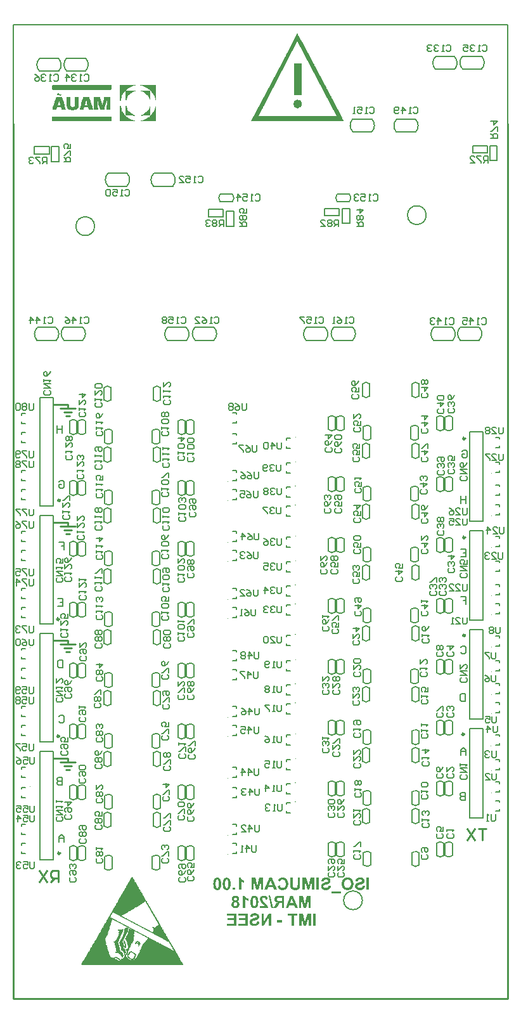
<source format=gbo>
G04 Layer_Color=32896*
%FSLAX25Y25*%
%MOIN*%
G70*
G01*
G75*
%ADD26C,0.01000*%
%ADD27C,0.00600*%
%ADD42C,0.00394*%
%ADD43C,0.00787*%
%ADD45C,0.00500*%
%ADD46C,0.00300*%
%ADD48R,0.53400X0.00100*%
%ADD49R,0.53300X0.00100*%
%ADD50R,0.53200X0.00100*%
%ADD51R,0.53100X0.00100*%
%ADD52R,0.52900X0.00100*%
%ADD53R,0.52800X0.00100*%
%ADD54R,0.52700X0.00100*%
%ADD55R,0.52600X0.00100*%
%ADD56R,0.52500X0.00100*%
%ADD57R,0.52400X0.00100*%
%ADD58R,0.52300X0.00100*%
%ADD59R,0.52100X0.00100*%
%ADD60R,0.52000X0.00100*%
%ADD61R,0.51900X0.00100*%
%ADD62R,0.51800X0.00100*%
%ADD63R,0.51700X0.00100*%
%ADD64R,0.51600X0.00100*%
%ADD65R,0.51500X0.00100*%
%ADD66R,0.51300X0.00100*%
%ADD67R,0.32200X0.00100*%
%ADD68R,0.18700X0.00100*%
%ADD69R,0.32000X0.00100*%
%ADD70R,0.18500X0.00100*%
%ADD71R,0.31800X0.00100*%
%ADD72R,0.18200X0.00100*%
%ADD73R,0.25100X0.00100*%
%ADD74R,0.05700X0.00100*%
%ADD75R,0.18000X0.00100*%
%ADD76R,0.24700X0.00100*%
%ADD77R,0.05600X0.00100*%
%ADD78R,0.17700X0.00100*%
%ADD79R,0.24500X0.00100*%
%ADD80R,0.05500X0.00100*%
%ADD81R,0.17400X0.00100*%
%ADD82R,0.24200X0.00100*%
%ADD83R,0.04600X0.00100*%
%ADD84R,0.00600X0.00100*%
%ADD85R,0.17200X0.00100*%
%ADD86R,0.24000X0.00100*%
%ADD87R,0.00700X0.00100*%
%ADD88R,0.04300X0.00100*%
%ADD89R,0.16800X0.00100*%
%ADD90R,0.23800X0.00100*%
%ADD91R,0.01200X0.00100*%
%ADD92R,0.04100X0.00100*%
%ADD93R,0.16600X0.00100*%
%ADD94R,0.23700X0.00100*%
%ADD95R,0.01500X0.00100*%
%ADD96R,0.03900X0.00100*%
%ADD97R,0.16300X0.00100*%
%ADD98R,0.23500X0.00100*%
%ADD99R,0.00500X0.00100*%
%ADD100R,0.00800X0.00100*%
%ADD101R,0.03700X0.00100*%
%ADD102R,0.16100X0.00100*%
%ADD103R,0.23300X0.00100*%
%ADD104R,0.03500X0.00100*%
%ADD105R,0.15800X0.00100*%
%ADD106R,0.23200X0.00100*%
%ADD107R,0.02600X0.00100*%
%ADD108R,0.15500X0.00100*%
%ADD109R,0.23000X0.00100*%
%ADD110R,0.00400X0.00100*%
%ADD111R,0.02200X0.00100*%
%ADD112R,0.15300X0.00100*%
%ADD113R,0.22900X0.00100*%
%ADD114R,0.02000X0.00100*%
%ADD115R,0.22800X0.00100*%
%ADD116R,0.01900X0.00100*%
%ADD117R,0.01000X0.00100*%
%ADD118R,0.14700X0.00100*%
%ADD119R,0.22700X0.00100*%
%ADD120R,0.01700X0.00100*%
%ADD121R,0.14400X0.00100*%
%ADD122R,0.22500X0.00100*%
%ADD123R,0.14100X0.00100*%
%ADD124R,0.22300X0.00100*%
%ADD125R,0.01400X0.00100*%
%ADD126R,0.13900X0.00100*%
%ADD127R,0.01300X0.00100*%
%ADD128R,0.13500X0.00100*%
%ADD129R,0.22100X0.00100*%
%ADD130R,0.01100X0.00100*%
%ADD131R,0.00200X0.00100*%
%ADD132R,0.13300X0.00100*%
%ADD133R,0.13000X0.00100*%
%ADD134R,0.21900X0.00100*%
%ADD135R,0.12900X0.00100*%
%ADD136R,0.21800X0.00100*%
%ADD137R,0.00300X0.00100*%
%ADD138R,0.00900X0.00100*%
%ADD139R,0.12700X0.00100*%
%ADD140R,0.21700X0.00100*%
%ADD141R,0.12600X0.00100*%
%ADD142R,0.21600X0.00100*%
%ADD143R,0.12500X0.00100*%
%ADD144R,0.21500X0.00100*%
%ADD145R,0.12400X0.00100*%
%ADD146R,0.21400X0.00100*%
%ADD147R,0.12300X0.00100*%
%ADD148R,0.21300X0.00100*%
%ADD149R,0.12200X0.00100*%
%ADD150R,0.21200X0.00100*%
%ADD151R,0.12100X0.00100*%
%ADD152R,0.21000X0.00100*%
%ADD153R,0.12000X0.00100*%
%ADD154R,0.11800X0.00100*%
%ADD155R,0.20800X0.00100*%
%ADD156R,0.11700X0.00100*%
%ADD157R,0.20600X0.00100*%
%ADD158R,0.11600X0.00100*%
%ADD159R,0.20400X0.00100*%
%ADD160R,0.11500X0.00100*%
%ADD161R,0.11400X0.00100*%
%ADD162R,0.20200X0.00100*%
%ADD163R,0.11300X0.00100*%
%ADD164R,0.11200X0.00100*%
%ADD165R,0.20000X0.00100*%
%ADD166R,0.11100X0.00100*%
%ADD167R,0.19900X0.00100*%
%ADD168R,0.01800X0.00100*%
%ADD169R,0.11000X0.00100*%
%ADD170R,0.19800X0.00100*%
%ADD171R,0.19600X0.00100*%
%ADD172R,0.10800X0.00100*%
%ADD173R,0.02100X0.00100*%
%ADD174R,0.10700X0.00100*%
%ADD175R,0.19400X0.00100*%
%ADD176R,0.02300X0.00100*%
%ADD177R,0.19300X0.00100*%
%ADD178R,0.03300X0.00100*%
%ADD179R,0.10600X0.00100*%
%ADD180R,0.19200X0.00100*%
%ADD181R,0.03200X0.00100*%
%ADD182R,0.10500X0.00100*%
%ADD183R,0.19100X0.00100*%
%ADD184R,0.03000X0.00100*%
%ADD185R,0.10400X0.00100*%
%ADD186R,0.19000X0.00100*%
%ADD187R,0.02700X0.00100*%
%ADD188R,0.18800X0.00100*%
%ADD189R,0.10200X0.00100*%
%ADD190R,0.10100X0.00100*%
%ADD191R,0.18100X0.00100*%
%ADD192R,0.17800X0.00100*%
%ADD193R,0.09900X0.00100*%
%ADD194R,0.09800X0.00100*%
%ADD195R,0.01600X0.00100*%
%ADD196R,0.09600X0.00100*%
%ADD197R,0.16900X0.00100*%
%ADD198R,0.16700X0.00100*%
%ADD199R,0.09500X0.00100*%
%ADD200R,0.16400X0.00100*%
%ADD201R,0.16200X0.00100*%
%ADD202R,0.09300X0.00100*%
%ADD203R,0.15900X0.00100*%
%ADD204R,0.15700X0.00100*%
%ADD205R,0.09200X0.00100*%
%ADD206R,0.09100X0.00100*%
%ADD207R,0.09000X0.00100*%
%ADD208R,0.15000X0.00100*%
%ADD209R,0.08900X0.00100*%
%ADD210R,0.14800X0.00100*%
%ADD211R,0.14500X0.00100*%
%ADD212R,0.08700X0.00100*%
%ADD213R,0.14300X0.00100*%
%ADD214R,0.08600X0.00100*%
%ADD215R,0.14000X0.00100*%
%ADD216R,0.13800X0.00100*%
%ADD217R,0.08500X0.00100*%
%ADD218R,0.08400X0.00100*%
%ADD219R,0.13400X0.00100*%
%ADD220R,0.08300X0.00100*%
%ADD221R,0.13200X0.00100*%
%ADD222R,0.08200X0.00100*%
%ADD223R,0.08000X0.00100*%
%ADD224R,0.07900X0.00100*%
%ADD225R,0.07700X0.00100*%
%ADD226R,0.07600X0.00100*%
%ADD227R,0.07500X0.00100*%
%ADD228R,0.10900X0.00100*%
%ADD229R,0.07400X0.00100*%
%ADD230R,0.07300X0.00100*%
%ADD231R,0.07200X0.00100*%
%ADD232R,0.10000X0.00100*%
%ADD233R,0.07000X0.00100*%
%ADD234R,0.09700X0.00100*%
%ADD235R,0.06900X0.00100*%
%ADD236R,0.06700X0.00100*%
%ADD237R,0.02400X0.00100*%
%ADD238R,0.06600X0.00100*%
%ADD239R,0.06500X0.00100*%
%ADD240R,0.02500X0.00100*%
%ADD241R,0.06400X0.00100*%
%ADD242R,0.06300X0.00100*%
%ADD243R,0.07100X0.00100*%
%ADD244R,0.06200X0.00100*%
%ADD245R,0.02900X0.00100*%
%ADD246R,0.06100X0.00100*%
%ADD247R,0.06000X0.00100*%
%ADD248R,0.03100X0.00100*%
%ADD249R,0.05900X0.00100*%
%ADD250R,0.05800X0.00100*%
%ADD251R,0.05200X0.00100*%
%ADD252R,0.04900X0.00100*%
%ADD253R,0.03400X0.00100*%
%ADD254R,0.04400X0.00100*%
%ADD255R,0.03600X0.00100*%
%ADD256R,0.00100X0.00100*%
%ADD257R,0.05300X0.00100*%
%ADD258R,0.03800X0.00100*%
%ADD259R,0.05100X0.00100*%
%ADD260R,0.04200X0.00100*%
%ADD261R,0.04800X0.00100*%
%ADD262R,0.04700X0.00100*%
%ADD263R,0.04000X0.00100*%
%ADD264R,0.04500X0.00100*%
%ADD265R,0.05400X0.00100*%
%ADD266R,0.02800X0.00100*%
%ADD267R,0.06800X0.00100*%
%ADD268R,0.08800X0.00100*%
%ADD269R,0.11900X0.00100*%
%ADD270R,0.12800X0.00100*%
%ADD271R,0.13100X0.00100*%
%ADD272R,0.13600X0.00100*%
%ADD273R,0.14200X0.00100*%
%ADD274R,0.14900X0.00100*%
%ADD275R,0.13700X0.00100*%
%ADD276R,0.10300X0.00100*%
%ADD277R,0.08100X0.00100*%
%ADD278R,0.07800X0.00100*%
%ADD306C,0.02500*%
%ADD307C,0.01200*%
%ADD308R,0.47900X0.00100*%
%ADD309R,0.47800X0.00100*%
%ADD310R,0.47600X0.00100*%
%ADD311R,0.47400X0.00100*%
%ADD312R,0.47200X0.00100*%
%ADD313R,0.47000X0.00100*%
%ADD314R,0.46900X0.00100*%
%ADD315R,0.46800X0.00100*%
%ADD316R,0.46700X0.00100*%
%ADD317R,0.46600X0.00100*%
%ADD318R,0.46500X0.00100*%
%ADD319R,0.46400X0.00100*%
%ADD320R,0.04100X0.16800*%
G36*
X142470Y47700D02*
X141174D01*
Y50373D01*
X140758D01*
X140629Y50364D01*
X140518Y50355D01*
X140425Y50336D01*
X140351Y50327D01*
X140305Y50309D01*
X140277Y50299D01*
X140268D01*
X140194Y50262D01*
X140120Y50225D01*
X140055Y50179D01*
X139990Y50142D01*
X139944Y50096D01*
X139907Y50059D01*
X139889Y50040D01*
X139880Y50031D01*
X139842Y49985D01*
X139796Y49938D01*
X139694Y49800D01*
X139584Y49652D01*
X139463Y49485D01*
X139362Y49337D01*
X139315Y49263D01*
X139278Y49208D01*
X139241Y49161D01*
X139214Y49125D01*
X139204Y49097D01*
X139195Y49088D01*
X138270Y47700D01*
X136716D01*
X137502Y48949D01*
X137585Y49078D01*
X137669Y49208D01*
X137743Y49319D01*
X137817Y49420D01*
X137882Y49513D01*
X137937Y49606D01*
X138048Y49744D01*
X138131Y49855D01*
X138187Y49929D01*
X138233Y49975D01*
X138242Y49985D01*
X138344Y50096D01*
X138464Y50197D01*
X138575Y50281D01*
X138686Y50364D01*
X138779Y50429D01*
X138853Y50475D01*
X138908Y50512D01*
X138918Y50521D01*
X138927D01*
X138769Y50549D01*
X138631Y50586D01*
X138501Y50623D01*
X138372Y50669D01*
X138261Y50716D01*
X138159Y50762D01*
X138057Y50808D01*
X137974Y50863D01*
X137900Y50910D01*
X137835Y50956D01*
X137780Y51002D01*
X137743Y51039D01*
X137706Y51067D01*
X137678Y51095D01*
X137669Y51104D01*
X137660Y51113D01*
X137585Y51206D01*
X137521Y51298D01*
X137410Y51502D01*
X137336Y51696D01*
X137290Y51890D01*
X137252Y52057D01*
X137243Y52122D01*
Y52186D01*
X137234Y52232D01*
Y52279D01*
Y52297D01*
Y52306D01*
X137243Y52510D01*
X137280Y52704D01*
X137327Y52871D01*
X137373Y53019D01*
X137428Y53139D01*
X137475Y53232D01*
X137493Y53259D01*
X137512Y53287D01*
X137521Y53296D01*
Y53306D01*
X137632Y53463D01*
X137752Y53592D01*
X137872Y53694D01*
X137993Y53786D01*
X138103Y53842D01*
X138187Y53888D01*
X138242Y53916D01*
X138251Y53925D01*
X138261D01*
X138353Y53953D01*
X138455Y53981D01*
X138686Y54027D01*
X138936Y54055D01*
X139176Y54083D01*
X139297D01*
X139399Y54092D01*
X139500D01*
X139584Y54101D01*
X142470D01*
Y47700D01*
D02*
G37*
G36*
X149583D02*
X148214D01*
X147687Y49152D01*
X145115D01*
X144560Y47700D01*
X143163D01*
X145735Y54101D01*
X147104D01*
X149583Y47700D01*
D02*
G37*
G36*
X126920Y54129D02*
X127077Y54110D01*
X127235Y54073D01*
X127374Y54036D01*
X127503Y53981D01*
X127623Y53925D01*
X127725Y53870D01*
X127827Y53805D01*
X127910Y53740D01*
X127993Y53685D01*
X128058Y53629D01*
X128104Y53574D01*
X128150Y53537D01*
X128178Y53500D01*
X128197Y53481D01*
X128206Y53472D01*
X128317Y53315D01*
X128410Y53130D01*
X128493Y52935D01*
X128567Y52732D01*
X128622Y52519D01*
X128678Y52297D01*
X128715Y52084D01*
X128752Y51872D01*
X128770Y51668D01*
X128789Y51483D01*
X128807Y51307D01*
X128816Y51160D01*
X128826Y51039D01*
Y50947D01*
Y50910D01*
Y50882D01*
Y50873D01*
Y50863D01*
X128816Y50530D01*
X128798Y50225D01*
X128770Y49938D01*
X128733Y49679D01*
X128696Y49448D01*
X128650Y49235D01*
X128595Y49051D01*
X128539Y48884D01*
X128493Y48745D01*
X128437Y48616D01*
X128391Y48514D01*
X128345Y48431D01*
X128317Y48375D01*
X128289Y48329D01*
X128271Y48301D01*
X128261Y48292D01*
X128150Y48162D01*
X128030Y48061D01*
X127910Y47959D01*
X127780Y47885D01*
X127660Y47811D01*
X127531Y47756D01*
X127410Y47709D01*
X127290Y47672D01*
X127179Y47635D01*
X127077Y47617D01*
X126985Y47598D01*
X126911Y47589D01*
X126846D01*
X126791Y47580D01*
X126754D01*
X126587Y47589D01*
X126430Y47607D01*
X126273Y47644D01*
X126134Y47681D01*
X126005Y47728D01*
X125884Y47783D01*
X125783Y47848D01*
X125681Y47913D01*
X125598Y47968D01*
X125514Y48033D01*
X125450Y48088D01*
X125394Y48135D01*
X125357Y48172D01*
X125329Y48209D01*
X125311Y48227D01*
X125302Y48237D01*
X125190Y48394D01*
X125098Y48579D01*
X125005Y48773D01*
X124941Y48986D01*
X124876Y49198D01*
X124830Y49411D01*
X124784Y49633D01*
X124747Y49846D01*
X124728Y50050D01*
X124709Y50235D01*
X124691Y50410D01*
X124682Y50558D01*
X124672Y50678D01*
Y50771D01*
Y50808D01*
Y50836D01*
Y50845D01*
Y50854D01*
X124682Y51187D01*
X124700Y51493D01*
X124728Y51770D01*
X124774Y52029D01*
X124820Y52270D01*
X124867Y52482D01*
X124932Y52676D01*
X124987Y52843D01*
X125042Y53000D01*
X125098Y53120D01*
X125154Y53232D01*
X125200Y53324D01*
X125246Y53389D01*
X125274Y53435D01*
X125292Y53463D01*
X125302Y53472D01*
X125403Y53592D01*
X125514Y53694D01*
X125635Y53777D01*
X125755Y53860D01*
X125875Y53925D01*
X125995Y53971D01*
X126106Y54018D01*
X126226Y54055D01*
X126338Y54083D01*
X126430Y54101D01*
X126523Y54119D01*
X126596Y54129D01*
X126661Y54138D01*
X126754D01*
X126920Y54129D01*
D02*
G37*
G36*
X136679Y47589D02*
X135773D01*
X134172Y54212D01*
X135097D01*
X136679Y47589D01*
D02*
G37*
G36*
X156400Y47700D02*
X155207D01*
Y52732D01*
X153949Y47700D01*
X152700D01*
X151442Y52732D01*
X151433Y47700D01*
X150240D01*
Y54101D01*
X152182D01*
X153320Y49726D01*
X154467Y54101D01*
X156400D01*
Y47700D01*
D02*
G37*
G36*
X172383Y55433D02*
X167277D01*
Y56229D01*
X172383D01*
Y55433D01*
D02*
G37*
G36*
X107374Y63629D02*
X107531Y63610D01*
X107689Y63573D01*
X107827Y63536D01*
X107957Y63481D01*
X108077Y63425D01*
X108179Y63370D01*
X108281Y63305D01*
X108364Y63240D01*
X108447Y63185D01*
X108512Y63129D01*
X108558Y63074D01*
X108605Y63037D01*
X108632Y63000D01*
X108651Y62981D01*
X108660Y62972D01*
X108771Y62815D01*
X108863Y62630D01*
X108947Y62436D01*
X109021Y62232D01*
X109076Y62019D01*
X109132Y61797D01*
X109169Y61585D01*
X109206Y61372D01*
X109224Y61168D01*
X109243Y60983D01*
X109261Y60808D01*
X109271Y60659D01*
X109280Y60539D01*
Y60447D01*
Y60410D01*
Y60382D01*
Y60373D01*
Y60364D01*
X109271Y60031D01*
X109252Y59725D01*
X109224Y59439D01*
X109187Y59180D01*
X109150Y58948D01*
X109104Y58736D01*
X109048Y58551D01*
X108993Y58384D01*
X108947Y58245D01*
X108891Y58116D01*
X108845Y58014D01*
X108799Y57931D01*
X108771Y57875D01*
X108743Y57829D01*
X108725Y57801D01*
X108715Y57792D01*
X108605Y57662D01*
X108484Y57561D01*
X108364Y57459D01*
X108235Y57385D01*
X108114Y57311D01*
X107985Y57256D01*
X107864Y57209D01*
X107744Y57172D01*
X107633Y57135D01*
X107531Y57117D01*
X107439Y57098D01*
X107365Y57089D01*
X107300D01*
X107245Y57080D01*
X107208D01*
X107041Y57089D01*
X106884Y57108D01*
X106727Y57144D01*
X106588Y57182D01*
X106458Y57228D01*
X106338Y57283D01*
X106237Y57348D01*
X106135Y57413D01*
X106052Y57468D01*
X105968Y57533D01*
X105903Y57588D01*
X105848Y57635D01*
X105811Y57672D01*
X105783Y57709D01*
X105765Y57727D01*
X105755Y57736D01*
X105645Y57894D01*
X105552Y58079D01*
X105459Y58273D01*
X105395Y58486D01*
X105330Y58698D01*
X105284Y58911D01*
X105237Y59133D01*
X105201Y59346D01*
X105182Y59549D01*
X105164Y59734D01*
X105145Y59910D01*
X105136Y60058D01*
X105127Y60179D01*
Y60271D01*
Y60308D01*
Y60336D01*
Y60345D01*
Y60354D01*
X105136Y60687D01*
X105154Y60992D01*
X105182Y61270D01*
X105228Y61529D01*
X105274Y61769D01*
X105321Y61982D01*
X105385Y62177D01*
X105441Y62343D01*
X105497Y62500D01*
X105552Y62621D01*
X105607Y62731D01*
X105654Y62824D01*
X105700Y62889D01*
X105728Y62935D01*
X105746Y62963D01*
X105755Y62972D01*
X105857Y63092D01*
X105968Y63194D01*
X106088Y63277D01*
X106209Y63361D01*
X106329Y63425D01*
X106449Y63472D01*
X106560Y63518D01*
X106681Y63555D01*
X106791Y63582D01*
X106884Y63601D01*
X106976Y63620D01*
X107051Y63629D01*
X107115Y63638D01*
X107208D01*
X107374Y63629D01*
D02*
G37*
G36*
X121805Y53925D02*
X121925Y53731D01*
X122055Y53546D01*
X122184Y53398D01*
X122295Y53278D01*
X122397Y53185D01*
X122434Y53148D01*
X122462Y53120D01*
X122480Y53111D01*
X122490Y53102D01*
X122693Y52954D01*
X122887Y52824D01*
X123063Y52723D01*
X123220Y52649D01*
X123350Y52593D01*
X123442Y52547D01*
X123479Y52538D01*
X123507Y52529D01*
X123516Y52519D01*
X123526D01*
Y51409D01*
X123193Y51539D01*
X122897Y51678D01*
X122758Y51752D01*
X122628Y51835D01*
X122508Y51909D01*
X122397Y51983D01*
X122295Y52057D01*
X122203Y52122D01*
X122129Y52177D01*
X122064Y52232D01*
X122009Y52279D01*
X121971Y52306D01*
X121953Y52325D01*
X121944Y52334D01*
Y47700D01*
X120713D01*
Y54138D01*
X121713D01*
X121805Y53925D01*
D02*
G37*
G36*
X131851Y54129D02*
X131999Y54119D01*
X132285Y54073D01*
X132526Y53999D01*
X132637Y53962D01*
X132738Y53916D01*
X132831Y53879D01*
X132905Y53833D01*
X132979Y53796D01*
X133035Y53768D01*
X133081Y53731D01*
X133108Y53712D01*
X133127Y53703D01*
X133136Y53694D01*
X133238Y53601D01*
X133331Y53509D01*
X133414Y53398D01*
X133488Y53278D01*
X133599Y53037D01*
X133691Y52806D01*
X133719Y52686D01*
X133747Y52584D01*
X133774Y52491D01*
X133784Y52408D01*
X133802Y52334D01*
Y52288D01*
X133811Y52251D01*
Y52242D01*
X132590Y52122D01*
X132572Y52306D01*
X132535Y52464D01*
X132498Y52602D01*
X132452Y52704D01*
X132415Y52788D01*
X132378Y52843D01*
X132350Y52880D01*
X132341Y52889D01*
X132248Y52963D01*
X132147Y53019D01*
X132045Y53065D01*
X131943Y53093D01*
X131860Y53111D01*
X131786Y53120D01*
X131721D01*
X131582Y53111D01*
X131462Y53083D01*
X131360Y53047D01*
X131268Y53009D01*
X131203Y52973D01*
X131148Y52935D01*
X131120Y52908D01*
X131111Y52899D01*
X131036Y52806D01*
X130981Y52704D01*
X130944Y52602D01*
X130916Y52501D01*
X130898Y52408D01*
X130888Y52325D01*
Y52279D01*
Y52270D01*
Y52260D01*
X130898Y52122D01*
X130926Y51992D01*
X130972Y51863D01*
X131018Y51752D01*
X131064Y51650D01*
X131111Y51576D01*
X131138Y51530D01*
X131148Y51511D01*
X131184Y51455D01*
X131240Y51391D01*
X131314Y51307D01*
X131388Y51234D01*
X131554Y51058D01*
X131721Y50882D01*
X131887Y50716D01*
X131962Y50642D01*
X132036Y50586D01*
X132091Y50530D01*
X132128Y50494D01*
X132156Y50466D01*
X132165Y50457D01*
X132350Y50281D01*
X132517Y50114D01*
X132674Y49957D01*
X132812Y49818D01*
X132942Y49679D01*
X133053Y49550D01*
X133155Y49439D01*
X133238Y49328D01*
X133312Y49235D01*
X133377Y49152D01*
X133432Y49088D01*
X133469Y49023D01*
X133506Y48986D01*
X133525Y48949D01*
X133543Y48930D01*
Y48921D01*
X133663Y48708D01*
X133756Y48486D01*
X133830Y48283D01*
X133886Y48098D01*
X133923Y47931D01*
X133932Y47866D01*
X133941Y47811D01*
X133950Y47765D01*
X133959Y47728D01*
Y47709D01*
Y47700D01*
X129658D01*
Y48838D01*
X132100D01*
X132026Y48958D01*
X131943Y49060D01*
X131906Y49106D01*
X131878Y49143D01*
X131860Y49161D01*
X131851Y49171D01*
X131814Y49208D01*
X131776Y49254D01*
X131666Y49356D01*
X131545Y49476D01*
X131425Y49596D01*
X131305Y49707D01*
X131203Y49800D01*
X131166Y49837D01*
X131138Y49865D01*
X131120Y49874D01*
X131111Y49883D01*
X130907Y50077D01*
X130740Y50235D01*
X130602Y50383D01*
X130491Y50494D01*
X130408Y50586D01*
X130352Y50651D01*
X130315Y50697D01*
X130306Y50706D01*
X130185Y50863D01*
X130084Y51012D01*
X130000Y51150D01*
X129936Y51271D01*
X129880Y51372D01*
X129843Y51455D01*
X129825Y51502D01*
X129815Y51520D01*
X129760Y51668D01*
X129723Y51816D01*
X129695Y51955D01*
X129677Y52084D01*
X129667Y52186D01*
X129658Y52270D01*
Y52325D01*
Y52343D01*
X129667Y52482D01*
X129686Y52621D01*
X129704Y52750D01*
X129742Y52871D01*
X129834Y53083D01*
X129927Y53268D01*
X129982Y53352D01*
X130028Y53417D01*
X130075Y53481D01*
X130121Y53527D01*
X130158Y53565D01*
X130176Y53601D01*
X130195Y53611D01*
X130204Y53620D01*
X130306Y53712D01*
X130426Y53796D01*
X130537Y53860D01*
X130666Y53916D01*
X130907Y54009D01*
X131148Y54073D01*
X131258Y54092D01*
X131360Y54110D01*
X131453Y54119D01*
X131536Y54129D01*
X131601Y54138D01*
X131693D01*
X131851Y54129D01*
D02*
G37*
G36*
X123166Y38400D02*
X118300D01*
Y39482D01*
X121871D01*
Y41221D01*
X118661D01*
Y42303D01*
X121871D01*
Y43719D01*
X118420D01*
Y44801D01*
X123166D01*
Y38400D01*
D02*
G37*
G36*
X149463Y43719D02*
X147567D01*
Y38400D01*
X146272D01*
Y43719D01*
X144385D01*
Y44801D01*
X149463D01*
Y43719D01*
D02*
G37*
G36*
X127171Y44912D02*
X127411Y44884D01*
X127624Y44847D01*
X127809Y44810D01*
X127892Y44783D01*
X127966Y44764D01*
X128022Y44745D01*
X128077Y44727D01*
X128114Y44708D01*
X128142Y44699D01*
X128161Y44690D01*
X128170D01*
X128355Y44598D01*
X128512Y44496D01*
X128651Y44385D01*
X128762Y44283D01*
X128854Y44190D01*
X128910Y44117D01*
X128956Y44061D01*
X128965Y44052D01*
Y44043D01*
X129058Y43885D01*
X129122Y43719D01*
X129169Y43562D01*
X129197Y43423D01*
X129215Y43303D01*
X129234Y43210D01*
Y43173D01*
Y43145D01*
Y43136D01*
Y43127D01*
X129224Y42988D01*
X129206Y42849D01*
X129178Y42729D01*
X129141Y42609D01*
X129049Y42387D01*
X128937Y42193D01*
X128891Y42109D01*
X128836Y42044D01*
X128789Y41980D01*
X128743Y41924D01*
X128706Y41887D01*
X128679Y41859D01*
X128660Y41841D01*
X128651Y41832D01*
X128568Y41767D01*
X128466Y41702D01*
X128364Y41638D01*
X128244Y41582D01*
X128013Y41471D01*
X127772Y41379D01*
X127652Y41342D01*
X127550Y41304D01*
X127448Y41277D01*
X127365Y41249D01*
X127300Y41230D01*
X127245Y41212D01*
X127208Y41203D01*
X127199D01*
X127050Y41166D01*
X126921Y41129D01*
X126801Y41101D01*
X126690Y41073D01*
X126597Y41045D01*
X126514Y41027D01*
X126440Y40999D01*
X126375Y40981D01*
X126320Y40971D01*
X126274Y40953D01*
X126209Y40935D01*
X126172Y40916D01*
X126163D01*
X126042Y40870D01*
X125950Y40824D01*
X125866Y40777D01*
X125802Y40731D01*
X125756Y40694D01*
X125728Y40666D01*
X125709Y40648D01*
X125700Y40639D01*
X125654Y40574D01*
X125617Y40509D01*
X125598Y40444D01*
X125580Y40389D01*
X125570Y40333D01*
X125561Y40287D01*
Y40259D01*
Y40250D01*
X125570Y40121D01*
X125608Y40009D01*
X125663Y39898D01*
X125718Y39806D01*
X125783Y39732D01*
X125830Y39676D01*
X125866Y39639D01*
X125885Y39630D01*
X126014Y39547D01*
X126163Y39482D01*
X126320Y39436D01*
X126468Y39408D01*
X126607Y39390D01*
X126717Y39371D01*
X126819D01*
X127032Y39380D01*
X127217Y39417D01*
X127374Y39464D01*
X127513Y39519D01*
X127624Y39575D01*
X127698Y39621D01*
X127744Y39658D01*
X127763Y39667D01*
X127883Y39797D01*
X127975Y39935D01*
X128059Y40093D01*
X128114Y40250D01*
X128161Y40389D01*
X128198Y40500D01*
X128207Y40537D01*
Y40574D01*
X128216Y40592D01*
Y40602D01*
X129474Y40481D01*
X129446Y40287D01*
X129409Y40102D01*
X129354Y39926D01*
X129307Y39769D01*
X129243Y39621D01*
X129178Y39482D01*
X129113Y39362D01*
X129049Y39251D01*
X128984Y39158D01*
X128919Y39075D01*
X128864Y39001D01*
X128808Y38936D01*
X128771Y38890D01*
X128734Y38862D01*
X128716Y38844D01*
X128706Y38835D01*
X128577Y38733D01*
X128438Y38650D01*
X128290Y38576D01*
X128133Y38511D01*
X127985Y38465D01*
X127828Y38418D01*
X127522Y38354D01*
X127383Y38326D01*
X127254Y38307D01*
X127143Y38298D01*
X127041Y38289D01*
X126958Y38280D01*
X126838D01*
X126542Y38289D01*
X126274Y38317D01*
X126033Y38354D01*
X125931Y38372D01*
X125830Y38400D01*
X125746Y38418D01*
X125672Y38437D01*
X125608Y38456D01*
X125552Y38474D01*
X125506Y38493D01*
X125478Y38502D01*
X125460Y38511D01*
X125450D01*
X125247Y38613D01*
X125080Y38724D01*
X124923Y38835D01*
X124803Y38955D01*
X124710Y39057D01*
X124636Y39149D01*
X124599Y39205D01*
X124581Y39214D01*
Y39223D01*
X124479Y39408D01*
X124396Y39584D01*
X124340Y39760D01*
X124303Y39926D01*
X124285Y40056D01*
X124276Y40121D01*
X124266Y40167D01*
Y40204D01*
Y40231D01*
Y40250D01*
Y40259D01*
X124276Y40481D01*
X124303Y40676D01*
X124349Y40851D01*
X124396Y40999D01*
X124442Y41120D01*
X124488Y41203D01*
X124516Y41258D01*
X124525Y41277D01*
X124627Y41425D01*
X124747Y41554D01*
X124867Y41665D01*
X124978Y41758D01*
X125080Y41832D01*
X125163Y41887D01*
X125219Y41924D01*
X125228Y41934D01*
X125238D01*
X125330Y41980D01*
X125423Y42026D01*
X125645Y42109D01*
X125876Y42183D01*
X126098Y42257D01*
X126199Y42285D01*
X126301Y42313D01*
X126394Y42340D01*
X126468Y42359D01*
X126532Y42377D01*
X126579Y42387D01*
X126616Y42396D01*
X126625D01*
X126792Y42442D01*
X126939Y42479D01*
X127078Y42516D01*
X127208Y42553D01*
X127310Y42590D01*
X127411Y42627D01*
X127495Y42664D01*
X127568Y42692D01*
X127633Y42720D01*
X127680Y42748D01*
X127726Y42766D01*
X127753Y42785D01*
X127800Y42812D01*
X127809Y42821D01*
X127874Y42886D01*
X127920Y42951D01*
X127948Y43016D01*
X127966Y43080D01*
X127985Y43127D01*
X127994Y43173D01*
Y43201D01*
Y43210D01*
X127985Y43303D01*
X127966Y43376D01*
X127929Y43450D01*
X127892Y43506D01*
X127855Y43552D01*
X127818Y43580D01*
X127800Y43598D01*
X127790Y43608D01*
X127661Y43691D01*
X127522Y43747D01*
X127374Y43793D01*
X127235Y43821D01*
X127115Y43839D01*
X127014Y43848D01*
X126921D01*
X126727Y43839D01*
X126560Y43811D01*
X126421Y43774D01*
X126311Y43737D01*
X126218Y43700D01*
X126153Y43663D01*
X126116Y43635D01*
X126107Y43626D01*
X126014Y43534D01*
X125931Y43423D01*
X125866Y43312D01*
X125820Y43191D01*
X125783Y43090D01*
X125765Y43007D01*
X125746Y42942D01*
Y42933D01*
Y42923D01*
X124451Y42970D01*
X124460Y43136D01*
X124488Y43284D01*
X124525Y43432D01*
X124572Y43562D01*
X124618Y43691D01*
X124673Y43811D01*
X124729Y43913D01*
X124784Y44015D01*
X124849Y44098D01*
X124905Y44172D01*
X124960Y44237D01*
X125006Y44292D01*
X125043Y44329D01*
X125071Y44357D01*
X125090Y44376D01*
X125099Y44385D01*
X125219Y44477D01*
X125348Y44561D01*
X125487Y44635D01*
X125635Y44699D01*
X125783Y44745D01*
X125931Y44792D01*
X126227Y44857D01*
X126366Y44875D01*
X126486Y44894D01*
X126607Y44903D01*
X126708Y44912D01*
X126792Y44921D01*
X126902D01*
X127171Y44912D01*
D02*
G37*
G36*
X117199Y38400D02*
X112334D01*
Y39482D01*
X115904D01*
Y41221D01*
X112695D01*
Y42303D01*
X115904D01*
Y43719D01*
X112454D01*
Y44801D01*
X117199D01*
Y38400D01*
D02*
G37*
G36*
X159000D02*
X157705D01*
Y44801D01*
X159000D01*
Y38400D01*
D02*
G37*
G36*
X135588D02*
X134395D01*
Y42618D01*
X131796Y38400D01*
X130501D01*
Y44801D01*
X131694D01*
Y40490D01*
X134339Y44801D01*
X135588D01*
Y38400D01*
D02*
G37*
G36*
X116976Y54129D02*
X117134Y54119D01*
X117282Y54092D01*
X117420Y54064D01*
X117550Y54027D01*
X117670Y53990D01*
X117772Y53944D01*
X117865Y53907D01*
X117957Y53860D01*
X118031Y53814D01*
X118087Y53777D01*
X118142Y53740D01*
X118179Y53712D01*
X118207Y53685D01*
X118225Y53676D01*
X118235Y53666D01*
X118318Y53574D01*
X118401Y53481D01*
X118466Y53379D01*
X118521Y53287D01*
X118614Y53083D01*
X118669Y52899D01*
X118706Y52732D01*
X118716Y52658D01*
X118725Y52602D01*
X118734Y52547D01*
Y52510D01*
Y52491D01*
Y52482D01*
X118725Y52325D01*
X118697Y52186D01*
X118669Y52047D01*
X118623Y51937D01*
X118586Y51835D01*
X118558Y51770D01*
X118530Y51724D01*
X118521Y51705D01*
X118429Y51585D01*
X118318Y51474D01*
X118207Y51381D01*
X118087Y51298D01*
X117985Y51243D01*
X117902Y51196D01*
X117846Y51169D01*
X117837Y51160D01*
X117827D01*
X118022Y51058D01*
X118188Y50956D01*
X118327Y50845D01*
X118438Y50734D01*
X118530Y50632D01*
X118595Y50558D01*
X118632Y50503D01*
X118641Y50494D01*
Y50484D01*
X118725Y50318D01*
X118790Y50151D01*
X118826Y49985D01*
X118863Y49837D01*
X118882Y49716D01*
X118891Y49615D01*
Y49578D01*
Y49550D01*
Y49531D01*
Y49522D01*
X118882Y49347D01*
X118863Y49189D01*
X118826Y49032D01*
X118780Y48893D01*
X118734Y48755D01*
X118678Y48634D01*
X118614Y48523D01*
X118549Y48421D01*
X118484Y48338D01*
X118420Y48255D01*
X118364Y48190D01*
X118318Y48135D01*
X118272Y48088D01*
X118235Y48061D01*
X118216Y48042D01*
X118207Y48033D01*
X118096Y47950D01*
X117975Y47885D01*
X117855Y47820D01*
X117735Y47774D01*
X117494Y47691D01*
X117263Y47635D01*
X117152Y47617D01*
X117060Y47607D01*
X116976Y47598D01*
X116902Y47589D01*
X116838Y47580D01*
X116754D01*
X116579Y47589D01*
X116421Y47607D01*
X116264Y47635D01*
X116116Y47663D01*
X115987Y47709D01*
X115866Y47756D01*
X115746Y47802D01*
X115645Y47857D01*
X115552Y47913D01*
X115478Y47959D01*
X115404Y48005D01*
X115348Y48052D01*
X115302Y48079D01*
X115275Y48107D01*
X115256Y48125D01*
X115247Y48135D01*
X115145Y48246D01*
X115062Y48357D01*
X114979Y48477D01*
X114914Y48597D01*
X114858Y48717D01*
X114812Y48838D01*
X114747Y49069D01*
X114719Y49171D01*
X114701Y49263D01*
X114692Y49356D01*
X114682Y49430D01*
X114673Y49494D01*
Y49541D01*
Y49569D01*
Y49578D01*
X114682Y49772D01*
X114719Y49948D01*
X114757Y50114D01*
X114812Y50253D01*
X114858Y50364D01*
X114904Y50447D01*
X114942Y50503D01*
X114951Y50521D01*
X115062Y50669D01*
X115191Y50799D01*
X115330Y50910D01*
X115460Y50993D01*
X115580Y51067D01*
X115672Y51122D01*
X115709Y51141D01*
X115737Y51150D01*
X115755Y51160D01*
X115765D01*
X115617Y51234D01*
X115487Y51317D01*
X115376Y51400D01*
X115284Y51493D01*
X115210Y51566D01*
X115164Y51631D01*
X115127Y51668D01*
X115117Y51687D01*
X115034Y51825D01*
X114979Y51964D01*
X114932Y52094D01*
X114904Y52214D01*
X114886Y52325D01*
X114877Y52408D01*
Y52464D01*
Y52473D01*
Y52482D01*
X114886Y52612D01*
X114895Y52741D01*
X114960Y52973D01*
X115034Y53167D01*
X115127Y53342D01*
X115228Y53481D01*
X115265Y53537D01*
X115302Y53583D01*
X115339Y53620D01*
X115367Y53648D01*
X115376Y53657D01*
X115385Y53666D01*
X115487Y53750D01*
X115589Y53824D01*
X115709Y53888D01*
X115820Y53944D01*
X116061Y54027D01*
X116292Y54083D01*
X116394Y54101D01*
X116496Y54110D01*
X116579Y54119D01*
X116662Y54129D01*
X116718Y54138D01*
X116810D01*
X116976Y54129D01*
D02*
G37*
G36*
X141212Y40111D02*
X138798D01*
Y41342D01*
X141212D01*
Y40111D01*
D02*
G37*
G36*
X156484Y38400D02*
X155291D01*
Y43432D01*
X154033Y38400D01*
X152784D01*
X151526Y43432D01*
X151517Y38400D01*
X150323D01*
Y44801D01*
X152266D01*
X153404Y40426D01*
X154551Y44801D01*
X156484D01*
Y38400D01*
D02*
G37*
G36*
X112351Y63629D02*
X112508Y63610D01*
X112665Y63573D01*
X112804Y63536D01*
X112934Y63481D01*
X113054Y63425D01*
X113155Y63370D01*
X113257Y63305D01*
X113340Y63240D01*
X113424Y63185D01*
X113488Y63129D01*
X113535Y63074D01*
X113581Y63037D01*
X113609Y63000D01*
X113627Y62981D01*
X113637Y62972D01*
X113748Y62815D01*
X113840Y62630D01*
X113923Y62436D01*
X113997Y62232D01*
X114053Y62019D01*
X114108Y61797D01*
X114145Y61585D01*
X114182Y61372D01*
X114201Y61168D01*
X114219Y60983D01*
X114238Y60808D01*
X114247Y60659D01*
X114256Y60539D01*
Y60447D01*
Y60410D01*
Y60382D01*
Y60373D01*
Y60364D01*
X114247Y60031D01*
X114228Y59725D01*
X114201Y59439D01*
X114164Y59180D01*
X114127Y58948D01*
X114081Y58736D01*
X114025Y58551D01*
X113970Y58384D01*
X113923Y58245D01*
X113868Y58116D01*
X113821Y58014D01*
X113775Y57931D01*
X113748Y57875D01*
X113720Y57829D01*
X113701Y57801D01*
X113692Y57792D01*
X113581Y57662D01*
X113461Y57561D01*
X113340Y57459D01*
X113211Y57385D01*
X113091Y57311D01*
X112961Y57256D01*
X112841Y57209D01*
X112721Y57172D01*
X112610Y57135D01*
X112508Y57117D01*
X112416Y57098D01*
X112341Y57089D01*
X112277D01*
X112221Y57080D01*
X112184D01*
X112018Y57089D01*
X111861Y57108D01*
X111703Y57144D01*
X111565Y57182D01*
X111435Y57228D01*
X111315Y57283D01*
X111213Y57348D01*
X111111Y57413D01*
X111028Y57468D01*
X110945Y57533D01*
X110880Y57588D01*
X110825Y57635D01*
X110787Y57672D01*
X110760Y57709D01*
X110741Y57727D01*
X110732Y57736D01*
X110621Y57894D01*
X110529Y58079D01*
X110436Y58273D01*
X110371Y58486D01*
X110307Y58698D01*
X110260Y58911D01*
X110214Y59133D01*
X110177Y59346D01*
X110159Y59549D01*
X110140Y59734D01*
X110122Y59910D01*
X110112Y60058D01*
X110103Y60179D01*
Y60271D01*
Y60308D01*
Y60336D01*
Y60345D01*
Y60354D01*
X110112Y60687D01*
X110131Y60992D01*
X110159Y61270D01*
X110205Y61529D01*
X110251Y61769D01*
X110297Y61982D01*
X110362Y62177D01*
X110417Y62343D01*
X110473Y62500D01*
X110529Y62621D01*
X110584Y62731D01*
X110630Y62824D01*
X110677Y62889D01*
X110704Y62935D01*
X110723Y62963D01*
X110732Y62972D01*
X110834Y63092D01*
X110945Y63194D01*
X111065Y63277D01*
X111185Y63361D01*
X111305Y63425D01*
X111426Y63472D01*
X111537Y63518D01*
X111657Y63555D01*
X111768Y63582D01*
X111861Y63601D01*
X111953Y63620D01*
X112027Y63629D01*
X112092Y63638D01*
X112184D01*
X112351Y63629D01*
D02*
G37*
G36*
X150775Y60179D02*
Y59984D01*
X150766Y59799D01*
Y59623D01*
X150757Y59466D01*
X150748Y59318D01*
X150738Y59189D01*
X150729Y59069D01*
X150710Y58957D01*
X150701Y58865D01*
X150692Y58782D01*
X150683Y58708D01*
X150673Y58652D01*
X150664Y58606D01*
Y58578D01*
X150655Y58560D01*
Y58551D01*
X150609Y58412D01*
X150563Y58282D01*
X150498Y58162D01*
X150442Y58060D01*
X150387Y57968D01*
X150340Y57894D01*
X150303Y57857D01*
X150294Y57838D01*
X150183Y57718D01*
X150063Y57607D01*
X149934Y57515D01*
X149813Y57431D01*
X149712Y57367D01*
X149619Y57320D01*
X149564Y57292D01*
X149554Y57283D01*
X149545D01*
X149452Y57246D01*
X149351Y57218D01*
X149119Y57163D01*
X148888Y57126D01*
X148666Y57108D01*
X148565Y57098D01*
X148463Y57089D01*
X148380D01*
X148296Y57080D01*
X148148D01*
X147880Y57089D01*
X147640Y57108D01*
X147427Y57144D01*
X147251Y57182D01*
X147177Y57191D01*
X147103Y57209D01*
X147047Y57228D01*
X147001Y57246D01*
X146964Y57256D01*
X146937Y57265D01*
X146927Y57274D01*
X146918D01*
X146751Y57348D01*
X146604Y57441D01*
X146474Y57524D01*
X146363Y57607D01*
X146280Y57681D01*
X146215Y57736D01*
X146178Y57774D01*
X146169Y57792D01*
X146067Y57921D01*
X145984Y58060D01*
X145919Y58190D01*
X145863Y58319D01*
X145826Y58430D01*
X145799Y58523D01*
X145790Y58551D01*
Y58578D01*
X145780Y58587D01*
Y58597D01*
X145762Y58698D01*
X145743Y58810D01*
X145725Y58930D01*
X145715Y59050D01*
X145697Y59328D01*
X145678Y59596D01*
Y59716D01*
Y59836D01*
X145669Y59947D01*
Y60040D01*
Y60114D01*
Y60179D01*
Y60216D01*
Y60225D01*
Y63601D01*
X146964D01*
Y60049D01*
Y59910D01*
Y59781D01*
X146974Y59661D01*
Y59549D01*
X146983Y59457D01*
Y59364D01*
X146992Y59281D01*
Y59207D01*
X147011Y59096D01*
X147020Y59013D01*
X147029Y58967D01*
Y58948D01*
X147057Y58828D01*
X147103Y58726D01*
X147159Y58634D01*
X147214Y58551D01*
X147269Y58486D01*
X147316Y58439D01*
X147353Y58412D01*
X147362Y58403D01*
X147473Y58328D01*
X147612Y58273D01*
X147741Y58236D01*
X147880Y58208D01*
X148000Y58190D01*
X148093Y58180D01*
X148185D01*
X148380Y58190D01*
X148546Y58218D01*
X148694Y58254D01*
X148823Y58301D01*
X148916Y58338D01*
X148990Y58375D01*
X149027Y58403D01*
X149046Y58412D01*
X149147Y58504D01*
X149231Y58615D01*
X149304Y58717D01*
X149351Y58819D01*
X149388Y58911D01*
X149416Y58985D01*
X149434Y59031D01*
Y59050D01*
X149443Y59105D01*
X149452Y59161D01*
Y59235D01*
X149462Y59318D01*
X149471Y59494D01*
Y59679D01*
X149480Y59846D01*
Y59920D01*
Y59993D01*
Y60049D01*
Y60086D01*
Y60114D01*
Y60123D01*
Y63601D01*
X150775D01*
Y60179D01*
D02*
G37*
G36*
X141784Y63712D02*
X142025Y63684D01*
X142237Y63638D01*
X142450Y63582D01*
X142635Y63518D01*
X142820Y63444D01*
X142977Y63361D01*
X143125Y63277D01*
X143264Y63194D01*
X143375Y63111D01*
X143477Y63037D01*
X143560Y62972D01*
X143625Y62916D01*
X143671Y62870D01*
X143699Y62843D01*
X143708Y62833D01*
X143856Y62657D01*
X143976Y62472D01*
X144088Y62278D01*
X144180Y62075D01*
X144263Y61862D01*
X144328Y61659D01*
X144384Y61455D01*
X144430Y61261D01*
X144467Y61067D01*
X144485Y60900D01*
X144504Y60743D01*
X144522Y60613D01*
Y60502D01*
X144532Y60419D01*
Y60364D01*
Y60354D01*
Y60345D01*
X144522Y60067D01*
X144494Y59808D01*
X144457Y59559D01*
X144402Y59337D01*
X144346Y59124D01*
X144272Y58921D01*
X144199Y58745D01*
X144124Y58587D01*
X144051Y58439D01*
X143976Y58310D01*
X143903Y58208D01*
X143847Y58116D01*
X143791Y58051D01*
X143754Y57995D01*
X143727Y57968D01*
X143718Y57959D01*
X143560Y57801D01*
X143394Y57672D01*
X143218Y57551D01*
X143042Y57459D01*
X142867Y57376D01*
X142691Y57302D01*
X142524Y57246D01*
X142367Y57200D01*
X142210Y57163D01*
X142071Y57135D01*
X141941Y57117D01*
X141840Y57108D01*
X141747Y57098D01*
X141683Y57089D01*
X141627D01*
X141433Y57098D01*
X141257Y57108D01*
X141081Y57135D01*
X140924Y57172D01*
X140776Y57209D01*
X140637Y57246D01*
X140508Y57292D01*
X140387Y57348D01*
X140286Y57394D01*
X140193Y57441D01*
X140110Y57477D01*
X140045Y57515D01*
X139990Y57551D01*
X139953Y57579D01*
X139934Y57588D01*
X139925Y57598D01*
X139805Y57700D01*
X139694Y57810D01*
X139490Y58060D01*
X139324Y58319D01*
X139194Y58569D01*
X139139Y58689D01*
X139093Y58800D01*
X139056Y58902D01*
X139018Y58985D01*
X138991Y59059D01*
X138972Y59115D01*
X138963Y59152D01*
Y59161D01*
X140221Y59549D01*
X140295Y59300D01*
X140378Y59087D01*
X140462Y58911D01*
X140554Y58763D01*
X140628Y58652D01*
X140693Y58578D01*
X140739Y58532D01*
X140758Y58513D01*
X140905Y58403D01*
X141053Y58328D01*
X141201Y58273D01*
X141331Y58227D01*
X141451Y58208D01*
X141553Y58199D01*
X141590Y58190D01*
X141636D01*
X141766Y58199D01*
X141886Y58208D01*
X142108Y58273D01*
X142302Y58347D01*
X142459Y58449D01*
X142589Y58541D01*
X142682Y58615D01*
X142719Y58652D01*
X142746Y58680D01*
X142755Y58689D01*
X142765Y58698D01*
X142839Y58800D01*
X142903Y58921D01*
X142968Y59050D01*
X143015Y59189D01*
X143088Y59475D01*
X143144Y59762D01*
X143163Y59901D01*
X143172Y60021D01*
X143190Y60141D01*
Y60243D01*
X143200Y60317D01*
Y60382D01*
Y60428D01*
Y60438D01*
X143190Y60650D01*
X143181Y60844D01*
X143163Y61020D01*
X143135Y61187D01*
X143098Y61335D01*
X143061Y61474D01*
X143024Y61594D01*
X142977Y61705D01*
X142940Y61797D01*
X142903Y61880D01*
X142867Y61945D01*
X142830Y62001D01*
X142802Y62047D01*
X142783Y62075D01*
X142765Y62093D01*
Y62103D01*
X142682Y62195D01*
X142589Y62278D01*
X142497Y62343D01*
X142395Y62398D01*
X142201Y62491D01*
X142016Y62556D01*
X141858Y62593D01*
X141784Y62602D01*
X141729Y62611D01*
X141673Y62621D01*
X141609D01*
X141423Y62611D01*
X141257Y62574D01*
X141109Y62528D01*
X140980Y62472D01*
X140878Y62417D01*
X140804Y62371D01*
X140758Y62334D01*
X140739Y62325D01*
X140619Y62213D01*
X140508Y62084D01*
X140425Y61954D01*
X140360Y61825D01*
X140313Y61714D01*
X140286Y61631D01*
X140267Y61594D01*
Y61566D01*
X140258Y61557D01*
Y61547D01*
X138981Y61853D01*
X139074Y62121D01*
X139176Y62352D01*
X139287Y62556D01*
X139389Y62722D01*
X139490Y62852D01*
X139527Y62907D01*
X139564Y62954D01*
X139592Y62981D01*
X139620Y63009D01*
X139629Y63028D01*
X139638D01*
X139777Y63148D01*
X139934Y63259D01*
X140082Y63351D01*
X140240Y63425D01*
X140406Y63499D01*
X140563Y63555D01*
X140720Y63601D01*
X140868Y63638D01*
X141007Y63666D01*
X141137Y63684D01*
X141248Y63703D01*
X141349Y63712D01*
X141433Y63721D01*
X141544D01*
X141784Y63712D01*
D02*
G37*
G36*
X160747Y57200D02*
X159452D01*
Y63601D01*
X160747D01*
Y57200D01*
D02*
G37*
G36*
X187100D02*
X185805D01*
Y63601D01*
X187100D01*
Y57200D01*
D02*
G37*
G36*
X119677Y63425D02*
X119797Y63231D01*
X119927Y63046D01*
X120056Y62898D01*
X120167Y62778D01*
X120269Y62685D01*
X120306Y62648D01*
X120334Y62621D01*
X120352Y62611D01*
X120361Y62602D01*
X120565Y62454D01*
X120759Y62325D01*
X120935Y62223D01*
X121092Y62149D01*
X121221Y62093D01*
X121314Y62047D01*
X121351Y62038D01*
X121379Y62028D01*
X121388Y62019D01*
X121397D01*
Y60909D01*
X121064Y61039D01*
X120768Y61177D01*
X120630Y61251D01*
X120500Y61335D01*
X120380Y61409D01*
X120269Y61483D01*
X120167Y61557D01*
X120074Y61621D01*
X120001Y61677D01*
X119936Y61733D01*
X119880Y61779D01*
X119843Y61806D01*
X119825Y61825D01*
X119816Y61834D01*
Y57200D01*
X118585D01*
Y63638D01*
X119584D01*
X119677Y63425D01*
D02*
G37*
G36*
X173700Y461300D02*
X125100D01*
X149400Y507100D01*
X173700Y461300D01*
D02*
G37*
G36*
X131406Y57200D02*
X130212D01*
Y62232D01*
X128955Y57200D01*
X127706D01*
X126448Y62232D01*
X126438Y57200D01*
X125245D01*
Y63601D01*
X127188D01*
X128325Y59226D01*
X129472Y63601D01*
X131406D01*
Y57200D01*
D02*
G37*
G36*
X158231D02*
X157037D01*
Y62232D01*
X155780Y57200D01*
X154531D01*
X153273Y62232D01*
X153263Y57200D01*
X152070D01*
Y63601D01*
X154013D01*
X155150Y59226D01*
X156298Y63601D01*
X158231D01*
Y57200D01*
D02*
G37*
G36*
X176056Y63712D02*
X176324Y63684D01*
X176555Y63638D01*
X176759Y63592D01*
X176842Y63564D01*
X176925Y63546D01*
X176990Y63527D01*
X177045Y63499D01*
X177092Y63490D01*
X177129Y63472D01*
X177147Y63462D01*
X177156D01*
X177323Y63388D01*
X177480Y63296D01*
X177619Y63194D01*
X177739Y63102D01*
X177841Y63018D01*
X177924Y62944D01*
X177970Y62898D01*
X177980Y62889D01*
X177989Y62880D01*
X178118Y62731D01*
X178238Y62574D01*
X178340Y62436D01*
X178424Y62297D01*
X178488Y62177D01*
X178544Y62084D01*
X178553Y62047D01*
X178571Y62019D01*
X178581Y62010D01*
Y62001D01*
X178673Y61742D01*
X178747Y61464D01*
X178794Y61187D01*
X178831Y60928D01*
X178840Y60808D01*
X178849Y60697D01*
X178858Y60604D01*
Y60521D01*
X178867Y60447D01*
Y60400D01*
Y60364D01*
Y60354D01*
X178858Y60077D01*
X178831Y59808D01*
X178794Y59559D01*
X178738Y59328D01*
X178673Y59115D01*
X178599Y58921D01*
X178525Y58736D01*
X178442Y58578D01*
X178368Y58430D01*
X178294Y58310D01*
X178220Y58199D01*
X178155Y58106D01*
X178100Y58042D01*
X178063Y57986D01*
X178035Y57959D01*
X178026Y57949D01*
X177859Y57792D01*
X177683Y57662D01*
X177508Y57542D01*
X177313Y57450D01*
X177129Y57367D01*
X176934Y57292D01*
X176759Y57237D01*
X176574Y57191D01*
X176407Y57154D01*
X176250Y57126D01*
X176111Y57108D01*
X175991Y57098D01*
X175898Y57089D01*
X175824Y57080D01*
X175759D01*
X175501Y57089D01*
X175260Y57117D01*
X175029Y57163D01*
X174816Y57218D01*
X174612Y57283D01*
X174427Y57357D01*
X174261Y57431D01*
X174104Y57515D01*
X173974Y57598D01*
X173854Y57672D01*
X173752Y57746D01*
X173669Y57810D01*
X173595Y57866D01*
X173549Y57912D01*
X173521Y57940D01*
X173512Y57949D01*
X173364Y58125D01*
X173234Y58310D01*
X173114Y58504D01*
X173021Y58698D01*
X172938Y58902D01*
X172864Y59105D01*
X172809Y59309D01*
X172763Y59503D01*
X172735Y59679D01*
X172707Y59855D01*
X172688Y60003D01*
X172670Y60132D01*
Y60243D01*
X172661Y60326D01*
Y60373D01*
Y60391D01*
X172670Y60678D01*
X172698Y60946D01*
X172735Y61196D01*
X172790Y61436D01*
X172855Y61649D01*
X172929Y61853D01*
X173003Y62038D01*
X173086Y62195D01*
X173170Y62343D01*
X173243Y62472D01*
X173318Y62584D01*
X173382Y62676D01*
X173428Y62741D01*
X173475Y62796D01*
X173503Y62824D01*
X173512Y62833D01*
X173678Y62990D01*
X173854Y63129D01*
X174039Y63249D01*
X174224Y63351D01*
X174418Y63434D01*
X174603Y63508D01*
X174788Y63564D01*
X174964Y63610D01*
X175130Y63647D01*
X175288Y63675D01*
X175426Y63693D01*
X175547Y63712D01*
X175639D01*
X175713Y63721D01*
X175778D01*
X176056Y63712D01*
D02*
G37*
G36*
X182605D02*
X182845Y63684D01*
X183058Y63647D01*
X183243Y63610D01*
X183326Y63582D01*
X183400Y63564D01*
X183456Y63546D01*
X183511Y63527D01*
X183548Y63508D01*
X183576Y63499D01*
X183594Y63490D01*
X183604D01*
X183789Y63398D01*
X183946Y63296D01*
X184084Y63185D01*
X184195Y63083D01*
X184288Y62990D01*
X184344Y62916D01*
X184390Y62861D01*
X184399Y62852D01*
Y62843D01*
X184492Y62685D01*
X184556Y62519D01*
X184602Y62362D01*
X184630Y62223D01*
X184649Y62103D01*
X184667Y62010D01*
Y61973D01*
Y61945D01*
Y61936D01*
Y61927D01*
X184658Y61788D01*
X184640Y61649D01*
X184612Y61529D01*
X184575Y61409D01*
X184482Y61187D01*
X184371Y60992D01*
X184325Y60909D01*
X184269Y60844D01*
X184223Y60780D01*
X184177Y60724D01*
X184140Y60687D01*
X184112Y60659D01*
X184094Y60641D01*
X184084Y60632D01*
X184001Y60567D01*
X183899Y60502D01*
X183798Y60438D01*
X183677Y60382D01*
X183446Y60271D01*
X183206Y60179D01*
X183086Y60141D01*
X182984Y60105D01*
X182882Y60077D01*
X182799Y60049D01*
X182734Y60031D01*
X182678Y60012D01*
X182641Y60003D01*
X182632D01*
X182484Y59966D01*
X182355Y59929D01*
X182235Y59901D01*
X182123Y59873D01*
X182031Y59846D01*
X181948Y59827D01*
X181874Y59799D01*
X181809Y59781D01*
X181754Y59772D01*
X181707Y59753D01*
X181642Y59734D01*
X181606Y59716D01*
X181596D01*
X181476Y59670D01*
X181384Y59623D01*
X181300Y59577D01*
X181236Y59531D01*
X181189Y59494D01*
X181161Y59466D01*
X181143Y59448D01*
X181134Y59439D01*
X181088Y59374D01*
X181051Y59309D01*
X181032Y59244D01*
X181014Y59189D01*
X181004Y59133D01*
X180995Y59087D01*
Y59059D01*
Y59050D01*
X181004Y58921D01*
X181041Y58810D01*
X181097Y58698D01*
X181152Y58606D01*
X181217Y58532D01*
X181263Y58477D01*
X181300Y58439D01*
X181319Y58430D01*
X181448Y58347D01*
X181596Y58282D01*
X181754Y58236D01*
X181902Y58208D01*
X182040Y58190D01*
X182151Y58171D01*
X182253D01*
X182466Y58180D01*
X182651Y58218D01*
X182808Y58264D01*
X182947Y58319D01*
X183058Y58375D01*
X183132Y58421D01*
X183178Y58458D01*
X183196Y58467D01*
X183317Y58597D01*
X183409Y58736D01*
X183493Y58893D01*
X183548Y59050D01*
X183594Y59189D01*
X183631Y59300D01*
X183641Y59337D01*
Y59374D01*
X183650Y59392D01*
Y59402D01*
X184908Y59281D01*
X184880Y59087D01*
X184843Y58902D01*
X184787Y58726D01*
X184741Y58569D01*
X184677Y58421D01*
X184612Y58282D01*
X184547Y58162D01*
X184482Y58051D01*
X184417Y57959D01*
X184353Y57875D01*
X184297Y57801D01*
X184242Y57736D01*
X184205Y57690D01*
X184168Y57662D01*
X184149Y57644D01*
X184140Y57635D01*
X184011Y57533D01*
X183872Y57450D01*
X183724Y57376D01*
X183566Y57311D01*
X183419Y57265D01*
X183261Y57218D01*
X182956Y57154D01*
X182817Y57126D01*
X182688Y57108D01*
X182577Y57098D01*
X182475Y57089D01*
X182392Y57080D01*
X182272D01*
X181975Y57089D01*
X181707Y57117D01*
X181467Y57154D01*
X181365Y57172D01*
X181263Y57200D01*
X181180Y57218D01*
X181106Y57237D01*
X181041Y57256D01*
X180986Y57274D01*
X180939Y57292D01*
X180912Y57302D01*
X180893Y57311D01*
X180884D01*
X180681Y57413D01*
X180514Y57524D01*
X180357Y57635D01*
X180236Y57755D01*
X180144Y57857D01*
X180070Y57949D01*
X180033Y58005D01*
X180015Y58014D01*
Y58023D01*
X179913Y58208D01*
X179830Y58384D01*
X179774Y58560D01*
X179737Y58726D01*
X179718Y58856D01*
X179709Y58921D01*
X179700Y58967D01*
Y59004D01*
Y59031D01*
Y59050D01*
Y59059D01*
X179709Y59281D01*
X179737Y59475D01*
X179783Y59651D01*
X179830Y59799D01*
X179876Y59920D01*
X179922Y60003D01*
X179950Y60058D01*
X179959Y60077D01*
X180061Y60225D01*
X180181Y60354D01*
X180301Y60465D01*
X180412Y60558D01*
X180514Y60632D01*
X180597Y60687D01*
X180653Y60724D01*
X180662Y60733D01*
X180671D01*
X180764Y60780D01*
X180856Y60826D01*
X181078Y60909D01*
X181309Y60983D01*
X181532Y61057D01*
X181633Y61085D01*
X181735Y61113D01*
X181827Y61141D01*
X181902Y61159D01*
X181966Y61177D01*
X182012Y61187D01*
X182050Y61196D01*
X182059D01*
X182225Y61242D01*
X182373Y61279D01*
X182512Y61316D01*
X182641Y61353D01*
X182743Y61390D01*
X182845Y61427D01*
X182928Y61464D01*
X183002Y61492D01*
X183067Y61520D01*
X183113Y61547D01*
X183159Y61566D01*
X183187Y61585D01*
X183233Y61612D01*
X183243Y61621D01*
X183308Y61686D01*
X183354Y61751D01*
X183381Y61816D01*
X183400Y61880D01*
X183419Y61927D01*
X183428Y61973D01*
Y62001D01*
Y62010D01*
X183419Y62103D01*
X183400Y62177D01*
X183363Y62251D01*
X183326Y62306D01*
X183289Y62352D01*
X183252Y62380D01*
X183233Y62398D01*
X183224Y62408D01*
X183095Y62491D01*
X182956Y62546D01*
X182808Y62593D01*
X182669Y62621D01*
X182549Y62639D01*
X182447Y62648D01*
X182355D01*
X182160Y62639D01*
X181994Y62611D01*
X181855Y62574D01*
X181744Y62537D01*
X181652Y62500D01*
X181587Y62463D01*
X181550Y62436D01*
X181541Y62426D01*
X181448Y62334D01*
X181365Y62223D01*
X181300Y62112D01*
X181254Y61992D01*
X181217Y61890D01*
X181199Y61806D01*
X181180Y61742D01*
Y61733D01*
Y61723D01*
X179885Y61769D01*
X179894Y61936D01*
X179922Y62084D01*
X179959Y62232D01*
X180005Y62362D01*
X180052Y62491D01*
X180107Y62611D01*
X180163Y62713D01*
X180218Y62815D01*
X180283Y62898D01*
X180338Y62972D01*
X180394Y63037D01*
X180440Y63092D01*
X180477Y63129D01*
X180505Y63157D01*
X180523Y63175D01*
X180533Y63185D01*
X180653Y63277D01*
X180782Y63361D01*
X180921Y63434D01*
X181069Y63499D01*
X181217Y63546D01*
X181365Y63592D01*
X181661Y63657D01*
X181800Y63675D01*
X181920Y63693D01*
X182040Y63703D01*
X182142Y63712D01*
X182225Y63721D01*
X182336D01*
X182605Y63712D01*
D02*
G37*
G36*
X116486Y57200D02*
X115255D01*
Y58430D01*
X116486D01*
Y57200D01*
D02*
G37*
G36*
X164706Y63712D02*
X164946Y63684D01*
X165159Y63647D01*
X165344Y63610D01*
X165427Y63582D01*
X165501Y63564D01*
X165557Y63546D01*
X165612Y63527D01*
X165649Y63508D01*
X165677Y63499D01*
X165696Y63490D01*
X165705D01*
X165890Y63398D01*
X166047Y63296D01*
X166186Y63185D01*
X166297Y63083D01*
X166389Y62990D01*
X166445Y62916D01*
X166491Y62861D01*
X166500Y62852D01*
Y62843D01*
X166593Y62685D01*
X166657Y62519D01*
X166704Y62362D01*
X166732Y62223D01*
X166750Y62103D01*
X166769Y62010D01*
Y61973D01*
Y61945D01*
Y61936D01*
Y61927D01*
X166759Y61788D01*
X166741Y61649D01*
X166713Y61529D01*
X166676Y61409D01*
X166584Y61187D01*
X166472Y60992D01*
X166426Y60909D01*
X166371Y60844D01*
X166324Y60780D01*
X166278Y60724D01*
X166241Y60687D01*
X166214Y60659D01*
X166195Y60641D01*
X166186Y60632D01*
X166103Y60567D01*
X166001Y60502D01*
X165899Y60438D01*
X165779Y60382D01*
X165548Y60271D01*
X165307Y60179D01*
X165187Y60141D01*
X165085Y60105D01*
X164983Y60077D01*
X164900Y60049D01*
X164835Y60031D01*
X164780Y60012D01*
X164743Y60003D01*
X164734D01*
X164585Y59966D01*
X164456Y59929D01*
X164336Y59901D01*
X164225Y59873D01*
X164132Y59846D01*
X164049Y59827D01*
X163975Y59799D01*
X163910Y59781D01*
X163855Y59772D01*
X163809Y59753D01*
X163744Y59734D01*
X163707Y59716D01*
X163698D01*
X163577Y59670D01*
X163485Y59623D01*
X163401Y59577D01*
X163337Y59531D01*
X163291Y59494D01*
X163263Y59466D01*
X163244Y59448D01*
X163235Y59439D01*
X163189Y59374D01*
X163152Y59309D01*
X163133Y59244D01*
X163115Y59189D01*
X163105Y59133D01*
X163096Y59087D01*
Y59059D01*
Y59050D01*
X163105Y58921D01*
X163143Y58810D01*
X163198Y58698D01*
X163253Y58606D01*
X163318Y58532D01*
X163365Y58477D01*
X163401Y58439D01*
X163420Y58430D01*
X163549Y58347D01*
X163698Y58282D01*
X163855Y58236D01*
X164003Y58208D01*
X164141Y58190D01*
X164252Y58171D01*
X164354D01*
X164567Y58180D01*
X164752Y58218D01*
X164909Y58264D01*
X165048Y58319D01*
X165159Y58375D01*
X165233Y58421D01*
X165279Y58458D01*
X165298Y58467D01*
X165418Y58597D01*
X165510Y58736D01*
X165594Y58893D01*
X165649Y59050D01*
X165696Y59189D01*
X165733Y59300D01*
X165742Y59337D01*
Y59374D01*
X165751Y59392D01*
Y59402D01*
X167009Y59281D01*
X166981Y59087D01*
X166944Y58902D01*
X166889Y58726D01*
X166842Y58569D01*
X166778Y58421D01*
X166713Y58282D01*
X166648Y58162D01*
X166584Y58051D01*
X166519Y57959D01*
X166454Y57875D01*
X166399Y57801D01*
X166343Y57736D01*
X166306Y57690D01*
X166269Y57662D01*
X166251Y57644D01*
X166241Y57635D01*
X166112Y57533D01*
X165973Y57450D01*
X165825Y57376D01*
X165668Y57311D01*
X165520Y57265D01*
X165363Y57218D01*
X165057Y57154D01*
X164918Y57126D01*
X164789Y57108D01*
X164678Y57098D01*
X164576Y57089D01*
X164493Y57080D01*
X164373D01*
X164077Y57089D01*
X163809Y57117D01*
X163568Y57154D01*
X163466Y57172D01*
X163365Y57200D01*
X163281Y57218D01*
X163207Y57237D01*
X163143Y57256D01*
X163087Y57274D01*
X163041Y57292D01*
X163013Y57302D01*
X162995Y57311D01*
X162985D01*
X162782Y57413D01*
X162615Y57524D01*
X162458Y57635D01*
X162338Y57755D01*
X162245Y57857D01*
X162171Y57949D01*
X162134Y58005D01*
X162116Y58014D01*
Y58023D01*
X162014Y58208D01*
X161931Y58384D01*
X161875Y58560D01*
X161838Y58726D01*
X161820Y58856D01*
X161811Y58921D01*
X161801Y58967D01*
Y59004D01*
Y59031D01*
Y59050D01*
Y59059D01*
X161811Y59281D01*
X161838Y59475D01*
X161884Y59651D01*
X161931Y59799D01*
X161977Y59920D01*
X162023Y60003D01*
X162051Y60058D01*
X162060Y60077D01*
X162162Y60225D01*
X162282Y60354D01*
X162402Y60465D01*
X162513Y60558D01*
X162615Y60632D01*
X162698Y60687D01*
X162754Y60724D01*
X162763Y60733D01*
X162773D01*
X162865Y60780D01*
X162958Y60826D01*
X163180Y60909D01*
X163411Y60983D01*
X163633Y61057D01*
X163734Y61085D01*
X163836Y61113D01*
X163929Y61141D01*
X164003Y61159D01*
X164067Y61177D01*
X164114Y61187D01*
X164151Y61196D01*
X164160D01*
X164327Y61242D01*
X164474Y61279D01*
X164613Y61316D01*
X164743Y61353D01*
X164845Y61390D01*
X164946Y61427D01*
X165030Y61464D01*
X165103Y61492D01*
X165168Y61520D01*
X165215Y61547D01*
X165261Y61566D01*
X165288Y61585D01*
X165335Y61612D01*
X165344Y61621D01*
X165409Y61686D01*
X165455Y61751D01*
X165483Y61816D01*
X165501Y61880D01*
X165520Y61927D01*
X165529Y61973D01*
Y62001D01*
Y62010D01*
X165520Y62103D01*
X165501Y62177D01*
X165464Y62251D01*
X165427Y62306D01*
X165390Y62352D01*
X165353Y62380D01*
X165335Y62398D01*
X165325Y62408D01*
X165196Y62491D01*
X165057Y62546D01*
X164909Y62593D01*
X164770Y62621D01*
X164650Y62639D01*
X164549Y62648D01*
X164456D01*
X164262Y62639D01*
X164095Y62611D01*
X163956Y62574D01*
X163846Y62537D01*
X163753Y62500D01*
X163688Y62463D01*
X163651Y62436D01*
X163642Y62426D01*
X163549Y62334D01*
X163466Y62223D01*
X163401Y62112D01*
X163355Y61992D01*
X163318Y61890D01*
X163300Y61806D01*
X163281Y61742D01*
Y61733D01*
Y61723D01*
X161986Y61769D01*
X161995Y61936D01*
X162023Y62084D01*
X162060Y62232D01*
X162107Y62362D01*
X162153Y62491D01*
X162208Y62611D01*
X162264Y62713D01*
X162319Y62815D01*
X162384Y62898D01*
X162440Y62972D01*
X162495Y63037D01*
X162541Y63092D01*
X162578Y63129D01*
X162606Y63157D01*
X162625Y63175D01*
X162634Y63185D01*
X162754Y63277D01*
X162883Y63361D01*
X163022Y63434D01*
X163170Y63499D01*
X163318Y63546D01*
X163466Y63592D01*
X163762Y63657D01*
X163901Y63675D01*
X164021Y63693D01*
X164141Y63703D01*
X164243Y63712D01*
X164327Y63721D01*
X164437D01*
X164706Y63712D01*
D02*
G37*
G36*
X138500Y57200D02*
X137132D01*
X136604Y58652D01*
X134033D01*
X133478Y57200D01*
X132081D01*
X134652Y63601D01*
X136021D01*
X138500Y57200D01*
D02*
G37*
%LPC*%
G36*
X141174Y53019D02*
X139694D01*
X139611Y53009D01*
X139408D01*
X139324Y53000D01*
X139269D01*
X139241Y52991D01*
X139232D01*
X139121Y52963D01*
X139019Y52926D01*
X138936Y52889D01*
X138871Y52843D01*
X138816Y52797D01*
X138769Y52769D01*
X138751Y52741D01*
X138742Y52732D01*
X138686Y52658D01*
X138640Y52565D01*
X138612Y52482D01*
X138584Y52399D01*
X138575Y52325D01*
X138566Y52270D01*
Y52232D01*
Y52214D01*
X138575Y52112D01*
X138584Y52020D01*
X138612Y51937D01*
X138631Y51863D01*
X138658Y51807D01*
X138686Y51770D01*
X138696Y51742D01*
X138705Y51733D01*
X138760Y51668D01*
X138816Y51613D01*
X138936Y51530D01*
X138982Y51502D01*
X139029Y51483D01*
X139056Y51465D01*
X139066D01*
X139112Y51455D01*
X139186Y51437D01*
X139260Y51428D01*
X139343Y51419D01*
X139537Y51409D01*
X139732Y51400D01*
X139917Y51391D01*
X141174D01*
Y53019D01*
D02*
G37*
G36*
X146429Y52612D02*
X145531Y50235D01*
X147298D01*
X146429Y52612D01*
D02*
G37*
G36*
X126791Y53120D02*
X126754D01*
X126671Y53111D01*
X126596Y53102D01*
X126532Y53074D01*
X126476Y53047D01*
X126430Y53019D01*
X126393Y53000D01*
X126374Y52982D01*
X126365Y52973D01*
X126310Y52908D01*
X126254Y52824D01*
X126208Y52732D01*
X126162Y52640D01*
X126134Y52547D01*
X126106Y52473D01*
X126097Y52427D01*
X126088Y52417D01*
Y52408D01*
X126069Y52325D01*
X126051Y52223D01*
X126032Y52103D01*
X126014Y51983D01*
X125995Y51733D01*
X125986Y51474D01*
X125977Y51354D01*
Y51234D01*
X125968Y51132D01*
Y51039D01*
Y50965D01*
Y50901D01*
Y50863D01*
Y50854D01*
Y50651D01*
X125977Y50457D01*
Y50281D01*
X125986Y50124D01*
X125995Y49975D01*
X126005Y49846D01*
X126023Y49726D01*
X126032Y49624D01*
X126041Y49531D01*
X126060Y49457D01*
X126069Y49393D01*
X126078Y49337D01*
X126088Y49300D01*
Y49263D01*
X126097Y49254D01*
Y49245D01*
X126134Y49115D01*
X126180Y49014D01*
X126226Y48921D01*
X126263Y48856D01*
X126301Y48801D01*
X126338Y48764D01*
X126356Y48745D01*
X126365Y48736D01*
X126430Y48690D01*
X126495Y48653D01*
X126559Y48634D01*
X126624Y48616D01*
X126671Y48607D01*
X126717Y48597D01*
X126754D01*
X126837Y48607D01*
X126911Y48616D01*
X126976Y48643D01*
X127031Y48671D01*
X127077Y48690D01*
X127114Y48717D01*
X127133Y48727D01*
X127142Y48736D01*
X127198Y48801D01*
X127253Y48884D01*
X127299Y48976D01*
X127346Y49069D01*
X127374Y49152D01*
X127401Y49226D01*
X127410Y49273D01*
X127420Y49291D01*
X127438Y49384D01*
X127457Y49485D01*
X127475Y49596D01*
X127485Y49716D01*
X127503Y49975D01*
X127512Y50235D01*
X127522Y50355D01*
Y50475D01*
X127531Y50577D01*
Y50669D01*
Y50743D01*
Y50808D01*
Y50845D01*
Y50854D01*
Y51058D01*
X127522Y51252D01*
Y51419D01*
X127512Y51585D01*
X127503Y51724D01*
X127494Y51863D01*
X127485Y51973D01*
X127466Y52084D01*
X127457Y52177D01*
X127447Y52251D01*
X127438Y52316D01*
X127429Y52371D01*
X127420Y52408D01*
Y52445D01*
X127410Y52455D01*
Y52464D01*
X127374Y52593D01*
X127327Y52704D01*
X127290Y52788D01*
X127244Y52861D01*
X127207Y52908D01*
X127179Y52945D01*
X127161Y52963D01*
X127152Y52973D01*
X127087Y53019D01*
X127013Y53056D01*
X126948Y53083D01*
X126883Y53102D01*
X126837Y53111D01*
X126791Y53120D01*
D02*
G37*
G36*
X107245Y62621D02*
X107208D01*
X107124Y62611D01*
X107051Y62602D01*
X106986Y62574D01*
X106930Y62546D01*
X106884Y62519D01*
X106847Y62500D01*
X106828Y62482D01*
X106819Y62472D01*
X106764Y62408D01*
X106708Y62325D01*
X106662Y62232D01*
X106616Y62139D01*
X106588Y62047D01*
X106560Y61973D01*
X106551Y61927D01*
X106542Y61918D01*
Y61908D01*
X106523Y61825D01*
X106505Y61723D01*
X106486Y61603D01*
X106468Y61483D01*
X106449Y61233D01*
X106440Y60974D01*
X106431Y60854D01*
Y60733D01*
X106421Y60632D01*
Y60539D01*
Y60465D01*
Y60400D01*
Y60364D01*
Y60354D01*
Y60151D01*
X106431Y59957D01*
Y59781D01*
X106440Y59623D01*
X106449Y59475D01*
X106458Y59346D01*
X106477Y59226D01*
X106486Y59124D01*
X106495Y59031D01*
X106514Y58957D01*
X106523Y58893D01*
X106533Y58837D01*
X106542Y58800D01*
Y58763D01*
X106551Y58754D01*
Y58745D01*
X106588Y58615D01*
X106634Y58513D01*
X106681Y58421D01*
X106718Y58356D01*
X106755Y58301D01*
X106791Y58264D01*
X106810Y58245D01*
X106819Y58236D01*
X106884Y58190D01*
X106949Y58153D01*
X107013Y58134D01*
X107078Y58116D01*
X107124Y58106D01*
X107171Y58097D01*
X107208D01*
X107291Y58106D01*
X107365Y58116D01*
X107430Y58144D01*
X107485Y58171D01*
X107531Y58190D01*
X107569Y58218D01*
X107587Y58227D01*
X107596Y58236D01*
X107652Y58301D01*
X107707Y58384D01*
X107754Y58477D01*
X107800Y58569D01*
X107827Y58652D01*
X107855Y58726D01*
X107864Y58772D01*
X107874Y58791D01*
X107892Y58884D01*
X107911Y58985D01*
X107929Y59096D01*
X107939Y59216D01*
X107957Y59475D01*
X107966Y59734D01*
X107975Y59855D01*
Y59975D01*
X107985Y60077D01*
Y60169D01*
Y60243D01*
Y60308D01*
Y60345D01*
Y60354D01*
Y60558D01*
X107975Y60752D01*
Y60918D01*
X107966Y61085D01*
X107957Y61224D01*
X107948Y61362D01*
X107939Y61474D01*
X107920Y61585D01*
X107911Y61677D01*
X107902Y61751D01*
X107892Y61816D01*
X107883Y61871D01*
X107874Y61908D01*
Y61945D01*
X107864Y61954D01*
Y61964D01*
X107827Y62093D01*
X107781Y62204D01*
X107744Y62287D01*
X107698Y62362D01*
X107661Y62408D01*
X107633Y62445D01*
X107615Y62463D01*
X107606Y62472D01*
X107541Y62519D01*
X107467Y62556D01*
X107402Y62584D01*
X107337Y62602D01*
X107291Y62611D01*
X107245Y62621D01*
D02*
G37*
G36*
X116856Y53167D02*
X116801D01*
X116681Y53158D01*
X116569Y53130D01*
X116477Y53102D01*
X116394Y53065D01*
X116329Y53019D01*
X116283Y52991D01*
X116255Y52963D01*
X116246Y52954D01*
X116172Y52871D01*
X116126Y52778D01*
X116088Y52686D01*
X116061Y52593D01*
X116042Y52519D01*
X116033Y52455D01*
Y52417D01*
Y52399D01*
X116042Y52270D01*
X116070Y52149D01*
X116098Y52057D01*
X116135Y51973D01*
X116181Y51899D01*
X116209Y51853D01*
X116236Y51825D01*
X116246Y51816D01*
X116329Y51752D01*
X116421Y51696D01*
X116514Y51659D01*
X116606Y51640D01*
X116690Y51622D01*
X116754Y51613D01*
X116810D01*
X116930Y51622D01*
X117041Y51640D01*
X117134Y51678D01*
X117217Y51714D01*
X117282Y51752D01*
X117328Y51789D01*
X117356Y51807D01*
X117365Y51816D01*
X117430Y51899D01*
X117485Y51992D01*
X117522Y52084D01*
X117541Y52177D01*
X117559Y52260D01*
X117569Y52325D01*
Y52371D01*
Y52390D01*
X117559Y52519D01*
X117541Y52630D01*
X117504Y52723D01*
X117467Y52806D01*
X117430Y52871D01*
X117393Y52917D01*
X117374Y52945D01*
X117365Y52954D01*
X117282Y53028D01*
X117189Y53074D01*
X117097Y53111D01*
X117004Y53139D01*
X116921Y53158D01*
X116856Y53167D01*
D02*
G37*
G36*
X116866Y50642D02*
X116791D01*
X116653Y50632D01*
X116523Y50595D01*
X116412Y50558D01*
X116320Y50503D01*
X116246Y50457D01*
X116190Y50410D01*
X116153Y50373D01*
X116144Y50364D01*
X116061Y50253D01*
X115996Y50133D01*
X115950Y50012D01*
X115913Y49892D01*
X115894Y49790D01*
X115885Y49707D01*
Y49652D01*
Y49643D01*
Y49633D01*
X115894Y49448D01*
X115922Y49291D01*
X115968Y49152D01*
X116015Y49041D01*
X116061Y48949D01*
X116107Y48893D01*
X116135Y48847D01*
X116144Y48838D01*
X116246Y48745D01*
X116348Y48680D01*
X116449Y48634D01*
X116551Y48607D01*
X116644Y48588D01*
X116708Y48570D01*
X116773D01*
X116912Y48579D01*
X117041Y48616D01*
X117152Y48662D01*
X117245Y48708D01*
X117319Y48764D01*
X117374Y48801D01*
X117411Y48838D01*
X117420Y48847D01*
X117504Y48967D01*
X117569Y49097D01*
X117615Y49226D01*
X117642Y49356D01*
X117661Y49476D01*
X117680Y49569D01*
Y49606D01*
Y49633D01*
Y49643D01*
Y49652D01*
X117670Y49781D01*
X117642Y49911D01*
X117615Y50022D01*
X117569Y50124D01*
X117532Y50207D01*
X117504Y50271D01*
X117476Y50309D01*
X117467Y50327D01*
X117374Y50429D01*
X117263Y50512D01*
X117152Y50568D01*
X117041Y50604D01*
X116949Y50623D01*
X116866Y50642D01*
D02*
G37*
G36*
X112221Y62621D02*
X112184D01*
X112101Y62611D01*
X112027Y62602D01*
X111962Y62574D01*
X111907Y62546D01*
X111861Y62519D01*
X111823Y62500D01*
X111805Y62482D01*
X111796Y62472D01*
X111740Y62408D01*
X111685Y62325D01*
X111638Y62232D01*
X111592Y62139D01*
X111565Y62047D01*
X111537Y61973D01*
X111528Y61927D01*
X111518Y61918D01*
Y61908D01*
X111500Y61825D01*
X111481Y61723D01*
X111463Y61603D01*
X111444Y61483D01*
X111426Y61233D01*
X111416Y60974D01*
X111407Y60854D01*
Y60733D01*
X111398Y60632D01*
Y60539D01*
Y60465D01*
Y60400D01*
Y60364D01*
Y60354D01*
Y60151D01*
X111407Y59957D01*
Y59781D01*
X111416Y59623D01*
X111426Y59475D01*
X111435Y59346D01*
X111453Y59226D01*
X111463Y59124D01*
X111472Y59031D01*
X111490Y58957D01*
X111500Y58893D01*
X111509Y58837D01*
X111518Y58800D01*
Y58763D01*
X111528Y58754D01*
Y58745D01*
X111565Y58615D01*
X111611Y58513D01*
X111657Y58421D01*
X111694Y58356D01*
X111731Y58301D01*
X111768Y58264D01*
X111786Y58245D01*
X111796Y58236D01*
X111861Y58190D01*
X111925Y58153D01*
X111990Y58134D01*
X112055Y58116D01*
X112101Y58106D01*
X112147Y58097D01*
X112184D01*
X112267Y58106D01*
X112341Y58116D01*
X112406Y58144D01*
X112462Y58171D01*
X112508Y58190D01*
X112545Y58218D01*
X112564Y58227D01*
X112573Y58236D01*
X112628Y58301D01*
X112684Y58384D01*
X112730Y58477D01*
X112776Y58569D01*
X112804Y58652D01*
X112832Y58726D01*
X112841Y58772D01*
X112850Y58791D01*
X112869Y58884D01*
X112887Y58985D01*
X112906Y59096D01*
X112915Y59216D01*
X112934Y59475D01*
X112943Y59734D01*
X112952Y59855D01*
Y59975D01*
X112961Y60077D01*
Y60169D01*
Y60243D01*
Y60308D01*
Y60345D01*
Y60354D01*
Y60558D01*
X112952Y60752D01*
Y60918D01*
X112943Y61085D01*
X112934Y61224D01*
X112924Y61362D01*
X112915Y61474D01*
X112897Y61585D01*
X112887Y61677D01*
X112878Y61751D01*
X112869Y61816D01*
X112859Y61871D01*
X112850Y61908D01*
Y61945D01*
X112841Y61954D01*
Y61964D01*
X112804Y62093D01*
X112758Y62204D01*
X112721Y62287D01*
X112674Y62362D01*
X112637Y62408D01*
X112610Y62445D01*
X112591Y62463D01*
X112582Y62472D01*
X112517Y62519D01*
X112443Y62556D01*
X112379Y62584D01*
X112314Y62602D01*
X112267Y62611D01*
X112221Y62621D01*
D02*
G37*
G36*
X149400Y503200D02*
X128870Y464100D01*
X169930D01*
X149400Y503200D01*
D02*
G37*
G36*
X175833Y62621D02*
X175759D01*
X175611Y62611D01*
X175473Y62593D01*
X175343Y62574D01*
X175223Y62537D01*
X175010Y62445D01*
X174908Y62398D01*
X174825Y62352D01*
X174742Y62297D01*
X174677Y62251D01*
X174622Y62204D01*
X174566Y62158D01*
X174529Y62121D01*
X174502Y62103D01*
X174492Y62084D01*
X174483Y62075D01*
X174400Y61964D01*
X174317Y61844D01*
X174252Y61723D01*
X174196Y61585D01*
X174113Y61307D01*
X174057Y61039D01*
X174030Y60918D01*
X174021Y60798D01*
X174011Y60697D01*
X174002Y60604D01*
X173993Y60521D01*
Y60465D01*
Y60428D01*
Y60419D01*
X174002Y60216D01*
X174011Y60021D01*
X174039Y59846D01*
X174067Y59688D01*
X174104Y59531D01*
X174150Y59392D01*
X174196Y59272D01*
X174242Y59161D01*
X174289Y59059D01*
X174335Y58976D01*
X174372Y58902D01*
X174418Y58837D01*
X174446Y58791D01*
X174474Y58763D01*
X174483Y58745D01*
X174492Y58736D01*
X174585Y58634D01*
X174687Y58551D01*
X174797Y58477D01*
X174899Y58412D01*
X175010Y58365D01*
X175112Y58319D01*
X175315Y58254D01*
X175491Y58208D01*
X175565Y58199D01*
X175630Y58190D01*
X175686Y58180D01*
X175759D01*
X175898Y58190D01*
X176037Y58208D01*
X176166Y58236D01*
X176287Y58273D01*
X176509Y58356D01*
X176684Y58467D01*
X176768Y58513D01*
X176832Y58569D01*
X176897Y58615D01*
X176944Y58662D01*
X176980Y58689D01*
X177008Y58717D01*
X177027Y58736D01*
X177036Y58745D01*
X177119Y58856D01*
X177202Y58976D01*
X177267Y59105D01*
X177323Y59244D01*
X177415Y59513D01*
X177471Y59781D01*
X177489Y59910D01*
X177508Y60021D01*
X177517Y60132D01*
X177526Y60225D01*
X177535Y60299D01*
Y60354D01*
Y60391D01*
Y60400D01*
X177526Y60604D01*
X177517Y60789D01*
X177489Y60965D01*
X177462Y61131D01*
X177425Y61279D01*
X177387Y61418D01*
X177341Y61538D01*
X177295Y61649D01*
X177249Y61751D01*
X177202Y61834D01*
X177165Y61899D01*
X177129Y61964D01*
X177101Y62010D01*
X177073Y62038D01*
X177064Y62056D01*
X177055Y62066D01*
X176962Y62167D01*
X176860Y62251D01*
X176749Y62325D01*
X176647Y62389D01*
X176537Y62445D01*
X176426Y62482D01*
X176222Y62556D01*
X176037Y62593D01*
X175963Y62602D01*
X175889Y62611D01*
X175833Y62621D01*
D02*
G37*
G36*
X135346Y62112D02*
X134449Y59734D01*
X136216D01*
X135346Y62112D01*
D02*
G37*
%LPD*%
D26*
X28685Y124500D02*
Y126500D01*
X20957D02*
X28685D01*
X24685Y124500D02*
X32685D01*
X26685Y122500D02*
X30685D01*
X27685Y120500D02*
X29685D01*
X28685Y186500D02*
Y188500D01*
X20957D02*
X28685D01*
X24685Y186500D02*
X32685D01*
X26685Y184500D02*
X30685D01*
X27685Y182500D02*
X29685D01*
X28685Y248500D02*
Y250500D01*
X20957D02*
X28685D01*
X24685Y248500D02*
X32685D01*
X26685Y246500D02*
X30685D01*
X27685Y244500D02*
X29685D01*
X27728Y306500D02*
X29728D01*
X26728Y308500D02*
X30728D01*
X24728Y310500D02*
X32728D01*
X21000Y312500D02*
X28728D01*
Y310500D02*
Y312500D01*
X248500Y89498D02*
X244501D01*
X246501D01*
Y83500D01*
X242502Y89498D02*
X238503Y83500D01*
Y89498D02*
X242502Y83500D01*
X23500Y61500D02*
Y67498D01*
X20501D01*
X19501Y66498D01*
Y64499D01*
X20501Y63499D01*
X23500D01*
X21501D02*
X19501Y61500D01*
X17502Y67498D02*
X13503Y61500D01*
Y67498D02*
X17502Y61500D01*
X0Y0D02*
Y320000D01*
X260000Y0D02*
Y320000D01*
X0Y0D02*
X260000D01*
X0D02*
Y460000D01*
X260000Y0D02*
Y460000D01*
X0Y0D02*
X260000D01*
D27*
X246667Y500916D02*
X247251Y501499D01*
X248417D01*
X249000Y500916D01*
Y498583D01*
X248417Y498000D01*
X247251D01*
X246667Y498583D01*
X245501Y498000D02*
X244335D01*
X244918D01*
Y501499D01*
X245501Y500916D01*
X242585D02*
X242002Y501499D01*
X240836D01*
X240253Y500916D01*
Y500333D01*
X240836Y499749D01*
X241419D01*
X240836D01*
X240253Y499166D01*
Y498583D01*
X240836Y498000D01*
X242002D01*
X242585Y498583D01*
X236754Y501499D02*
X239087D01*
Y499749D01*
X237920Y500333D01*
X237337D01*
X236754Y499749D01*
Y498583D01*
X237337Y498000D01*
X238503D01*
X239087Y498583D01*
X227667Y500916D02*
X228251Y501499D01*
X229417D01*
X230000Y500916D01*
Y498583D01*
X229417Y498000D01*
X228251D01*
X227667Y498583D01*
X226501Y498000D02*
X225335D01*
X225918D01*
Y501499D01*
X226501Y500916D01*
X223585D02*
X223002Y501499D01*
X221836D01*
X221253Y500916D01*
Y500333D01*
X221836Y499749D01*
X222419D01*
X221836D01*
X221253Y499166D01*
Y498583D01*
X221836Y498000D01*
X223002D01*
X223585Y498583D01*
X220087Y500916D02*
X219503Y501499D01*
X218337D01*
X217754Y500916D01*
Y500333D01*
X218337Y499749D01*
X218920D01*
X218337D01*
X217754Y499166D01*
Y498583D01*
X218337Y498000D01*
X219503D01*
X220087Y498583D01*
X140900Y112399D02*
Y109483D01*
X140317Y108900D01*
X139151D01*
X138567Y109483D01*
Y112399D01*
X137401Y108900D02*
X136235D01*
X136818D01*
Y112399D01*
X137401Y111816D01*
X132736Y108900D02*
Y112399D01*
X134485Y110649D01*
X132153D01*
X141300Y102199D02*
Y99283D01*
X140717Y98700D01*
X139551D01*
X138967Y99283D01*
Y102199D01*
X137801Y98700D02*
X136635D01*
X137218D01*
Y102199D01*
X137801Y101616D01*
X134885D02*
X134302Y102199D01*
X133136D01*
X132553Y101616D01*
Y101033D01*
X133136Y100449D01*
X133719D01*
X133136D01*
X132553Y99866D01*
Y99283D01*
X133136Y98700D01*
X134302D01*
X134885Y99283D01*
X18916Y319833D02*
X19499Y319249D01*
Y318083D01*
X18916Y317500D01*
X16583D01*
X16000Y318083D01*
Y319249D01*
X16583Y319833D01*
X16000Y320999D02*
X19499D01*
X16000Y323331D01*
X19499D01*
X16000Y324498D02*
Y325664D01*
Y325081D01*
X19499D01*
X18916Y324498D01*
X19499Y329746D02*
X18916Y328580D01*
X17749Y327414D01*
X16583D01*
X16000Y327997D01*
Y329163D01*
X16583Y329746D01*
X17166D01*
X17749Y329163D01*
Y327414D01*
X25416Y221333D02*
X25999Y220749D01*
Y219583D01*
X25416Y219000D01*
X23083D01*
X22500Y219583D01*
Y220749D01*
X23083Y221333D01*
X22500Y222499D02*
X25999D01*
X22500Y224831D01*
X25999D01*
X22500Y225998D02*
Y227164D01*
Y226581D01*
X25999D01*
X25416Y225998D01*
X25999Y231246D02*
Y228913D01*
X24249D01*
X24833Y230080D01*
Y230663D01*
X24249Y231246D01*
X23083D01*
X22500Y230663D01*
Y229497D01*
X23083Y228913D01*
X25416Y158333D02*
X25999Y157749D01*
Y156583D01*
X25416Y156000D01*
X23083D01*
X22500Y156583D01*
Y157749D01*
X23083Y158333D01*
X22500Y159499D02*
X25999D01*
X22500Y161831D01*
X25999D01*
X22500Y162998D02*
Y164164D01*
Y163581D01*
X25999D01*
X25416Y162998D01*
X22500Y168246D02*
Y165913D01*
X24833Y168246D01*
X25416D01*
X25999Y167663D01*
Y166497D01*
X25416Y165913D01*
X10500Y312999D02*
Y310083D01*
X9917Y309500D01*
X8751D01*
X8167Y310083D01*
Y312999D01*
X7001Y312416D02*
X6418Y312999D01*
X5252D01*
X4668Y312416D01*
Y311833D01*
X5252Y311249D01*
X4668Y310666D01*
Y310083D01*
X5252Y309500D01*
X6418D01*
X7001Y310083D01*
Y310666D01*
X6418Y311249D01*
X7001Y311833D01*
Y312416D01*
X6418Y311249D02*
X5252D01*
X3502Y312416D02*
X2919Y312999D01*
X1753D01*
X1170Y312416D01*
Y310083D01*
X1753Y309500D01*
X2919D01*
X3502Y310083D01*
Y312416D01*
X10500Y287999D02*
Y285083D01*
X9917Y284500D01*
X8751D01*
X8167Y285083D01*
Y287999D01*
X7001D02*
X4668D01*
Y287416D01*
X7001Y285083D01*
Y284500D01*
X3502Y285083D02*
X2919Y284500D01*
X1753D01*
X1170Y285083D01*
Y287416D01*
X1753Y287999D01*
X2919D01*
X3502Y287416D01*
Y286833D01*
X2919Y286249D01*
X1170D01*
X10500Y282699D02*
Y279783D01*
X9917Y279200D01*
X8751D01*
X8167Y279783D01*
Y282699D01*
X7001D02*
X4668D01*
Y282116D01*
X7001Y279783D01*
Y279200D01*
X3502Y282116D02*
X2919Y282699D01*
X1753D01*
X1170Y282116D01*
Y281533D01*
X1753Y280949D01*
X1170Y280366D01*
Y279783D01*
X1753Y279200D01*
X2919D01*
X3502Y279783D01*
Y280366D01*
X2919Y280949D01*
X3502Y281533D01*
Y282116D01*
X2919Y280949D02*
X1753D01*
X10500Y257499D02*
Y254583D01*
X9917Y254000D01*
X8751D01*
X8167Y254583D01*
Y257499D01*
X7001D02*
X4668D01*
Y256916D01*
X7001Y254583D01*
Y254000D01*
X3502Y257499D02*
X1170D01*
Y256916D01*
X3502Y254583D01*
Y254000D01*
X10500Y250999D02*
Y248083D01*
X9917Y247500D01*
X8751D01*
X8167Y248083D01*
Y250999D01*
X7001D02*
X4668D01*
Y250416D01*
X7001Y248083D01*
Y247500D01*
X1170Y250999D02*
X2336Y250416D01*
X3502Y249249D01*
Y248083D01*
X2919Y247500D01*
X1753D01*
X1170Y248083D01*
Y248666D01*
X1753Y249249D01*
X3502D01*
X10500Y225999D02*
Y223083D01*
X9917Y222500D01*
X8751D01*
X8167Y223083D01*
Y225999D01*
X7001D02*
X4668D01*
Y225416D01*
X7001Y223083D01*
Y222500D01*
X1170Y225999D02*
X3502D01*
Y224249D01*
X2336Y224833D01*
X1753D01*
X1170Y224249D01*
Y223083D01*
X1753Y222500D01*
X2919D01*
X3502Y223083D01*
X10500Y220599D02*
Y217683D01*
X9917Y217100D01*
X8751D01*
X8167Y217683D01*
Y220599D01*
X7001D02*
X4668D01*
Y220016D01*
X7001Y217683D01*
Y217100D01*
X1753D02*
Y220599D01*
X3502Y218849D01*
X1170D01*
X10500Y195999D02*
Y193083D01*
X9917Y192500D01*
X8751D01*
X8167Y193083D01*
Y195999D01*
X7001D02*
X4668D01*
Y195416D01*
X7001Y193083D01*
Y192500D01*
X3502Y195416D02*
X2919Y195999D01*
X1753D01*
X1170Y195416D01*
Y194833D01*
X1753Y194249D01*
X2336D01*
X1753D01*
X1170Y193666D01*
Y193083D01*
X1753Y192500D01*
X2919D01*
X3502Y193083D01*
X122500Y312999D02*
Y310083D01*
X121917Y309500D01*
X120751D01*
X120167Y310083D01*
Y312999D01*
X116669D02*
X117835Y312416D01*
X119001Y311249D01*
Y310083D01*
X118418Y309500D01*
X117252D01*
X116669Y310083D01*
Y310666D01*
X117252Y311249D01*
X119001D01*
X115502Y312416D02*
X114919Y312999D01*
X113753D01*
X113170Y312416D01*
Y311833D01*
X113753Y311249D01*
X113170Y310666D01*
Y310083D01*
X113753Y309500D01*
X114919D01*
X115502Y310083D01*
Y310666D01*
X114919Y311249D01*
X115502Y311833D01*
Y312416D01*
X114919Y311249D02*
X113753D01*
X128000Y290999D02*
Y288083D01*
X127417Y287500D01*
X126251D01*
X125667Y288083D01*
Y290999D01*
X122169D02*
X123335Y290416D01*
X124501Y289249D01*
Y288083D01*
X123918Y287500D01*
X122752D01*
X122169Y288083D01*
Y288666D01*
X122752Y289249D01*
X124501D01*
X121002Y290999D02*
X118670D01*
Y290416D01*
X121002Y288083D01*
Y287500D01*
X128900Y276899D02*
Y273983D01*
X128317Y273400D01*
X127151D01*
X126567Y273983D01*
Y276899D01*
X123069D02*
X124235Y276316D01*
X125401Y275149D01*
Y273983D01*
X124818Y273400D01*
X123652D01*
X123069Y273983D01*
Y274566D01*
X123652Y275149D01*
X125401D01*
X119570Y276899D02*
X120736Y276316D01*
X121902Y275149D01*
Y273983D01*
X121319Y273400D01*
X120153D01*
X119570Y273983D01*
Y274566D01*
X120153Y275149D01*
X121902D01*
X128600Y266899D02*
Y263983D01*
X128017Y263400D01*
X126851D01*
X126267Y263983D01*
Y266899D01*
X122769D02*
X123935Y266316D01*
X125101Y265149D01*
Y263983D01*
X124518Y263400D01*
X123352D01*
X122769Y263983D01*
Y264566D01*
X123352Y265149D01*
X125101D01*
X119270Y266899D02*
X121602D01*
Y265149D01*
X120436Y265733D01*
X119853D01*
X119270Y265149D01*
Y263983D01*
X119853Y263400D01*
X121019D01*
X121602Y263983D01*
X129100Y244699D02*
Y241783D01*
X128517Y241200D01*
X127351D01*
X126767Y241783D01*
Y244699D01*
X123269D02*
X124435Y244116D01*
X125601Y242949D01*
Y241783D01*
X125018Y241200D01*
X123852D01*
X123269Y241783D01*
Y242366D01*
X123852Y242949D01*
X125601D01*
X120353Y241200D02*
Y244699D01*
X122102Y242949D01*
X119770D01*
X128800Y234899D02*
Y231983D01*
X128217Y231400D01*
X127051D01*
X126467Y231983D01*
Y234899D01*
X122969D02*
X124135Y234316D01*
X125301Y233149D01*
Y231983D01*
X124718Y231400D01*
X123552D01*
X122969Y231983D01*
Y232566D01*
X123552Y233149D01*
X125301D01*
X121802Y234316D02*
X121219Y234899D01*
X120053D01*
X119470Y234316D01*
Y233733D01*
X120053Y233149D01*
X120636D01*
X120053D01*
X119470Y232566D01*
Y231983D01*
X120053Y231400D01*
X121219D01*
X121802Y231983D01*
X128600Y215099D02*
Y212183D01*
X128017Y211600D01*
X126851D01*
X126267Y212183D01*
Y215099D01*
X122769D02*
X123935Y214516D01*
X125101Y213349D01*
Y212183D01*
X124518Y211600D01*
X123352D01*
X122769Y212183D01*
Y212766D01*
X123352Y213349D01*
X125101D01*
X119270Y211600D02*
X121602D01*
X119270Y213933D01*
Y214516D01*
X119853Y215099D01*
X121019D01*
X121602Y214516D01*
X127400Y204799D02*
Y201883D01*
X126817Y201300D01*
X125651D01*
X125067Y201883D01*
Y204799D01*
X121569D02*
X122735Y204216D01*
X123901Y203049D01*
Y201883D01*
X123318Y201300D01*
X122152D01*
X121569Y201883D01*
Y202466D01*
X122152Y203049D01*
X123901D01*
X120402Y201300D02*
X119236D01*
X119819D01*
Y204799D01*
X120402Y204216D01*
X10600Y189099D02*
Y186183D01*
X10017Y185600D01*
X8851D01*
X8267Y186183D01*
Y189099D01*
X4769D02*
X5935Y188516D01*
X7101Y187349D01*
Y186183D01*
X6518Y185600D01*
X5352D01*
X4769Y186183D01*
Y186766D01*
X5352Y187349D01*
X7101D01*
X3602Y188516D02*
X3019Y189099D01*
X1853D01*
X1270Y188516D01*
Y186183D01*
X1853Y185600D01*
X3019D01*
X3602Y186183D01*
Y188516D01*
X10500Y163999D02*
Y161083D01*
X9917Y160500D01*
X8751D01*
X8167Y161083D01*
Y163999D01*
X4668D02*
X7001D01*
Y162249D01*
X5835Y162833D01*
X5252D01*
X4668Y162249D01*
Y161083D01*
X5252Y160500D01*
X6418D01*
X7001Y161083D01*
X3502D02*
X2919Y160500D01*
X1753D01*
X1170Y161083D01*
Y163416D01*
X1753Y163999D01*
X2919D01*
X3502Y163416D01*
Y162833D01*
X2919Y162249D01*
X1170D01*
X10500Y158599D02*
Y155683D01*
X9917Y155100D01*
X8751D01*
X8167Y155683D01*
Y158599D01*
X4668D02*
X7001D01*
Y156849D01*
X5835Y157433D01*
X5252D01*
X4668Y156849D01*
Y155683D01*
X5252Y155100D01*
X6418D01*
X7001Y155683D01*
X3502Y158016D02*
X2919Y158599D01*
X1753D01*
X1170Y158016D01*
Y157433D01*
X1753Y156849D01*
X1170Y156266D01*
Y155683D01*
X1753Y155100D01*
X2919D01*
X3502Y155683D01*
Y156266D01*
X2919Y156849D01*
X3502Y157433D01*
Y158016D01*
X2919Y156849D02*
X1753D01*
X10500Y133999D02*
Y131083D01*
X9917Y130500D01*
X8751D01*
X8167Y131083D01*
Y133999D01*
X4668D02*
X7001D01*
Y132249D01*
X5835Y132833D01*
X5252D01*
X4668Y132249D01*
Y131083D01*
X5252Y130500D01*
X6418D01*
X7001Y131083D01*
X3502Y133999D02*
X1170D01*
Y133416D01*
X3502Y131083D01*
Y130500D01*
X11000Y126999D02*
Y124083D01*
X10417Y123500D01*
X9251D01*
X8667Y124083D01*
Y126999D01*
X5169D02*
X7501D01*
Y125249D01*
X6335Y125833D01*
X5752D01*
X5169Y125249D01*
Y124083D01*
X5752Y123500D01*
X6918D01*
X7501Y124083D01*
X1670Y126999D02*
X2836Y126416D01*
X4002Y125249D01*
Y124083D01*
X3419Y123500D01*
X2253D01*
X1670Y124083D01*
Y124666D01*
X2253Y125249D01*
X4002D01*
X11000Y101499D02*
Y98583D01*
X10417Y98000D01*
X9251D01*
X8667Y98583D01*
Y101499D01*
X5169D02*
X7501D01*
Y99749D01*
X6335Y100333D01*
X5752D01*
X5169Y99749D01*
Y98583D01*
X5752Y98000D01*
X6918D01*
X7501Y98583D01*
X1670Y101499D02*
X4002D01*
Y99749D01*
X2836Y100333D01*
X2253D01*
X1670Y99749D01*
Y98583D01*
X2253Y98000D01*
X3419D01*
X4002Y98583D01*
X11000Y96499D02*
Y93583D01*
X10417Y93000D01*
X9251D01*
X8667Y93583D01*
Y96499D01*
X5169D02*
X7501D01*
Y94749D01*
X6335Y95333D01*
X5752D01*
X5169Y94749D01*
Y93583D01*
X5752Y93000D01*
X6918D01*
X7501Y93583D01*
X2253Y93000D02*
Y96499D01*
X4002Y94749D01*
X1670D01*
X11000Y71999D02*
Y69083D01*
X10417Y68500D01*
X9251D01*
X8667Y69083D01*
Y71999D01*
X5169D02*
X7501D01*
Y70249D01*
X6335Y70833D01*
X5752D01*
X5169Y70249D01*
Y69083D01*
X5752Y68500D01*
X6918D01*
X7501Y69083D01*
X4002Y71416D02*
X3419Y71999D01*
X2253D01*
X1670Y71416D01*
Y70833D01*
X2253Y70249D01*
X2836D01*
X2253D01*
X1670Y69666D01*
Y69083D01*
X2253Y68500D01*
X3419D01*
X4002Y69083D01*
X129100Y182199D02*
Y179283D01*
X128517Y178700D01*
X127351D01*
X126767Y179283D01*
Y182199D01*
X123852Y178700D02*
Y182199D01*
X125601Y180449D01*
X123269D01*
X122102Y181616D02*
X121519Y182199D01*
X120353D01*
X119770Y181616D01*
Y181033D01*
X120353Y180449D01*
X119770Y179866D01*
Y179283D01*
X120353Y178700D01*
X121519D01*
X122102Y179283D01*
Y179866D01*
X121519Y180449D01*
X122102Y181033D01*
Y181616D01*
X121519Y180449D02*
X120353D01*
X128700Y171999D02*
Y169083D01*
X128117Y168500D01*
X126951D01*
X126367Y169083D01*
Y171999D01*
X123452Y168500D02*
Y171999D01*
X125201Y170249D01*
X122869D01*
X121702Y171999D02*
X119370D01*
Y171416D01*
X121702Y169083D01*
Y168500D01*
X129200Y152799D02*
Y149883D01*
X128617Y149300D01*
X127451D01*
X126867Y149883D01*
Y152799D01*
X123952Y149300D02*
Y152799D01*
X125701Y151049D01*
X123369D01*
X119870Y152799D02*
X121036Y152216D01*
X122202Y151049D01*
Y149883D01*
X121619Y149300D01*
X120453D01*
X119870Y149883D01*
Y150466D01*
X120453Y151049D01*
X122202D01*
X128900Y142999D02*
Y140083D01*
X128317Y139500D01*
X127151D01*
X126567Y140083D01*
Y142999D01*
X123652Y139500D02*
Y142999D01*
X125401Y141249D01*
X123069D01*
X119570Y142999D02*
X121902D01*
Y141249D01*
X120736Y141833D01*
X120153D01*
X119570Y141249D01*
Y140083D01*
X120153Y139500D01*
X121319D01*
X121902Y140083D01*
X129000Y120899D02*
Y117983D01*
X128417Y117400D01*
X127251D01*
X126667Y117983D01*
Y120899D01*
X123752Y117400D02*
Y120899D01*
X125501Y119149D01*
X123169D01*
X120253Y117400D02*
Y120899D01*
X122002Y119149D01*
X119670D01*
X129400Y110499D02*
Y107583D01*
X128817Y107000D01*
X127651D01*
X127067Y107583D01*
Y110499D01*
X124152Y107000D02*
Y110499D01*
X125901Y108749D01*
X123569D01*
X122402Y109916D02*
X121819Y110499D01*
X120653D01*
X120070Y109916D01*
Y109333D01*
X120653Y108749D01*
X121236D01*
X120653D01*
X120070Y108166D01*
Y107583D01*
X120653Y107000D01*
X121819D01*
X122402Y107583D01*
X129300Y91199D02*
Y88283D01*
X128717Y87700D01*
X127551D01*
X126967Y88283D01*
Y91199D01*
X124052Y87700D02*
Y91199D01*
X125801Y89449D01*
X123469D01*
X119970Y87700D02*
X122302D01*
X119970Y90033D01*
Y90616D01*
X120553Y91199D01*
X121719D01*
X122302Y90616D01*
X127800Y80599D02*
Y77683D01*
X127217Y77100D01*
X126051D01*
X125467Y77683D01*
Y80599D01*
X122552Y77100D02*
Y80599D01*
X124301Y78849D01*
X121969D01*
X120802Y77100D02*
X119636D01*
X120219D01*
Y80599D01*
X120802Y80016D01*
X141100Y292499D02*
Y289583D01*
X140517Y289000D01*
X139351D01*
X138767Y289583D01*
Y292499D01*
X135852Y289000D02*
Y292499D01*
X137601Y290749D01*
X135269D01*
X134102Y291916D02*
X133519Y292499D01*
X132353D01*
X131770Y291916D01*
Y289583D01*
X132353Y289000D01*
X133519D01*
X134102Y289583D01*
Y291916D01*
X140700Y280799D02*
Y277883D01*
X140117Y277300D01*
X138951D01*
X138367Y277883D01*
Y280799D01*
X137201Y280216D02*
X136618Y280799D01*
X135452D01*
X134869Y280216D01*
Y279633D01*
X135452Y279049D01*
X136035D01*
X135452D01*
X134869Y278466D01*
Y277883D01*
X135452Y277300D01*
X136618D01*
X137201Y277883D01*
X133702D02*
X133119Y277300D01*
X131953D01*
X131370Y277883D01*
Y280216D01*
X131953Y280799D01*
X133119D01*
X133702Y280216D01*
Y279633D01*
X133119Y279049D01*
X131370D01*
X141000Y268499D02*
Y265583D01*
X140417Y265000D01*
X139251D01*
X138667Y265583D01*
Y268499D01*
X137501Y267916D02*
X136918Y268499D01*
X135752D01*
X135169Y267916D01*
Y267333D01*
X135752Y266749D01*
X136335D01*
X135752D01*
X135169Y266166D01*
Y265583D01*
X135752Y265000D01*
X136918D01*
X137501Y265583D01*
X134002Y267916D02*
X133419Y268499D01*
X132253D01*
X131670Y267916D01*
Y267333D01*
X132253Y266749D01*
X131670Y266166D01*
Y265583D01*
X132253Y265000D01*
X133419D01*
X134002Y265583D01*
Y266166D01*
X133419Y266749D01*
X134002Y267333D01*
Y267916D01*
X133419Y266749D02*
X132253D01*
X140800Y258399D02*
Y255483D01*
X140217Y254900D01*
X139051D01*
X138467Y255483D01*
Y258399D01*
X137301Y257816D02*
X136718Y258399D01*
X135552D01*
X134969Y257816D01*
Y257233D01*
X135552Y256649D01*
X136135D01*
X135552D01*
X134969Y256066D01*
Y255483D01*
X135552Y254900D01*
X136718D01*
X137301Y255483D01*
X133802Y258399D02*
X131470D01*
Y257816D01*
X133802Y255483D01*
Y254900D01*
X141000Y241999D02*
Y239083D01*
X140417Y238500D01*
X139251D01*
X138667Y239083D01*
Y241999D01*
X137501Y241416D02*
X136918Y241999D01*
X135752D01*
X135169Y241416D01*
Y240833D01*
X135752Y240249D01*
X136335D01*
X135752D01*
X135169Y239666D01*
Y239083D01*
X135752Y238500D01*
X136918D01*
X137501Y239083D01*
X131670Y241999D02*
X132836Y241416D01*
X134002Y240249D01*
Y239083D01*
X133419Y238500D01*
X132253D01*
X131670Y239083D01*
Y239666D01*
X132253Y240249D01*
X134002D01*
X141000Y228999D02*
Y226083D01*
X140417Y225500D01*
X139251D01*
X138667Y226083D01*
Y228999D01*
X137501Y228416D02*
X136918Y228999D01*
X135752D01*
X135169Y228416D01*
Y227833D01*
X135752Y227249D01*
X136335D01*
X135752D01*
X135169Y226666D01*
Y226083D01*
X135752Y225500D01*
X136918D01*
X137501Y226083D01*
X131670Y228999D02*
X134002D01*
Y227249D01*
X132836Y227833D01*
X132253D01*
X131670Y227249D01*
Y226083D01*
X132253Y225500D01*
X133419D01*
X134002Y226083D01*
X141000Y216499D02*
Y213583D01*
X140417Y213000D01*
X139251D01*
X138667Y213583D01*
Y216499D01*
X137501Y215916D02*
X136918Y216499D01*
X135752D01*
X135169Y215916D01*
Y215333D01*
X135752Y214749D01*
X136335D01*
X135752D01*
X135169Y214166D01*
Y213583D01*
X135752Y213000D01*
X136918D01*
X137501Y213583D01*
X132253Y213000D02*
Y216499D01*
X134002Y214749D01*
X131670D01*
X141100Y206399D02*
Y203483D01*
X140517Y202900D01*
X139351D01*
X138767Y203483D01*
Y206399D01*
X137601Y205816D02*
X137018Y206399D01*
X135852D01*
X135269Y205816D01*
Y205233D01*
X135852Y204649D01*
X136435D01*
X135852D01*
X135269Y204066D01*
Y203483D01*
X135852Y202900D01*
X137018D01*
X137601Y203483D01*
X134102Y205816D02*
X133519Y206399D01*
X132353D01*
X131770Y205816D01*
Y205233D01*
X132353Y204649D01*
X132936D01*
X132353D01*
X131770Y204066D01*
Y203483D01*
X132353Y202900D01*
X133519D01*
X134102Y203483D01*
X257500Y300499D02*
Y297583D01*
X256917Y297000D01*
X255751D01*
X255167Y297583D01*
Y300499D01*
X251669Y297000D02*
X254001D01*
X251669Y299333D01*
Y299916D01*
X252252Y300499D01*
X253418D01*
X254001Y299916D01*
X250502D02*
X249919Y300499D01*
X248753D01*
X248170Y299916D01*
Y299333D01*
X248753Y298749D01*
X248170Y298166D01*
Y297583D01*
X248753Y297000D01*
X249919D01*
X250502Y297583D01*
Y298166D01*
X249919Y298749D01*
X250502Y299333D01*
Y299916D01*
X249919Y298749D02*
X248753D01*
X257500Y286499D02*
Y283583D01*
X256917Y283000D01*
X255751D01*
X255167Y283583D01*
Y286499D01*
X251669Y283000D02*
X254001D01*
X251669Y285333D01*
Y285916D01*
X252252Y286499D01*
X253418D01*
X254001Y285916D01*
X250502Y286499D02*
X248170D01*
Y285916D01*
X250502Y283583D01*
Y283000D01*
X238500Y257999D02*
Y255083D01*
X237917Y254500D01*
X236751D01*
X236167Y255083D01*
Y257999D01*
X232669Y254500D02*
X235001D01*
X232669Y256833D01*
Y257416D01*
X233252Y257999D01*
X234418D01*
X235001Y257416D01*
X229170Y257999D02*
X230336Y257416D01*
X231502Y256249D01*
Y255083D01*
X230919Y254500D01*
X229753D01*
X229170Y255083D01*
Y255666D01*
X229753Y256249D01*
X231502D01*
X238500Y252499D02*
Y249583D01*
X237917Y249000D01*
X236751D01*
X236167Y249583D01*
Y252499D01*
X232669Y249000D02*
X235001D01*
X232669Y251333D01*
Y251916D01*
X233252Y252499D01*
X234418D01*
X235001Y251916D01*
X229170Y252499D02*
X231502D01*
Y250749D01*
X230336Y251333D01*
X229753D01*
X229170Y250749D01*
Y249583D01*
X229753Y249000D01*
X230919D01*
X231502Y249583D01*
X258000Y247999D02*
Y245083D01*
X257417Y244500D01*
X256251D01*
X255667Y245083D01*
Y247999D01*
X252169Y244500D02*
X254501D01*
X252169Y246833D01*
Y247416D01*
X252752Y247999D01*
X253918D01*
X254501Y247416D01*
X249253Y244500D02*
Y247999D01*
X251002Y246249D01*
X248670D01*
X257400Y234599D02*
Y231683D01*
X256817Y231100D01*
X255651D01*
X255067Y231683D01*
Y234599D01*
X251569Y231100D02*
X253901D01*
X251569Y233433D01*
Y234016D01*
X252152Y234599D01*
X253318D01*
X253901Y234016D01*
X250402D02*
X249819Y234599D01*
X248653D01*
X248070Y234016D01*
Y233433D01*
X248653Y232849D01*
X249236D01*
X248653D01*
X248070Y232266D01*
Y231683D01*
X248653Y231100D01*
X249819D01*
X250402Y231683D01*
X238500Y217999D02*
Y215083D01*
X237917Y214500D01*
X236751D01*
X236167Y215083D01*
Y217999D01*
X232669Y214500D02*
X235001D01*
X232669Y216833D01*
Y217416D01*
X233252Y217999D01*
X234418D01*
X235001Y217416D01*
X229170Y214500D02*
X231502D01*
X229170Y216833D01*
Y217416D01*
X229753Y217999D01*
X230919D01*
X231502Y217416D01*
X238500Y200499D02*
Y197583D01*
X237917Y197000D01*
X236751D01*
X236167Y197583D01*
Y200499D01*
X232669Y197000D02*
X235001D01*
X232669Y199333D01*
Y199916D01*
X233252Y200499D01*
X234418D01*
X235001Y199916D01*
X231502Y197000D02*
X230336D01*
X230919D01*
Y200499D01*
X231502Y199916D01*
X141000Y190499D02*
Y187583D01*
X140417Y187000D01*
X139251D01*
X138667Y187583D01*
Y190499D01*
X135169Y187000D02*
X137501D01*
X135169Y189333D01*
Y189916D01*
X135752Y190499D01*
X136918D01*
X137501Y189916D01*
X134002D02*
X133419Y190499D01*
X132253D01*
X131670Y189916D01*
Y187583D01*
X132253Y187000D01*
X133419D01*
X134002Y187583D01*
Y189916D01*
X141000Y177499D02*
Y174583D01*
X140417Y174000D01*
X139251D01*
X138667Y174583D01*
Y177499D01*
X137501Y174000D02*
X136335D01*
X136918D01*
Y177499D01*
X137501Y176916D01*
X134585Y174583D02*
X134002Y174000D01*
X132836D01*
X132253Y174583D01*
Y176916D01*
X132836Y177499D01*
X134002D01*
X134585Y176916D01*
Y176333D01*
X134002Y175749D01*
X132253D01*
X141000Y164499D02*
Y161583D01*
X140417Y161000D01*
X139251D01*
X138667Y161583D01*
Y164499D01*
X137501Y161000D02*
X136335D01*
X136918D01*
Y164499D01*
X137501Y163916D01*
X134585D02*
X134002Y164499D01*
X132836D01*
X132253Y163916D01*
Y163333D01*
X132836Y162749D01*
X132253Y162166D01*
Y161583D01*
X132836Y161000D01*
X134002D01*
X134585Y161583D01*
Y162166D01*
X134002Y162749D01*
X134585Y163333D01*
Y163916D01*
X134002Y162749D02*
X132836D01*
X141000Y154499D02*
Y151583D01*
X140417Y151000D01*
X139251D01*
X138667Y151583D01*
Y154499D01*
X137501Y151000D02*
X136335D01*
X136918D01*
Y154499D01*
X137501Y153916D01*
X134585Y154499D02*
X132253D01*
Y153916D01*
X134585Y151583D01*
Y151000D01*
X141100Y138099D02*
Y135183D01*
X140517Y134600D01*
X139351D01*
X138767Y135183D01*
Y138099D01*
X137601Y134600D02*
X136435D01*
X137018D01*
Y138099D01*
X137601Y137516D01*
X132353Y138099D02*
X133519Y137516D01*
X134685Y136349D01*
Y135183D01*
X134102Y134600D01*
X132936D01*
X132353Y135183D01*
Y135766D01*
X132936Y136349D01*
X134685D01*
X141000Y124999D02*
Y122083D01*
X140417Y121500D01*
X139251D01*
X138667Y122083D01*
Y124999D01*
X137501Y121500D02*
X136335D01*
X136918D01*
Y124999D01*
X137501Y124416D01*
X132253Y124999D02*
X134585D01*
Y123249D01*
X133419Y123833D01*
X132836D01*
X132253Y123249D01*
Y122083D01*
X132836Y121500D01*
X134002D01*
X134585Y122083D01*
X256000Y195499D02*
Y192583D01*
X255417Y192000D01*
X254251D01*
X253667Y192583D01*
Y195499D01*
X252501Y194916D02*
X251918Y195499D01*
X250752D01*
X250169Y194916D01*
Y194333D01*
X250752Y193749D01*
X250169Y193166D01*
Y192583D01*
X250752Y192000D01*
X251918D01*
X252501Y192583D01*
Y193166D01*
X251918Y193749D01*
X252501Y194333D01*
Y194916D01*
X251918Y193749D02*
X250752D01*
X253800Y182099D02*
Y179183D01*
X253217Y178600D01*
X252051D01*
X251467Y179183D01*
Y182099D01*
X250301D02*
X247969D01*
Y181516D01*
X250301Y179183D01*
Y178600D01*
X253800Y170099D02*
Y167183D01*
X253217Y166600D01*
X252051D01*
X251467Y167183D01*
Y170099D01*
X247969D02*
X249135Y169516D01*
X250301Y168349D01*
Y167183D01*
X249718Y166600D01*
X248552D01*
X247969Y167183D01*
Y167766D01*
X248552Y168349D01*
X250301D01*
X254000Y148499D02*
Y145583D01*
X253417Y145000D01*
X252251D01*
X251667Y145583D01*
Y148499D01*
X248169D02*
X250501D01*
Y146749D01*
X249335Y147333D01*
X248752D01*
X248169Y146749D01*
Y145583D01*
X248752Y145000D01*
X249918D01*
X250501Y145583D01*
X254500Y143499D02*
Y140583D01*
X253917Y140000D01*
X252751D01*
X252167Y140583D01*
Y143499D01*
X249252Y140000D02*
Y143499D01*
X251001Y141749D01*
X248669D01*
X253900Y130199D02*
Y127283D01*
X253317Y126700D01*
X252151D01*
X251567Y127283D01*
Y130199D01*
X250401Y129616D02*
X249818Y130199D01*
X248652D01*
X248069Y129616D01*
Y129033D01*
X248652Y128449D01*
X249235D01*
X248652D01*
X248069Y127866D01*
Y127283D01*
X248652Y126700D01*
X249818D01*
X250401Y127283D01*
X254000Y118499D02*
Y115583D01*
X253417Y115000D01*
X252251D01*
X251667Y115583D01*
Y118499D01*
X248169Y115000D02*
X250501D01*
X248169Y117333D01*
Y117916D01*
X248752Y118499D01*
X249918D01*
X250501Y117916D01*
X253500Y96999D02*
Y94083D01*
X252917Y93500D01*
X251751D01*
X251167Y94083D01*
Y96999D01*
X250001Y93500D02*
X248835D01*
X249418D01*
Y96999D01*
X250001Y96416D01*
X119000Y406000D02*
X122499D01*
Y407749D01*
X121916Y408333D01*
X120749D01*
X120166Y407749D01*
Y406000D01*
Y407166D02*
X119000Y408333D01*
X121916Y409499D02*
X122499Y410082D01*
Y411248D01*
X121916Y411832D01*
X121333D01*
X120749Y411248D01*
X120166Y411832D01*
X119583D01*
X119000Y411248D01*
Y410082D01*
X119583Y409499D01*
X120166D01*
X120749Y410082D01*
X121333Y409499D01*
X121916D01*
X120749Y410082D02*
Y411248D01*
X122499Y415330D02*
Y412998D01*
X120749D01*
X121333Y414164D01*
Y414747D01*
X120749Y415330D01*
X119583D01*
X119000Y414747D01*
Y413581D01*
X119583Y412998D01*
X180500Y406000D02*
X183999D01*
Y407749D01*
X183416Y408333D01*
X182249D01*
X181666Y407749D01*
Y406000D01*
Y407166D02*
X180500Y408333D01*
X183416Y409499D02*
X183999Y410082D01*
Y411248D01*
X183416Y411832D01*
X182833D01*
X182249Y411248D01*
X181666Y411832D01*
X181083D01*
X180500Y411248D01*
Y410082D01*
X181083Y409499D01*
X181666D01*
X182249Y410082D01*
X182833Y409499D01*
X183416D01*
X182249Y410082D02*
Y411248D01*
X180500Y414747D02*
X183999D01*
X182249Y412998D01*
Y415330D01*
X110500Y406000D02*
Y409499D01*
X108751D01*
X108167Y408916D01*
Y407749D01*
X108751Y407166D01*
X110500D01*
X109334D02*
X108167Y406000D01*
X107001Y408916D02*
X106418Y409499D01*
X105252D01*
X104669Y408916D01*
Y408333D01*
X105252Y407749D01*
X104669Y407166D01*
Y406583D01*
X105252Y406000D01*
X106418D01*
X107001Y406583D01*
Y407166D01*
X106418Y407749D01*
X107001Y408333D01*
Y408916D01*
X106418Y407749D02*
X105252D01*
X103502Y408916D02*
X102919Y409499D01*
X101753D01*
X101170Y408916D01*
Y408333D01*
X101753Y407749D01*
X102336D01*
X101753D01*
X101170Y407166D01*
Y406583D01*
X101753Y406000D01*
X102919D01*
X103502Y406583D01*
X171000Y406000D02*
Y409499D01*
X169251D01*
X168667Y408916D01*
Y407749D01*
X169251Y407166D01*
X171000D01*
X169834D02*
X168667Y406000D01*
X167501Y408916D02*
X166918Y409499D01*
X165752D01*
X165169Y408916D01*
Y408333D01*
X165752Y407749D01*
X165169Y407166D01*
Y406583D01*
X165752Y406000D01*
X166918D01*
X167501Y406583D01*
Y407166D01*
X166918Y407749D01*
X167501Y408333D01*
Y408916D01*
X166918Y407749D02*
X165752D01*
X161670Y406000D02*
X164002D01*
X161670Y408333D01*
Y408916D01*
X162253Y409499D01*
X163419D01*
X164002Y408916D01*
X26500Y440000D02*
X29999D01*
Y441749D01*
X29416Y442333D01*
X28249D01*
X27666Y441749D01*
Y440000D01*
Y441166D02*
X26500Y442333D01*
X29999Y443499D02*
Y445831D01*
X29416D01*
X27083Y443499D01*
X26500D01*
X29999Y449330D02*
Y446998D01*
X28249D01*
X28833Y448164D01*
Y448747D01*
X28249Y449330D01*
X27083D01*
X26500Y448747D01*
Y447581D01*
X27083Y446998D01*
X251000Y452500D02*
X254499D01*
Y454249D01*
X253916Y454833D01*
X252749D01*
X252166Y454249D01*
Y452500D01*
Y453666D02*
X251000Y454833D01*
X254499Y455999D02*
Y458331D01*
X253916D01*
X251583Y455999D01*
X251000D01*
Y461247D02*
X254499D01*
X252749Y459498D01*
Y461830D01*
X17500Y439000D02*
Y442499D01*
X15751D01*
X15167Y441916D01*
Y440749D01*
X15751Y440166D01*
X17500D01*
X16334D02*
X15167Y439000D01*
X14001Y442499D02*
X11669D01*
Y441916D01*
X14001Y439583D01*
Y439000D01*
X10502Y441916D02*
X9919Y442499D01*
X8753D01*
X8170Y441916D01*
Y441333D01*
X8753Y440749D01*
X9336D01*
X8753D01*
X8170Y440166D01*
Y439583D01*
X8753Y439000D01*
X9919D01*
X10502Y439583D01*
X249500Y439500D02*
Y442999D01*
X247751D01*
X247167Y442416D01*
Y441249D01*
X247751Y440666D01*
X249500D01*
X248334D02*
X247167Y439500D01*
X246001Y442999D02*
X243669D01*
Y442416D01*
X246001Y440083D01*
Y439500D01*
X240170D02*
X242502D01*
X240170Y441833D01*
Y442416D01*
X240753Y442999D01*
X241919D01*
X242502Y442416D01*
X105667Y357916D02*
X106251Y358499D01*
X107417D01*
X108000Y357916D01*
Y355583D01*
X107417Y355000D01*
X106251D01*
X105667Y355583D01*
X104501Y355000D02*
X103335D01*
X103918D01*
Y358499D01*
X104501Y357916D01*
X99253Y358499D02*
X100419Y357916D01*
X101585Y356749D01*
Y355583D01*
X101002Y355000D01*
X99836D01*
X99253Y355583D01*
Y356166D01*
X99836Y356749D01*
X101585D01*
X95754Y355000D02*
X98087D01*
X95754Y357333D01*
Y357916D01*
X96337Y358499D01*
X97503D01*
X98087Y357916D01*
X176667D02*
X177251Y358499D01*
X178417D01*
X179000Y357916D01*
Y355583D01*
X178417Y355000D01*
X177251D01*
X176667Y355583D01*
X175501Y355000D02*
X174335D01*
X174918D01*
Y358499D01*
X175501Y357916D01*
X170253Y358499D02*
X171419Y357916D01*
X172585Y356749D01*
Y355583D01*
X172002Y355000D01*
X170836D01*
X170253Y355583D01*
Y356166D01*
X170836Y356749D01*
X172585D01*
X169087Y355000D02*
X167920D01*
X168503D01*
Y358499D01*
X169087Y357916D01*
X88167D02*
X88751Y358499D01*
X89917D01*
X90500Y357916D01*
Y355583D01*
X89917Y355000D01*
X88751D01*
X88167Y355583D01*
X87001Y355000D02*
X85835D01*
X86418D01*
Y358499D01*
X87001Y357916D01*
X81753Y358499D02*
X84085D01*
Y356749D01*
X82919Y357333D01*
X82336D01*
X81753Y356749D01*
Y355583D01*
X82336Y355000D01*
X83502D01*
X84085Y355583D01*
X80586Y357916D02*
X80003Y358499D01*
X78837D01*
X78254Y357916D01*
Y357333D01*
X78837Y356749D01*
X78254Y356166D01*
Y355583D01*
X78837Y355000D01*
X80003D01*
X80586Y355583D01*
Y356166D01*
X80003Y356749D01*
X80586Y357333D01*
Y357916D01*
X80003Y356749D02*
X78837D01*
X160667Y357916D02*
X161251Y358499D01*
X162417D01*
X163000Y357916D01*
Y355583D01*
X162417Y355000D01*
X161251D01*
X160667Y355583D01*
X159501Y355000D02*
X158335D01*
X158918D01*
Y358499D01*
X159501Y357916D01*
X154253Y358499D02*
X156585D01*
Y356749D01*
X155419Y357333D01*
X154836D01*
X154253Y356749D01*
Y355583D01*
X154836Y355000D01*
X156002D01*
X156585Y355583D01*
X153086Y358499D02*
X150754D01*
Y357916D01*
X153086Y355583D01*
Y355000D01*
X127167Y422416D02*
X127751Y422999D01*
X128917D01*
X129500Y422416D01*
Y420083D01*
X128917Y419500D01*
X127751D01*
X127167Y420083D01*
X126001Y419500D02*
X124835D01*
X125418D01*
Y422999D01*
X126001Y422416D01*
X120753Y422999D02*
X123085D01*
Y421249D01*
X121919Y421833D01*
X121336D01*
X120753Y421249D01*
Y420083D01*
X121336Y419500D01*
X122502D01*
X123085Y420083D01*
X117837Y419500D02*
Y422999D01*
X119587Y421249D01*
X117254D01*
X189167Y422416D02*
X189751Y422999D01*
X190917D01*
X191500Y422416D01*
Y420083D01*
X190917Y419500D01*
X189751D01*
X189167Y420083D01*
X188001Y419500D02*
X186835D01*
X187418D01*
Y422999D01*
X188001Y422416D01*
X182753Y422999D02*
X185085D01*
Y421249D01*
X183919Y421833D01*
X183336D01*
X182753Y421249D01*
Y420083D01*
X183336Y419500D01*
X184502D01*
X185085Y420083D01*
X181587Y422416D02*
X181003Y422999D01*
X179837D01*
X179254Y422416D01*
Y421833D01*
X179837Y421249D01*
X180420D01*
X179837D01*
X179254Y420666D01*
Y420083D01*
X179837Y419500D01*
X181003D01*
X181587Y420083D01*
X97167Y431916D02*
X97751Y432499D01*
X98917D01*
X99500Y431916D01*
Y429583D01*
X98917Y429000D01*
X97751D01*
X97167Y429583D01*
X96001Y429000D02*
X94835D01*
X95418D01*
Y432499D01*
X96001Y431916D01*
X90753Y432499D02*
X93085D01*
Y430749D01*
X91919Y431333D01*
X91336D01*
X90753Y430749D01*
Y429583D01*
X91336Y429000D01*
X92502D01*
X93085Y429583D01*
X87254Y429000D02*
X89587D01*
X87254Y431333D01*
Y431916D01*
X87837Y432499D01*
X89003D01*
X89587Y431916D01*
X187367Y468216D02*
X187951Y468799D01*
X189117D01*
X189700Y468216D01*
Y465883D01*
X189117Y465300D01*
X187951D01*
X187367Y465883D01*
X186201Y465300D02*
X185035D01*
X185618D01*
Y468799D01*
X186201Y468216D01*
X180953Y468799D02*
X183285D01*
Y467049D01*
X182119Y467633D01*
X181536D01*
X180953Y467049D01*
Y465883D01*
X181536Y465300D01*
X182702D01*
X183285Y465883D01*
X179787Y465300D02*
X178620D01*
X179203D01*
Y468799D01*
X179787Y468216D01*
X58667Y424916D02*
X59251Y425499D01*
X60417D01*
X61000Y424916D01*
Y422583D01*
X60417Y422000D01*
X59251D01*
X58667Y422583D01*
X57501Y422000D02*
X56335D01*
X56918D01*
Y425499D01*
X57501Y424916D01*
X52253Y425499D02*
X54585D01*
Y423749D01*
X53419Y424333D01*
X52836D01*
X52253Y423749D01*
Y422583D01*
X52836Y422000D01*
X54002D01*
X54585Y422583D01*
X51086Y424916D02*
X50503Y425499D01*
X49337D01*
X48754Y424916D01*
Y422583D01*
X49337Y422000D01*
X50503D01*
X51086Y422583D01*
Y424916D01*
X210367Y468216D02*
X210951Y468799D01*
X212117D01*
X212700Y468216D01*
Y465883D01*
X212117Y465300D01*
X210951D01*
X210367Y465883D01*
X209201Y465300D02*
X208035D01*
X208618D01*
Y468799D01*
X209201Y468216D01*
X204536Y465300D02*
Y468799D01*
X206285Y467049D01*
X203953D01*
X202786Y465883D02*
X202203Y465300D01*
X201037D01*
X200454Y465883D01*
Y468216D01*
X201037Y468799D01*
X202203D01*
X202786Y468216D01*
Y467633D01*
X202203Y467049D01*
X200454D01*
X37167Y357916D02*
X37751Y358499D01*
X38917D01*
X39500Y357916D01*
Y355583D01*
X38917Y355000D01*
X37751D01*
X37167Y355583D01*
X36001Y355000D02*
X34835D01*
X35418D01*
Y358499D01*
X36001Y357916D01*
X31336Y355000D02*
Y358499D01*
X33085Y356749D01*
X30753D01*
X27254Y358499D02*
X28420Y357916D01*
X29586Y356749D01*
Y355583D01*
X29003Y355000D01*
X27837D01*
X27254Y355583D01*
Y356166D01*
X27837Y356749D01*
X29586D01*
X246167Y357416D02*
X246751Y357999D01*
X247917D01*
X248500Y357416D01*
Y355083D01*
X247917Y354500D01*
X246751D01*
X246167Y355083D01*
X245001Y354500D02*
X243835D01*
X244418D01*
Y357999D01*
X245001Y357416D01*
X240336Y354500D02*
Y357999D01*
X242085Y356249D01*
X239753D01*
X236254Y357999D02*
X238586D01*
Y356249D01*
X237420Y356833D01*
X236837D01*
X236254Y356249D01*
Y355083D01*
X236837Y354500D01*
X238003D01*
X238586Y355083D01*
X18167Y357916D02*
X18751Y358499D01*
X19917D01*
X20500Y357916D01*
Y355583D01*
X19917Y355000D01*
X18751D01*
X18167Y355583D01*
X17001Y355000D02*
X15835D01*
X16418D01*
Y358499D01*
X17001Y357916D01*
X12336Y355000D02*
Y358499D01*
X14085Y356749D01*
X11753D01*
X8837Y355000D02*
Y358499D01*
X10587Y356749D01*
X8254D01*
X229167Y357416D02*
X229751Y357999D01*
X230917D01*
X231500Y357416D01*
Y355083D01*
X230917Y354500D01*
X229751D01*
X229167Y355083D01*
X228001Y354500D02*
X226835D01*
X227418D01*
Y357999D01*
X228001Y357416D01*
X223336Y354500D02*
Y357999D01*
X225085Y356249D01*
X222753D01*
X221586Y357416D02*
X221003Y357999D01*
X219837D01*
X219254Y357416D01*
Y356833D01*
X219837Y356249D01*
X220420D01*
X219837D01*
X219254Y355666D01*
Y355083D01*
X219837Y354500D01*
X221003D01*
X221586Y355083D01*
X21167Y485416D02*
X21751Y485999D01*
X22917D01*
X23500Y485416D01*
Y483083D01*
X22917Y482500D01*
X21751D01*
X21167Y483083D01*
X20001Y482500D02*
X18835D01*
X19418D01*
Y485999D01*
X20001Y485416D01*
X17085D02*
X16502Y485999D01*
X15336D01*
X14753Y485416D01*
Y484833D01*
X15336Y484249D01*
X15919D01*
X15336D01*
X14753Y483666D01*
Y483083D01*
X15336Y482500D01*
X16502D01*
X17085Y483083D01*
X11254Y485999D02*
X12420Y485416D01*
X13587Y484249D01*
Y483083D01*
X13003Y482500D01*
X11837D01*
X11254Y483083D01*
Y483666D01*
X11837Y484249D01*
X13587D01*
X37167Y485416D02*
X37751Y485999D01*
X38917D01*
X39500Y485416D01*
Y483083D01*
X38917Y482500D01*
X37751D01*
X37167Y483083D01*
X36001Y482500D02*
X34835D01*
X35418D01*
Y485999D01*
X36001Y485416D01*
X33085D02*
X32502Y485999D01*
X31336D01*
X30753Y485416D01*
Y484833D01*
X31336Y484249D01*
X31919D01*
X31336D01*
X30753Y483666D01*
Y483083D01*
X31336Y482500D01*
X32502D01*
X33085Y483083D01*
X27837Y482500D02*
Y485999D01*
X29586Y484249D01*
X27254D01*
X30416Y285833D02*
X30999Y285249D01*
Y284083D01*
X30416Y283500D01*
X28083D01*
X27500Y284083D01*
Y285249D01*
X28083Y285833D01*
X27500Y286999D02*
Y288165D01*
Y287582D01*
X30999D01*
X30416Y286999D01*
X27500Y292247D02*
Y289915D01*
X29833Y292247D01*
X30416D01*
X30999Y291664D01*
Y290498D01*
X30416Y289915D01*
Y293413D02*
X30999Y293997D01*
Y295163D01*
X30416Y295746D01*
X29833D01*
X29249Y295163D01*
X28666Y295746D01*
X28083D01*
X27500Y295163D01*
Y293997D01*
X28083Y293413D01*
X28666D01*
X29249Y293997D01*
X29833Y293413D01*
X30416D01*
X29249Y293997D02*
Y295163D01*
X28916Y254333D02*
X29499Y253749D01*
Y252583D01*
X28916Y252000D01*
X26583D01*
X26000Y252583D01*
Y253749D01*
X26583Y254333D01*
X26000Y255499D02*
Y256665D01*
Y256082D01*
X29499D01*
X28916Y255499D01*
X26000Y260747D02*
Y258415D01*
X28333Y260747D01*
X28916D01*
X29499Y260164D01*
Y258998D01*
X28916Y258415D01*
X29499Y261913D02*
Y264246D01*
X28916D01*
X26583Y261913D01*
X26000D01*
X29916Y221833D02*
X30499Y221249D01*
Y220083D01*
X29916Y219500D01*
X27583D01*
X27000Y220083D01*
Y221249D01*
X27583Y221833D01*
X27000Y222999D02*
Y224165D01*
Y223582D01*
X30499D01*
X29916Y222999D01*
X27000Y228247D02*
Y225915D01*
X29333Y228247D01*
X29916D01*
X30499Y227664D01*
Y226498D01*
X29916Y225915D01*
X30499Y231746D02*
X29916Y230580D01*
X28749Y229414D01*
X27583D01*
X27000Y229997D01*
Y231163D01*
X27583Y231746D01*
X28166D01*
X28749Y231163D01*
Y229414D01*
X27916Y192333D02*
X28499Y191749D01*
Y190583D01*
X27916Y190000D01*
X25583D01*
X25000Y190583D01*
Y191749D01*
X25583Y192333D01*
X25000Y193499D02*
Y194665D01*
Y194082D01*
X28499D01*
X27916Y193499D01*
X25000Y198747D02*
Y196415D01*
X27333Y198747D01*
X27916D01*
X28499Y198164D01*
Y196998D01*
X27916Y196415D01*
X28499Y202246D02*
Y199914D01*
X26749D01*
X27333Y201080D01*
Y201663D01*
X26749Y202246D01*
X25583D01*
X25000Y201663D01*
Y200497D01*
X25583Y199914D01*
X37416Y308333D02*
X37999Y307749D01*
Y306583D01*
X37416Y306000D01*
X35083D01*
X34500Y306583D01*
Y307749D01*
X35083Y308333D01*
X34500Y309499D02*
Y310665D01*
Y310082D01*
X37999D01*
X37416Y309499D01*
X34500Y314747D02*
Y312415D01*
X36833Y314747D01*
X37416D01*
X37999Y314164D01*
Y312998D01*
X37416Y312415D01*
X34500Y317663D02*
X37999D01*
X36249Y315914D01*
Y318246D01*
X36416Y275833D02*
X36999Y275249D01*
Y274083D01*
X36416Y273500D01*
X34083D01*
X33500Y274083D01*
Y275249D01*
X34083Y275833D01*
X33500Y276999D02*
Y278165D01*
Y277582D01*
X36999D01*
X36416Y276999D01*
X33500Y282247D02*
Y279915D01*
X35833Y282247D01*
X36416D01*
X36999Y281664D01*
Y280498D01*
X36416Y279915D01*
Y283414D02*
X36999Y283997D01*
Y285163D01*
X36416Y285746D01*
X35833D01*
X35249Y285163D01*
Y284580D01*
Y285163D01*
X34666Y285746D01*
X34083D01*
X33500Y285163D01*
Y283997D01*
X34083Y283414D01*
X36716Y243733D02*
X37299Y243149D01*
Y241983D01*
X36716Y241400D01*
X34383D01*
X33800Y241983D01*
Y243149D01*
X34383Y243733D01*
X33800Y244899D02*
Y246065D01*
Y245482D01*
X37299D01*
X36716Y244899D01*
X33800Y250147D02*
Y247815D01*
X36133Y250147D01*
X36716D01*
X37299Y249564D01*
Y248398D01*
X36716Y247815D01*
X33800Y253646D02*
Y251313D01*
X36133Y253646D01*
X36716D01*
X37299Y253063D01*
Y251897D01*
X36716Y251313D01*
X37616Y212133D02*
X38199Y211549D01*
Y210383D01*
X37616Y209800D01*
X35283D01*
X34700Y210383D01*
Y211549D01*
X35283Y212133D01*
X34700Y213299D02*
Y214465D01*
Y213882D01*
X38199D01*
X37616Y213299D01*
X34700Y218547D02*
Y216215D01*
X37033Y218547D01*
X37616D01*
X38199Y217964D01*
Y216798D01*
X37616Y216215D01*
X34700Y219713D02*
Y220880D01*
Y220297D01*
X38199D01*
X37616Y219713D01*
X45916Y313333D02*
X46499Y312749D01*
Y311583D01*
X45916Y311000D01*
X43583D01*
X43000Y311583D01*
Y312749D01*
X43583Y313333D01*
X43000Y314499D02*
Y315665D01*
Y315082D01*
X46499D01*
X45916Y314499D01*
X43000Y319747D02*
Y317415D01*
X45333Y319747D01*
X45916D01*
X46499Y319164D01*
Y317998D01*
X45916Y317415D01*
Y320914D02*
X46499Y321497D01*
Y322663D01*
X45916Y323246D01*
X43583D01*
X43000Y322663D01*
Y321497D01*
X43583Y320914D01*
X45916D01*
Y280833D02*
X46499Y280249D01*
Y279083D01*
X45916Y278500D01*
X43583D01*
X43000Y279083D01*
Y280249D01*
X43583Y280833D01*
X43000Y281999D02*
Y283165D01*
Y282582D01*
X46499D01*
X45916Y281999D01*
X43000Y284915D02*
Y286081D01*
Y285498D01*
X46499D01*
X45916Y284915D01*
X43583Y287830D02*
X43000Y288414D01*
Y289580D01*
X43583Y290163D01*
X45916D01*
X46499Y289580D01*
Y288414D01*
X45916Y287830D01*
X45333D01*
X44749Y288414D01*
Y290163D01*
X45916Y248833D02*
X46499Y248249D01*
Y247083D01*
X45916Y246500D01*
X43583D01*
X43000Y247083D01*
Y248249D01*
X43583Y248833D01*
X43000Y249999D02*
Y251165D01*
Y250582D01*
X46499D01*
X45916Y249999D01*
X43000Y252915D02*
Y254081D01*
Y253498D01*
X46499D01*
X45916Y252915D01*
Y255830D02*
X46499Y256414D01*
Y257580D01*
X45916Y258163D01*
X45333D01*
X44749Y257580D01*
X44166Y258163D01*
X43583D01*
X43000Y257580D01*
Y256414D01*
X43583Y255830D01*
X44166D01*
X44749Y256414D01*
X45333Y255830D01*
X45916D01*
X44749Y256414D02*
Y257580D01*
X45916Y216833D02*
X46499Y216249D01*
Y215083D01*
X45916Y214500D01*
X43583D01*
X43000Y215083D01*
Y216249D01*
X43583Y216833D01*
X43000Y217999D02*
Y219165D01*
Y218582D01*
X46499D01*
X45916Y217999D01*
X43000Y220915D02*
Y222081D01*
Y221498D01*
X46499D01*
X45916Y220915D01*
X46499Y223830D02*
Y226163D01*
X45916D01*
X43583Y223830D01*
X43000D01*
X46416Y298333D02*
X46999Y297749D01*
Y296583D01*
X46416Y296000D01*
X44083D01*
X43500Y296583D01*
Y297749D01*
X44083Y298333D01*
X43500Y299499D02*
Y300665D01*
Y300082D01*
X46999D01*
X46416Y299499D01*
X43500Y302415D02*
Y303581D01*
Y302998D01*
X46999D01*
X46416Y302415D01*
X46999Y307663D02*
X46416Y306497D01*
X45249Y305330D01*
X44083D01*
X43500Y305913D01*
Y307080D01*
X44083Y307663D01*
X44666D01*
X45249Y307080D01*
Y305330D01*
X46416Y265833D02*
X46999Y265249D01*
Y264083D01*
X46416Y263500D01*
X44083D01*
X43500Y264083D01*
Y265249D01*
X44083Y265833D01*
X43500Y266999D02*
Y268165D01*
Y267582D01*
X46999D01*
X46416Y266999D01*
X43500Y269915D02*
Y271081D01*
Y270498D01*
X46999D01*
X46416Y269915D01*
X46999Y275163D02*
Y272830D01*
X45249D01*
X45833Y273997D01*
Y274580D01*
X45249Y275163D01*
X44083D01*
X43500Y274580D01*
Y273413D01*
X44083Y272830D01*
X46416Y233333D02*
X46999Y232749D01*
Y231583D01*
X46416Y231000D01*
X44083D01*
X43500Y231583D01*
Y232749D01*
X44083Y233333D01*
X43500Y234499D02*
Y235665D01*
Y235082D01*
X46999D01*
X46416Y234499D01*
X43500Y237415D02*
Y238581D01*
Y237998D01*
X46999D01*
X46416Y237415D01*
X43500Y242080D02*
X46999D01*
X45249Y240330D01*
Y242663D01*
X46416Y201833D02*
X46999Y201249D01*
Y200083D01*
X46416Y199500D01*
X44083D01*
X43500Y200083D01*
Y201249D01*
X44083Y201833D01*
X43500Y202999D02*
Y204165D01*
Y203582D01*
X46999D01*
X46416Y202999D01*
X43500Y205915D02*
Y207081D01*
Y206498D01*
X46999D01*
X46416Y205915D01*
Y208830D02*
X46999Y209414D01*
Y210580D01*
X46416Y211163D01*
X45833D01*
X45249Y210580D01*
Y209997D01*
Y210580D01*
X44666Y211163D01*
X44083D01*
X43500Y210580D01*
Y209414D01*
X44083Y208830D01*
X81916Y314833D02*
X82499Y314249D01*
Y313083D01*
X81916Y312500D01*
X79583D01*
X79000Y313083D01*
Y314249D01*
X79583Y314833D01*
X79000Y315999D02*
Y317165D01*
Y316582D01*
X82499D01*
X81916Y315999D01*
X79000Y318915D02*
Y320081D01*
Y319498D01*
X82499D01*
X81916Y318915D01*
X79000Y324163D02*
Y321830D01*
X81333Y324163D01*
X81916D01*
X82499Y323580D01*
Y322413D01*
X81916Y321830D01*
X81416Y281833D02*
X81999Y281249D01*
Y280083D01*
X81416Y279500D01*
X79083D01*
X78500Y280083D01*
Y281249D01*
X79083Y281833D01*
X78500Y282999D02*
Y284165D01*
Y283582D01*
X81999D01*
X81416Y282999D01*
X78500Y285915D02*
Y287081D01*
Y286498D01*
X81999D01*
X81416Y285915D01*
X78500Y288830D02*
Y289997D01*
Y289413D01*
X81999D01*
X81416Y288830D01*
Y248833D02*
X81999Y248249D01*
Y247083D01*
X81416Y246500D01*
X79083D01*
X78500Y247083D01*
Y248249D01*
X79083Y248833D01*
X78500Y249999D02*
Y251165D01*
Y250582D01*
X81999D01*
X81416Y249999D01*
X78500Y252915D02*
Y254081D01*
Y253498D01*
X81999D01*
X81416Y252915D01*
Y255830D02*
X81999Y256414D01*
Y257580D01*
X81416Y258163D01*
X79083D01*
X78500Y257580D01*
Y256414D01*
X79083Y255830D01*
X81416D01*
Y216333D02*
X81999Y215749D01*
Y214583D01*
X81416Y214000D01*
X79083D01*
X78500Y214583D01*
Y215749D01*
X79083Y216333D01*
X78500Y217499D02*
Y218665D01*
Y218082D01*
X81999D01*
X81416Y217499D01*
Y220415D02*
X81999Y220998D01*
Y222164D01*
X81416Y222747D01*
X79083D01*
X78500Y222164D01*
Y220998D01*
X79083Y220415D01*
X81416D01*
X79083Y223914D02*
X78500Y224497D01*
Y225663D01*
X79083Y226246D01*
X81416D01*
X81999Y225663D01*
Y224497D01*
X81416Y223914D01*
X80833D01*
X80249Y224497D01*
Y226246D01*
X80916Y298333D02*
X81499Y297749D01*
Y296583D01*
X80916Y296000D01*
X78583D01*
X78000Y296583D01*
Y297749D01*
X78583Y298333D01*
X78000Y299499D02*
Y300665D01*
Y300082D01*
X81499D01*
X80916Y299499D01*
Y302415D02*
X81499Y302998D01*
Y304164D01*
X80916Y304747D01*
X78583D01*
X78000Y304164D01*
Y302998D01*
X78583Y302415D01*
X80916D01*
Y305913D02*
X81499Y306497D01*
Y307663D01*
X80916Y308246D01*
X80333D01*
X79749Y307663D01*
X79166Y308246D01*
X78583D01*
X78000Y307663D01*
Y306497D01*
X78583Y305913D01*
X79166D01*
X79749Y306497D01*
X80333Y305913D01*
X80916D01*
X79749Y306497D02*
Y307663D01*
X80916Y266333D02*
X81499Y265749D01*
Y264583D01*
X80916Y264000D01*
X78583D01*
X78000Y264583D01*
Y265749D01*
X78583Y266333D01*
X78000Y267499D02*
Y268665D01*
Y268082D01*
X81499D01*
X80916Y267499D01*
Y270415D02*
X81499Y270998D01*
Y272164D01*
X80916Y272747D01*
X78583D01*
X78000Y272164D01*
Y270998D01*
X78583Y270415D01*
X80916D01*
X81499Y273914D02*
Y276246D01*
X80916D01*
X78583Y273914D01*
X78000D01*
X80916Y233833D02*
X81499Y233249D01*
Y232083D01*
X80916Y231500D01*
X78583D01*
X78000Y232083D01*
Y233249D01*
X78583Y233833D01*
X78000Y234999D02*
Y236165D01*
Y235582D01*
X81499D01*
X80916Y234999D01*
Y237915D02*
X81499Y238498D01*
Y239664D01*
X80916Y240247D01*
X78583D01*
X78000Y239664D01*
Y238498D01*
X78583Y237915D01*
X80916D01*
X81499Y243746D02*
X80916Y242580D01*
X79749Y241413D01*
X78583D01*
X78000Y241997D01*
Y243163D01*
X78583Y243746D01*
X79166D01*
X79749Y243163D01*
Y241413D01*
X80916Y201333D02*
X81499Y200749D01*
Y199583D01*
X80916Y199000D01*
X78583D01*
X78000Y199583D01*
Y200749D01*
X78583Y201333D01*
X78000Y202499D02*
Y203665D01*
Y203082D01*
X81499D01*
X80916Y202499D01*
Y205415D02*
X81499Y205998D01*
Y207164D01*
X80916Y207747D01*
X78583D01*
X78000Y207164D01*
Y205998D01*
X78583Y205415D01*
X80916D01*
X81499Y211246D02*
Y208913D01*
X79749D01*
X80333Y210080D01*
Y210663D01*
X79749Y211246D01*
X78583D01*
X78000Y210663D01*
Y209497D01*
X78583Y208913D01*
X89416Y285333D02*
X89999Y284749D01*
Y283583D01*
X89416Y283000D01*
X87083D01*
X86500Y283583D01*
Y284749D01*
X87083Y285333D01*
X86500Y286499D02*
Y287665D01*
Y287082D01*
X89999D01*
X89416Y286499D01*
Y289415D02*
X89999Y289998D01*
Y291164D01*
X89416Y291747D01*
X87083D01*
X86500Y291164D01*
Y289998D01*
X87083Y289415D01*
X89416D01*
X86500Y294663D02*
X89999D01*
X88249Y292914D01*
Y295246D01*
X89916Y253333D02*
X90499Y252749D01*
Y251583D01*
X89916Y251000D01*
X87583D01*
X87000Y251583D01*
Y252749D01*
X87583Y253333D01*
X87000Y254499D02*
Y255665D01*
Y255082D01*
X90499D01*
X89916Y254499D01*
Y257415D02*
X90499Y257998D01*
Y259164D01*
X89916Y259747D01*
X87583D01*
X87000Y259164D01*
Y257998D01*
X87583Y257415D01*
X89916D01*
Y260913D02*
X90499Y261497D01*
Y262663D01*
X89916Y263246D01*
X89333D01*
X88749Y262663D01*
Y262080D01*
Y262663D01*
X88166Y263246D01*
X87583D01*
X87000Y262663D01*
Y261497D01*
X87583Y260913D01*
X89416Y221333D02*
X89999Y220749D01*
Y219583D01*
X89416Y219000D01*
X87083D01*
X86500Y219583D01*
Y220749D01*
X87083Y221333D01*
X86500Y222499D02*
Y223665D01*
Y223082D01*
X89999D01*
X89416Y222499D01*
Y225415D02*
X89999Y225998D01*
Y227164D01*
X89416Y227747D01*
X87083D01*
X86500Y227164D01*
Y225998D01*
X87083Y225415D01*
X89416D01*
X86500Y231246D02*
Y228913D01*
X88833Y231246D01*
X89416D01*
X89999Y230663D01*
Y229497D01*
X89416Y228913D01*
Y190333D02*
X89999Y189749D01*
Y188583D01*
X89416Y188000D01*
X87083D01*
X86500Y188583D01*
Y189749D01*
X87083Y190333D01*
X86500Y191499D02*
Y192665D01*
Y192082D01*
X89999D01*
X89416Y191499D01*
Y194415D02*
X89999Y194998D01*
Y196164D01*
X89416Y196747D01*
X87083D01*
X86500Y196164D01*
Y194998D01*
X87083Y194415D01*
X89416D01*
X86500Y197914D02*
Y199080D01*
Y198497D01*
X89999D01*
X89416Y197914D01*
X94416Y284833D02*
X94999Y284249D01*
Y283083D01*
X94416Y282500D01*
X92083D01*
X91500Y283083D01*
Y284249D01*
X92083Y284833D01*
X91500Y285999D02*
Y287165D01*
Y286582D01*
X94999D01*
X94416Y285999D01*
Y288915D02*
X94999Y289498D01*
Y290664D01*
X94416Y291247D01*
X92083D01*
X91500Y290664D01*
Y289498D01*
X92083Y288915D01*
X94416D01*
Y292413D02*
X94999Y292997D01*
Y294163D01*
X94416Y294746D01*
X92083D01*
X91500Y294163D01*
Y292997D01*
X92083Y292413D01*
X94416D01*
X95416Y255833D02*
X95999Y255249D01*
Y254083D01*
X95416Y253500D01*
X93083D01*
X92500Y254083D01*
Y255249D01*
X93083Y255833D01*
Y256999D02*
X92500Y257582D01*
Y258748D01*
X93083Y259331D01*
X95416D01*
X95999Y258748D01*
Y257582D01*
X95416Y256999D01*
X94833D01*
X94249Y257582D01*
Y259331D01*
X93083Y260498D02*
X92500Y261081D01*
Y262247D01*
X93083Y262830D01*
X95416D01*
X95999Y262247D01*
Y261081D01*
X95416Y260498D01*
X94833D01*
X94249Y261081D01*
Y262830D01*
X94416Y223833D02*
X94999Y223249D01*
Y222083D01*
X94416Y221500D01*
X92083D01*
X91500Y222083D01*
Y223249D01*
X92083Y223833D01*
Y224999D02*
X91500Y225582D01*
Y226748D01*
X92083Y227331D01*
X94416D01*
X94999Y226748D01*
Y225582D01*
X94416Y224999D01*
X93833D01*
X93249Y225582D01*
Y227331D01*
X94416Y228498D02*
X94999Y229081D01*
Y230247D01*
X94416Y230830D01*
X93833D01*
X93249Y230247D01*
X92666Y230830D01*
X92083D01*
X91500Y230247D01*
Y229081D01*
X92083Y228498D01*
X92666D01*
X93249Y229081D01*
X93833Y228498D01*
X94416D01*
X93249Y229081D02*
Y230247D01*
X94416Y192333D02*
X94999Y191749D01*
Y190583D01*
X94416Y190000D01*
X92083D01*
X91500Y190583D01*
Y191749D01*
X92083Y192333D01*
Y193499D02*
X91500Y194082D01*
Y195248D01*
X92083Y195831D01*
X94416D01*
X94999Y195248D01*
Y194082D01*
X94416Y193499D01*
X93833D01*
X93249Y194082D01*
Y195831D01*
X94999Y196998D02*
Y199330D01*
X94416D01*
X92083Y196998D01*
X91500D01*
X29916Y160333D02*
X30499Y159749D01*
Y158583D01*
X29916Y158000D01*
X27583D01*
X27000Y158583D01*
Y159749D01*
X27583Y160333D01*
Y161499D02*
X27000Y162082D01*
Y163248D01*
X27583Y163831D01*
X29916D01*
X30499Y163248D01*
Y162082D01*
X29916Y161499D01*
X29333D01*
X28749Y162082D01*
Y163831D01*
X30499Y167330D02*
X29916Y166164D01*
X28749Y164998D01*
X27583D01*
X27000Y165581D01*
Y166747D01*
X27583Y167330D01*
X28166D01*
X28749Y166747D01*
Y164998D01*
X27916Y130333D02*
X28499Y129749D01*
Y128583D01*
X27916Y128000D01*
X25583D01*
X25000Y128583D01*
Y129749D01*
X25583Y130333D01*
Y131499D02*
X25000Y132082D01*
Y133248D01*
X25583Y133831D01*
X27916D01*
X28499Y133248D01*
Y132082D01*
X27916Y131499D01*
X27333D01*
X26749Y132082D01*
Y133831D01*
X28499Y137330D02*
Y134998D01*
X26749D01*
X27333Y136164D01*
Y136747D01*
X26749Y137330D01*
X25583D01*
X25000Y136747D01*
Y135581D01*
X25583Y134998D01*
X29916Y96833D02*
X30499Y96249D01*
Y95083D01*
X29916Y94500D01*
X27583D01*
X27000Y95083D01*
Y96249D01*
X27583Y96833D01*
Y97999D02*
X27000Y98582D01*
Y99748D01*
X27583Y100331D01*
X29916D01*
X30499Y99748D01*
Y98582D01*
X29916Y97999D01*
X29333D01*
X28749Y98582D01*
Y100331D01*
X27000Y103247D02*
X30499D01*
X28749Y101498D01*
Y103830D01*
X32416Y63833D02*
X32999Y63249D01*
Y62083D01*
X32416Y61500D01*
X30083D01*
X29500Y62083D01*
Y63249D01*
X30083Y63833D01*
Y64999D02*
X29500Y65582D01*
Y66748D01*
X30083Y67331D01*
X32416D01*
X32999Y66748D01*
Y65582D01*
X32416Y64999D01*
X31833D01*
X31249Y65582D01*
Y67331D01*
X32416Y68498D02*
X32999Y69081D01*
Y70247D01*
X32416Y70830D01*
X31833D01*
X31249Y70247D01*
Y69664D01*
Y70247D01*
X30666Y70830D01*
X30083D01*
X29500Y70247D01*
Y69081D01*
X30083Y68498D01*
X37816Y180133D02*
X38399Y179549D01*
Y178383D01*
X37816Y177800D01*
X35483D01*
X34900Y178383D01*
Y179549D01*
X35483Y180133D01*
Y181299D02*
X34900Y181882D01*
Y183048D01*
X35483Y183631D01*
X37816D01*
X38399Y183048D01*
Y181882D01*
X37816Y181299D01*
X37233D01*
X36649Y181882D01*
Y183631D01*
X34900Y187130D02*
Y184798D01*
X37233Y187130D01*
X37816D01*
X38399Y186547D01*
Y185381D01*
X37816Y184798D01*
X37516Y148033D02*
X38099Y147449D01*
Y146283D01*
X37516Y145700D01*
X35183D01*
X34600Y146283D01*
Y147449D01*
X35183Y148033D01*
Y149199D02*
X34600Y149782D01*
Y150948D01*
X35183Y151531D01*
X37516D01*
X38099Y150948D01*
Y149782D01*
X37516Y149199D01*
X36933D01*
X36349Y149782D01*
Y151531D01*
X34600Y152698D02*
Y153864D01*
Y153281D01*
X38099D01*
X37516Y152698D01*
X37416Y115833D02*
X37999Y115249D01*
Y114083D01*
X37416Y113500D01*
X35083D01*
X34500Y114083D01*
Y115249D01*
X35083Y115833D01*
Y116999D02*
X34500Y117582D01*
Y118748D01*
X35083Y119331D01*
X37416D01*
X37999Y118748D01*
Y117582D01*
X37416Y116999D01*
X36833D01*
X36249Y117582D01*
Y119331D01*
X37416Y120498D02*
X37999Y121081D01*
Y122247D01*
X37416Y122830D01*
X35083D01*
X34500Y122247D01*
Y121081D01*
X35083Y120498D01*
X37416D01*
X37616Y84133D02*
X38199Y83549D01*
Y82383D01*
X37616Y81800D01*
X35283D01*
X34700Y82383D01*
Y83549D01*
X35283Y84133D01*
X37616Y85299D02*
X38199Y85882D01*
Y87048D01*
X37616Y87631D01*
X37033D01*
X36449Y87048D01*
X35866Y87631D01*
X35283D01*
X34700Y87048D01*
Y85882D01*
X35283Y85299D01*
X35866D01*
X36449Y85882D01*
X37033Y85299D01*
X37616D01*
X36449Y85882D02*
Y87048D01*
X35283Y88798D02*
X34700Y89381D01*
Y90547D01*
X35283Y91130D01*
X37616D01*
X38199Y90547D01*
Y89381D01*
X37616Y88798D01*
X37033D01*
X36449Y89381D01*
Y91130D01*
X45916Y186833D02*
X46499Y186249D01*
Y185083D01*
X45916Y184500D01*
X43583D01*
X43000Y185083D01*
Y186249D01*
X43583Y186833D01*
X45916Y187999D02*
X46499Y188582D01*
Y189748D01*
X45916Y190331D01*
X45333D01*
X44749Y189748D01*
X44166Y190331D01*
X43583D01*
X43000Y189748D01*
Y188582D01*
X43583Y187999D01*
X44166D01*
X44749Y188582D01*
X45333Y187999D01*
X45916D01*
X44749Y188582D02*
Y189748D01*
X45916Y191498D02*
X46499Y192081D01*
Y193247D01*
X45916Y193830D01*
X45333D01*
X44749Y193247D01*
X44166Y193830D01*
X43583D01*
X43000Y193247D01*
Y192081D01*
X43583Y191498D01*
X44166D01*
X44749Y192081D01*
X45333Y191498D01*
X45916D01*
X44749Y192081D02*
Y193247D01*
X45416Y155333D02*
X45999Y154749D01*
Y153583D01*
X45416Y153000D01*
X43083D01*
X42500Y153583D01*
Y154749D01*
X43083Y155333D01*
X45416Y156499D02*
X45999Y157082D01*
Y158248D01*
X45416Y158831D01*
X44833D01*
X44249Y158248D01*
X43666Y158831D01*
X43083D01*
X42500Y158248D01*
Y157082D01*
X43083Y156499D01*
X43666D01*
X44249Y157082D01*
X44833Y156499D01*
X45416D01*
X44249Y157082D02*
Y158248D01*
X45999Y159998D02*
Y162330D01*
X45416D01*
X43083Y159998D01*
X42500D01*
X45916Y123333D02*
X46499Y122749D01*
Y121583D01*
X45916Y121000D01*
X43583D01*
X43000Y121583D01*
Y122749D01*
X43583Y123333D01*
X45916Y124499D02*
X46499Y125082D01*
Y126248D01*
X45916Y126831D01*
X45333D01*
X44749Y126248D01*
X44166Y126831D01*
X43583D01*
X43000Y126248D01*
Y125082D01*
X43583Y124499D01*
X44166D01*
X44749Y125082D01*
X45333Y124499D01*
X45916D01*
X44749Y125082D02*
Y126248D01*
X46499Y130330D02*
X45916Y129164D01*
X44749Y127998D01*
X43583D01*
X43000Y128581D01*
Y129747D01*
X43583Y130330D01*
X44166D01*
X44749Y129747D01*
Y127998D01*
X45916Y91333D02*
X46499Y90749D01*
Y89583D01*
X45916Y89000D01*
X43583D01*
X43000Y89583D01*
Y90749D01*
X43583Y91333D01*
X45916Y92499D02*
X46499Y93082D01*
Y94248D01*
X45916Y94831D01*
X45333D01*
X44749Y94248D01*
X44166Y94831D01*
X43583D01*
X43000Y94248D01*
Y93082D01*
X43583Y92499D01*
X44166D01*
X44749Y93082D01*
X45333Y92499D01*
X45916D01*
X44749Y93082D02*
Y94248D01*
X46499Y98330D02*
Y95998D01*
X44749D01*
X45333Y97164D01*
Y97747D01*
X44749Y98330D01*
X43583D01*
X43000Y97747D01*
Y96581D01*
X43583Y95998D01*
X46416Y169333D02*
X46999Y168749D01*
Y167583D01*
X46416Y167000D01*
X44083D01*
X43500Y167583D01*
Y168749D01*
X44083Y169333D01*
X46416Y170499D02*
X46999Y171082D01*
Y172248D01*
X46416Y172831D01*
X45833D01*
X45249Y172248D01*
X44666Y172831D01*
X44083D01*
X43500Y172248D01*
Y171082D01*
X44083Y170499D01*
X44666D01*
X45249Y171082D01*
X45833Y170499D01*
X46416D01*
X45249Y171082D02*
Y172248D01*
X43500Y175747D02*
X46999D01*
X45249Y173998D01*
Y176330D01*
X46416Y137333D02*
X46999Y136749D01*
Y135583D01*
X46416Y135000D01*
X44083D01*
X43500Y135583D01*
Y136749D01*
X44083Y137333D01*
X46416Y138499D02*
X46999Y139082D01*
Y140248D01*
X46416Y140831D01*
X45833D01*
X45249Y140248D01*
X44666Y140831D01*
X44083D01*
X43500Y140248D01*
Y139082D01*
X44083Y138499D01*
X44666D01*
X45249Y139082D01*
X45833Y138499D01*
X46416D01*
X45249Y139082D02*
Y140248D01*
X46416Y141998D02*
X46999Y142581D01*
Y143747D01*
X46416Y144330D01*
X45833D01*
X45249Y143747D01*
Y143164D01*
Y143747D01*
X44666Y144330D01*
X44083D01*
X43500Y143747D01*
Y142581D01*
X44083Y141998D01*
X46416Y105333D02*
X46999Y104749D01*
Y103583D01*
X46416Y103000D01*
X44083D01*
X43500Y103583D01*
Y104749D01*
X44083Y105333D01*
X46416Y106499D02*
X46999Y107082D01*
Y108248D01*
X46416Y108831D01*
X45833D01*
X45249Y108248D01*
X44666Y108831D01*
X44083D01*
X43500Y108248D01*
Y107082D01*
X44083Y106499D01*
X44666D01*
X45249Y107082D01*
X45833Y106499D01*
X46416D01*
X45249Y107082D02*
Y108248D01*
X43500Y112330D02*
Y109998D01*
X45833Y112330D01*
X46416D01*
X46999Y111747D01*
Y110581D01*
X46416Y109998D01*
Y73833D02*
X46999Y73249D01*
Y72083D01*
X46416Y71500D01*
X44083D01*
X43500Y72083D01*
Y73249D01*
X44083Y73833D01*
X46416Y74999D02*
X46999Y75582D01*
Y76748D01*
X46416Y77331D01*
X45833D01*
X45249Y76748D01*
X44666Y77331D01*
X44083D01*
X43500Y76748D01*
Y75582D01*
X44083Y74999D01*
X44666D01*
X45249Y75582D01*
X45833Y74999D01*
X46416D01*
X45249Y75582D02*
Y76748D01*
X43500Y78498D02*
Y79664D01*
Y79081D01*
X46999D01*
X46416Y78498D01*
X81916Y186833D02*
X82499Y186249D01*
Y185083D01*
X81916Y184500D01*
X79583D01*
X79000Y185083D01*
Y186249D01*
X79583Y186833D01*
X81916Y187999D02*
X82499Y188582D01*
Y189748D01*
X81916Y190331D01*
X81333D01*
X80749Y189748D01*
X80166Y190331D01*
X79583D01*
X79000Y189748D01*
Y188582D01*
X79583Y187999D01*
X80166D01*
X80749Y188582D01*
X81333Y187999D01*
X81916D01*
X80749Y188582D02*
Y189748D01*
X81916Y191498D02*
X82499Y192081D01*
Y193247D01*
X81916Y193830D01*
X79583D01*
X79000Y193247D01*
Y192081D01*
X79583Y191498D01*
X81916D01*
X81416Y154833D02*
X81999Y154249D01*
Y153083D01*
X81416Y152500D01*
X79083D01*
X78500Y153083D01*
Y154249D01*
X79083Y154833D01*
X81999Y155999D02*
Y158331D01*
X81416D01*
X79083Y155999D01*
X78500D01*
X79083Y159498D02*
X78500Y160081D01*
Y161247D01*
X79083Y161830D01*
X81416D01*
X81999Y161247D01*
Y160081D01*
X81416Y159498D01*
X80833D01*
X80249Y160081D01*
Y161830D01*
X81916Y122333D02*
X82499Y121749D01*
Y120583D01*
X81916Y120000D01*
X79583D01*
X79000Y120583D01*
Y121749D01*
X79583Y122333D01*
X82499Y123499D02*
Y125831D01*
X81916D01*
X79583Y123499D01*
X79000D01*
X81916Y126998D02*
X82499Y127581D01*
Y128747D01*
X81916Y129330D01*
X81333D01*
X80749Y128747D01*
X80166Y129330D01*
X79583D01*
X79000Y128747D01*
Y127581D01*
X79583Y126998D01*
X80166D01*
X80749Y127581D01*
X81333Y126998D01*
X81916D01*
X80749Y127581D02*
Y128747D01*
X81916Y90333D02*
X82499Y89749D01*
Y88583D01*
X81916Y88000D01*
X79583D01*
X79000Y88583D01*
Y89749D01*
X79583Y90333D01*
X82499Y91499D02*
Y93831D01*
X81916D01*
X79583Y91499D01*
X79000D01*
X82499Y94998D02*
Y97330D01*
X81916D01*
X79583Y94998D01*
X79000D01*
X80916Y170333D02*
X81499Y169749D01*
Y168583D01*
X80916Y168000D01*
X78583D01*
X78000Y168583D01*
Y169749D01*
X78583Y170333D01*
X81499Y171499D02*
Y173831D01*
X80916D01*
X78583Y171499D01*
X78000D01*
X81499Y177330D02*
X80916Y176164D01*
X79749Y174998D01*
X78583D01*
X78000Y175581D01*
Y176747D01*
X78583Y177330D01*
X79166D01*
X79749Y176747D01*
Y174998D01*
X80916Y138333D02*
X81499Y137749D01*
Y136583D01*
X80916Y136000D01*
X78583D01*
X78000Y136583D01*
Y137749D01*
X78583Y138333D01*
X81499Y139499D02*
Y141831D01*
X80916D01*
X78583Y139499D01*
X78000D01*
X81499Y145330D02*
Y142998D01*
X79749D01*
X80333Y144164D01*
Y144747D01*
X79749Y145330D01*
X78583D01*
X78000Y144747D01*
Y143581D01*
X78583Y142998D01*
X81416Y106333D02*
X81999Y105749D01*
Y104583D01*
X81416Y104000D01*
X79083D01*
X78500Y104583D01*
Y105749D01*
X79083Y106333D01*
X81999Y107499D02*
Y109831D01*
X81416D01*
X79083Y107499D01*
X78500D01*
Y112747D02*
X81999D01*
X80249Y110998D01*
Y113330D01*
X80916Y73833D02*
X81499Y73249D01*
Y72083D01*
X80916Y71500D01*
X78583D01*
X78000Y72083D01*
Y73249D01*
X78583Y73833D01*
X81499Y74999D02*
Y77331D01*
X80916D01*
X78583Y74999D01*
X78000D01*
X80916Y78498D02*
X81499Y79081D01*
Y80247D01*
X80916Y80830D01*
X80333D01*
X79749Y80247D01*
Y79664D01*
Y80247D01*
X79166Y80830D01*
X78583D01*
X78000Y80247D01*
Y79081D01*
X78583Y78498D01*
X89416Y159833D02*
X89999Y159249D01*
Y158083D01*
X89416Y157500D01*
X87083D01*
X86500Y158083D01*
Y159249D01*
X87083Y159833D01*
X89999Y160999D02*
Y163331D01*
X89416D01*
X87083Y160999D01*
X86500D01*
Y166830D02*
Y164498D01*
X88833Y166830D01*
X89416D01*
X89999Y166247D01*
Y165081D01*
X89416Y164498D01*
X89916Y128833D02*
X90499Y128249D01*
Y127083D01*
X89916Y126500D01*
X87583D01*
X87000Y127083D01*
Y128249D01*
X87583Y128833D01*
X90499Y129999D02*
Y132331D01*
X89916D01*
X87583Y129999D01*
X87000D01*
Y133498D02*
Y134664D01*
Y134081D01*
X90499D01*
X89916Y133498D01*
X89416Y96333D02*
X89999Y95749D01*
Y94583D01*
X89416Y94000D01*
X87083D01*
X86500Y94583D01*
Y95749D01*
X87083Y96333D01*
X89999Y97499D02*
Y99831D01*
X89416D01*
X87083Y97499D01*
X86500D01*
X89416Y100998D02*
X89999Y101581D01*
Y102747D01*
X89416Y103330D01*
X87083D01*
X86500Y102747D01*
Y101581D01*
X87083Y100998D01*
X89416D01*
X89916Y63833D02*
X90499Y63249D01*
Y62083D01*
X89916Y61500D01*
X87583D01*
X87000Y62083D01*
Y63249D01*
X87583Y63833D01*
X90499Y67331D02*
X89916Y66165D01*
X88749Y64999D01*
X87583D01*
X87000Y65582D01*
Y66748D01*
X87583Y67331D01*
X88166D01*
X88749Y66748D01*
Y64999D01*
X87583Y68498D02*
X87000Y69081D01*
Y70247D01*
X87583Y70830D01*
X89916D01*
X90499Y70247D01*
Y69081D01*
X89916Y68498D01*
X89333D01*
X88749Y69081D01*
Y70830D01*
X94416Y159833D02*
X94999Y159249D01*
Y158083D01*
X94416Y157500D01*
X92083D01*
X91500Y158083D01*
Y159249D01*
X92083Y159833D01*
X94999Y163331D02*
X94416Y162165D01*
X93249Y160999D01*
X92083D01*
X91500Y161582D01*
Y162748D01*
X92083Y163331D01*
X92666D01*
X93249Y162748D01*
Y160999D01*
X94416Y164498D02*
X94999Y165081D01*
Y166247D01*
X94416Y166830D01*
X93833D01*
X93249Y166247D01*
X92666Y166830D01*
X92083D01*
X91500Y166247D01*
Y165081D01*
X92083Y164498D01*
X92666D01*
X93249Y165081D01*
X93833Y164498D01*
X94416D01*
X93249Y165081D02*
Y166247D01*
X94916Y128333D02*
X95499Y127749D01*
Y126583D01*
X94916Y126000D01*
X92583D01*
X92000Y126583D01*
Y127749D01*
X92583Y128333D01*
X95499Y131831D02*
X94916Y130665D01*
X93749Y129499D01*
X92583D01*
X92000Y130082D01*
Y131248D01*
X92583Y131831D01*
X93166D01*
X93749Y131248D01*
Y129499D01*
X95499Y132998D02*
Y135330D01*
X94916D01*
X92583Y132998D01*
X92000D01*
X94416Y95833D02*
X94999Y95249D01*
Y94083D01*
X94416Y93500D01*
X92083D01*
X91500Y94083D01*
Y95249D01*
X92083Y95833D01*
X94999Y99331D02*
X94416Y98165D01*
X93249Y96999D01*
X92083D01*
X91500Y97582D01*
Y98748D01*
X92083Y99331D01*
X92666D01*
X93249Y98748D01*
Y96999D01*
X94999Y102830D02*
X94416Y101664D01*
X93249Y100498D01*
X92083D01*
X91500Y101081D01*
Y102247D01*
X92083Y102830D01*
X92666D01*
X93249Y102247D01*
Y100498D01*
X94416Y64333D02*
X94999Y63749D01*
Y62583D01*
X94416Y62000D01*
X92083D01*
X91500Y62583D01*
Y63749D01*
X92083Y64333D01*
X94999Y67831D02*
X94416Y66665D01*
X93249Y65499D01*
X92083D01*
X91500Y66082D01*
Y67248D01*
X92083Y67831D01*
X92666D01*
X93249Y67248D01*
Y65499D01*
X94999Y71330D02*
Y68998D01*
X93249D01*
X93833Y70164D01*
Y70747D01*
X93249Y71330D01*
X92083D01*
X91500Y70747D01*
Y69581D01*
X92083Y68998D01*
X166916Y289833D02*
X167499Y289249D01*
Y288083D01*
X166916Y287500D01*
X164583D01*
X164000Y288083D01*
Y289249D01*
X164583Y289833D01*
X167499Y293331D02*
X166916Y292165D01*
X165749Y290999D01*
X164583D01*
X164000Y291582D01*
Y292748D01*
X164583Y293331D01*
X165166D01*
X165749Y292748D01*
Y290999D01*
X164000Y296247D02*
X167499D01*
X165749Y294498D01*
Y296830D01*
X166416Y257833D02*
X166999Y257249D01*
Y256083D01*
X166416Y255500D01*
X164083D01*
X163500Y256083D01*
Y257249D01*
X164083Y257833D01*
X166999Y261331D02*
X166416Y260165D01*
X165249Y258999D01*
X164083D01*
X163500Y259582D01*
Y260748D01*
X164083Y261331D01*
X164666D01*
X165249Y260748D01*
Y258999D01*
X166416Y262498D02*
X166999Y263081D01*
Y264247D01*
X166416Y264830D01*
X165833D01*
X165249Y264247D01*
Y263664D01*
Y264247D01*
X164666Y264830D01*
X164083D01*
X163500Y264247D01*
Y263081D01*
X164083Y262498D01*
X164416Y225833D02*
X164999Y225249D01*
Y224083D01*
X164416Y223500D01*
X162083D01*
X161500Y224083D01*
Y225249D01*
X162083Y225833D01*
X164999Y229331D02*
X164416Y228165D01*
X163249Y226999D01*
X162083D01*
X161500Y227582D01*
Y228748D01*
X162083Y229331D01*
X162666D01*
X163249Y228748D01*
Y226999D01*
X161500Y232830D02*
Y230498D01*
X163833Y232830D01*
X164416D01*
X164999Y232247D01*
Y231081D01*
X164416Y230498D01*
X165416Y195833D02*
X165999Y195249D01*
Y194083D01*
X165416Y193500D01*
X163083D01*
X162500Y194083D01*
Y195249D01*
X163083Y195833D01*
X165999Y199331D02*
X165416Y198165D01*
X164249Y196999D01*
X163083D01*
X162500Y197582D01*
Y198748D01*
X163083Y199331D01*
X163666D01*
X164249Y198748D01*
Y196999D01*
X162500Y200498D02*
Y201664D01*
Y201081D01*
X165999D01*
X165416Y200498D01*
X171916Y289333D02*
X172499Y288749D01*
Y287583D01*
X171916Y287000D01*
X169583D01*
X169000Y287583D01*
Y288749D01*
X169583Y289333D01*
X172499Y292831D02*
X171916Y291665D01*
X170749Y290499D01*
X169583D01*
X169000Y291082D01*
Y292248D01*
X169583Y292831D01*
X170166D01*
X170749Y292248D01*
Y290499D01*
X171916Y293998D02*
X172499Y294581D01*
Y295747D01*
X171916Y296330D01*
X169583D01*
X169000Y295747D01*
Y294581D01*
X169583Y293998D01*
X171916D01*
Y257833D02*
X172499Y257249D01*
Y256083D01*
X171916Y255500D01*
X169583D01*
X169000Y256083D01*
Y257249D01*
X169583Y257833D01*
X172499Y261331D02*
Y258999D01*
X170749D01*
X171333Y260165D01*
Y260748D01*
X170749Y261331D01*
X169583D01*
X169000Y260748D01*
Y259582D01*
X169583Y258999D01*
Y262498D02*
X169000Y263081D01*
Y264247D01*
X169583Y264830D01*
X171916D01*
X172499Y264247D01*
Y263081D01*
X171916Y262498D01*
X171333D01*
X170749Y263081D01*
Y264830D01*
X169916Y225833D02*
X170499Y225249D01*
Y224083D01*
X169916Y223500D01*
X167583D01*
X167000Y224083D01*
Y225249D01*
X167583Y225833D01*
X170499Y229331D02*
Y226999D01*
X168749D01*
X169333Y228165D01*
Y228748D01*
X168749Y229331D01*
X167583D01*
X167000Y228748D01*
Y227582D01*
X167583Y226999D01*
X169916Y230498D02*
X170499Y231081D01*
Y232247D01*
X169916Y232830D01*
X169333D01*
X168749Y232247D01*
X168166Y232830D01*
X167583D01*
X167000Y232247D01*
Y231081D01*
X167583Y230498D01*
X168166D01*
X168749Y231081D01*
X169333Y230498D01*
X169916D01*
X168749Y231081D02*
Y232247D01*
X170416Y194333D02*
X170999Y193749D01*
Y192583D01*
X170416Y192000D01*
X168083D01*
X167500Y192583D01*
Y193749D01*
X168083Y194333D01*
X170999Y197831D02*
Y195499D01*
X169249D01*
X169833Y196665D01*
Y197248D01*
X169249Y197831D01*
X168083D01*
X167500Y197248D01*
Y196082D01*
X168083Y195499D01*
X170999Y198998D02*
Y201330D01*
X170416D01*
X168083Y198998D01*
X167500D01*
X180916Y317833D02*
X181499Y317249D01*
Y316083D01*
X180916Y315500D01*
X178583D01*
X178000Y316083D01*
Y317249D01*
X178583Y317833D01*
X181499Y321331D02*
Y318999D01*
X179749D01*
X180333Y320165D01*
Y320748D01*
X179749Y321331D01*
X178583D01*
X178000Y320748D01*
Y319582D01*
X178583Y318999D01*
X181499Y324830D02*
X180916Y323664D01*
X179749Y322498D01*
X178583D01*
X178000Y323081D01*
Y324247D01*
X178583Y324830D01*
X179166D01*
X179749Y324247D01*
Y322498D01*
X181416Y284833D02*
X181999Y284249D01*
Y283083D01*
X181416Y282500D01*
X179083D01*
X178500Y283083D01*
Y284249D01*
X179083Y284833D01*
X181999Y288331D02*
Y285999D01*
X180249D01*
X180833Y287165D01*
Y287748D01*
X180249Y288331D01*
X179083D01*
X178500Y287748D01*
Y286582D01*
X179083Y285999D01*
X181999Y291830D02*
Y289498D01*
X180249D01*
X180833Y290664D01*
Y291247D01*
X180249Y291830D01*
X179083D01*
X178500Y291247D01*
Y290081D01*
X179083Y289498D01*
X181916Y252833D02*
X182499Y252249D01*
Y251083D01*
X181916Y250500D01*
X179583D01*
X179000Y251083D01*
Y252249D01*
X179583Y252833D01*
X182499Y256331D02*
Y253999D01*
X180749D01*
X181333Y255165D01*
Y255748D01*
X180749Y256331D01*
X179583D01*
X179000Y255748D01*
Y254582D01*
X179583Y253999D01*
X179000Y259247D02*
X182499D01*
X180749Y257498D01*
Y259830D01*
X181416Y220833D02*
X181999Y220249D01*
Y219083D01*
X181416Y218500D01*
X179083D01*
X178500Y219083D01*
Y220249D01*
X179083Y220833D01*
X181999Y224331D02*
Y221999D01*
X180249D01*
X180833Y223165D01*
Y223748D01*
X180249Y224331D01*
X179083D01*
X178500Y223748D01*
Y222582D01*
X179083Y221999D01*
X181416Y225498D02*
X181999Y226081D01*
Y227247D01*
X181416Y227830D01*
X180833D01*
X180249Y227247D01*
Y226664D01*
Y227247D01*
X179666Y227830D01*
X179083D01*
X178500Y227247D01*
Y226081D01*
X179083Y225498D01*
X181916Y300333D02*
X182499Y299749D01*
Y298583D01*
X181916Y298000D01*
X179583D01*
X179000Y298583D01*
Y299749D01*
X179583Y300333D01*
X182499Y303831D02*
Y301499D01*
X180749D01*
X181333Y302665D01*
Y303248D01*
X180749Y303831D01*
X179583D01*
X179000Y303248D01*
Y302082D01*
X179583Y301499D01*
X179000Y307330D02*
Y304998D01*
X181333Y307330D01*
X181916D01*
X182499Y306747D01*
Y305581D01*
X181916Y304998D01*
X182416Y268333D02*
X182999Y267749D01*
Y266583D01*
X182416Y266000D01*
X180083D01*
X179500Y266583D01*
Y267749D01*
X180083Y268333D01*
X182999Y271831D02*
Y269499D01*
X181249D01*
X181833Y270665D01*
Y271248D01*
X181249Y271831D01*
X180083D01*
X179500Y271248D01*
Y270082D01*
X180083Y269499D01*
X179500Y272998D02*
Y274164D01*
Y273581D01*
X182999D01*
X182416Y272998D01*
X181916Y236333D02*
X182499Y235749D01*
Y234583D01*
X181916Y234000D01*
X179583D01*
X179000Y234583D01*
Y235749D01*
X179583Y236333D01*
X182499Y239831D02*
Y237499D01*
X180749D01*
X181333Y238665D01*
Y239248D01*
X180749Y239831D01*
X179583D01*
X179000Y239248D01*
Y238082D01*
X179583Y237499D01*
X181916Y240998D02*
X182499Y241581D01*
Y242747D01*
X181916Y243330D01*
X179583D01*
X179000Y242747D01*
Y241581D01*
X179583Y240998D01*
X181916D01*
X182416Y203833D02*
X182999Y203249D01*
Y202083D01*
X182416Y201500D01*
X180083D01*
X179500Y202083D01*
Y203249D01*
X180083Y203833D01*
X179500Y206748D02*
X182999D01*
X181249Y204999D01*
Y207331D01*
X180083Y208498D02*
X179500Y209081D01*
Y210247D01*
X180083Y210830D01*
X182416D01*
X182999Y210247D01*
Y209081D01*
X182416Y208498D01*
X181833D01*
X181249Y209081D01*
Y210830D01*
X217416Y318333D02*
X217999Y317749D01*
Y316583D01*
X217416Y316000D01*
X215083D01*
X214500Y316583D01*
Y317749D01*
X215083Y318333D01*
X214500Y321248D02*
X217999D01*
X216249Y319499D01*
Y321831D01*
X217416Y322998D02*
X217999Y323581D01*
Y324747D01*
X217416Y325330D01*
X216833D01*
X216249Y324747D01*
X215666Y325330D01*
X215083D01*
X214500Y324747D01*
Y323581D01*
X215083Y322998D01*
X215666D01*
X216249Y323581D01*
X216833Y322998D01*
X217416D01*
X216249Y323581D02*
Y324747D01*
X217416Y284833D02*
X217999Y284249D01*
Y283083D01*
X217416Y282500D01*
X215083D01*
X214500Y283083D01*
Y284249D01*
X215083Y284833D01*
X214500Y287748D02*
X217999D01*
X216249Y285999D01*
Y288331D01*
X217999Y289498D02*
Y291830D01*
X217416D01*
X215083Y289498D01*
X214500D01*
X217416Y252333D02*
X217999Y251749D01*
Y250583D01*
X217416Y250000D01*
X215083D01*
X214500Y250583D01*
Y251749D01*
X215083Y252333D01*
X214500Y255248D02*
X217999D01*
X216249Y253499D01*
Y255831D01*
X217999Y259330D02*
X217416Y258164D01*
X216249Y256998D01*
X215083D01*
X214500Y257581D01*
Y258747D01*
X215083Y259330D01*
X215666D01*
X216249Y258747D01*
Y256998D01*
X203916Y221833D02*
X204499Y221249D01*
Y220083D01*
X203916Y219500D01*
X201583D01*
X201000Y220083D01*
Y221249D01*
X201583Y221833D01*
X201000Y224748D02*
X204499D01*
X202749Y222999D01*
Y225331D01*
X204499Y228830D02*
Y226498D01*
X202749D01*
X203333Y227664D01*
Y228247D01*
X202749Y228830D01*
X201583D01*
X201000Y228247D01*
Y227081D01*
X201583Y226498D01*
X217416Y299833D02*
X217999Y299249D01*
Y298083D01*
X217416Y297500D01*
X215083D01*
X214500Y298083D01*
Y299249D01*
X215083Y299833D01*
X214500Y302748D02*
X217999D01*
X216249Y300999D01*
Y303331D01*
X214500Y306247D02*
X217999D01*
X216249Y304498D01*
Y306830D01*
X216916Y267833D02*
X217499Y267249D01*
Y266083D01*
X216916Y265500D01*
X214583D01*
X214000Y266083D01*
Y267249D01*
X214583Y267833D01*
X214000Y270748D02*
X217499D01*
X215749Y268999D01*
Y271331D01*
X216916Y272498D02*
X217499Y273081D01*
Y274247D01*
X216916Y274830D01*
X216333D01*
X215749Y274247D01*
Y273664D01*
Y274247D01*
X215166Y274830D01*
X214583D01*
X214000Y274247D01*
Y273081D01*
X214583Y272498D01*
X217416Y236333D02*
X217999Y235749D01*
Y234583D01*
X217416Y234000D01*
X215083D01*
X214500Y234583D01*
Y235749D01*
X215083Y236333D01*
X214500Y239248D02*
X217999D01*
X216249Y237499D01*
Y239831D01*
X214500Y243330D02*
Y240998D01*
X216833Y243330D01*
X217416D01*
X217999Y242747D01*
Y241581D01*
X217416Y240998D01*
Y203833D02*
X217999Y203249D01*
Y202083D01*
X217416Y201500D01*
X215083D01*
X214500Y202083D01*
Y203249D01*
X215083Y203833D01*
X214500Y206748D02*
X217999D01*
X216249Y204999D01*
Y207331D01*
X214500Y208498D02*
Y209664D01*
Y209081D01*
X217999D01*
X217416Y208498D01*
X225816Y310133D02*
X226399Y309549D01*
Y308383D01*
X225816Y307800D01*
X223483D01*
X222900Y308383D01*
Y309549D01*
X223483Y310133D01*
X222900Y313048D02*
X226399D01*
X224649Y311299D01*
Y313631D01*
X225816Y314798D02*
X226399Y315381D01*
Y316547D01*
X225816Y317130D01*
X223483D01*
X222900Y316547D01*
Y315381D01*
X223483Y314798D01*
X225816D01*
X226016Y277833D02*
X226599Y277249D01*
Y276083D01*
X226016Y275500D01*
X223683D01*
X223100Y276083D01*
Y277249D01*
X223683Y277833D01*
X226016Y278999D02*
X226599Y279582D01*
Y280748D01*
X226016Y281331D01*
X225433D01*
X224849Y280748D01*
Y280165D01*
Y280748D01*
X224266Y281331D01*
X223683D01*
X223100Y280748D01*
Y279582D01*
X223683Y278999D01*
Y282498D02*
X223100Y283081D01*
Y284247D01*
X223683Y284830D01*
X226016D01*
X226599Y284247D01*
Y283081D01*
X226016Y282498D01*
X225433D01*
X224849Y283081D01*
Y284830D01*
X225816Y246133D02*
X226399Y245549D01*
Y244383D01*
X225816Y243800D01*
X223483D01*
X222900Y244383D01*
Y245549D01*
X223483Y246133D01*
X225816Y247299D02*
X226399Y247882D01*
Y249048D01*
X225816Y249631D01*
X225233D01*
X224649Y249048D01*
Y248465D01*
Y249048D01*
X224066Y249631D01*
X223483D01*
X222900Y249048D01*
Y247882D01*
X223483Y247299D01*
X225816Y250798D02*
X226399Y251381D01*
Y252547D01*
X225816Y253130D01*
X225233D01*
X224649Y252547D01*
X224066Y253130D01*
X223483D01*
X222900Y252547D01*
Y251381D01*
X223483Y250798D01*
X224066D01*
X224649Y251381D01*
X225233Y250798D01*
X225816D01*
X224649Y251381D02*
Y252547D01*
X221916Y214333D02*
X222499Y213749D01*
Y212583D01*
X221916Y212000D01*
X219583D01*
X219000Y212583D01*
Y213749D01*
X219583Y214333D01*
X221916Y215499D02*
X222499Y216082D01*
Y217248D01*
X221916Y217831D01*
X221333D01*
X220749Y217248D01*
Y216665D01*
Y217248D01*
X220166Y217831D01*
X219583D01*
X219000Y217248D01*
Y216082D01*
X219583Y215499D01*
X222499Y218998D02*
Y221330D01*
X221916D01*
X219583Y218998D01*
X219000D01*
X231416Y310333D02*
X231999Y309749D01*
Y308583D01*
X231416Y308000D01*
X229083D01*
X228500Y308583D01*
Y309749D01*
X229083Y310333D01*
X231416Y311499D02*
X231999Y312082D01*
Y313248D01*
X231416Y313831D01*
X230833D01*
X230249Y313248D01*
Y312665D01*
Y313248D01*
X229666Y313831D01*
X229083D01*
X228500Y313248D01*
Y312082D01*
X229083Y311499D01*
X231999Y317330D02*
X231416Y316164D01*
X230249Y314998D01*
X229083D01*
X228500Y315581D01*
Y316747D01*
X229083Y317330D01*
X229666D01*
X230249Y316747D01*
Y314998D01*
X231416Y278333D02*
X231999Y277749D01*
Y276583D01*
X231416Y276000D01*
X229083D01*
X228500Y276583D01*
Y277749D01*
X229083Y278333D01*
X231416Y279499D02*
X231999Y280082D01*
Y281248D01*
X231416Y281831D01*
X230833D01*
X230249Y281248D01*
Y280665D01*
Y281248D01*
X229666Y281831D01*
X229083D01*
X228500Y281248D01*
Y280082D01*
X229083Y279499D01*
X231999Y285330D02*
Y282998D01*
X230249D01*
X230833Y284164D01*
Y284747D01*
X230249Y285330D01*
X229083D01*
X228500Y284747D01*
Y283581D01*
X229083Y282998D01*
X231416Y226333D02*
X231999Y225749D01*
Y224583D01*
X231416Y224000D01*
X229083D01*
X228500Y224583D01*
Y225749D01*
X229083Y226333D01*
X231416Y227499D02*
X231999Y228082D01*
Y229248D01*
X231416Y229831D01*
X230833D01*
X230249Y229248D01*
Y228665D01*
Y229248D01*
X229666Y229831D01*
X229083D01*
X228500Y229248D01*
Y228082D01*
X229083Y227499D01*
X228500Y232747D02*
X231999D01*
X230249Y230998D01*
Y233330D01*
X226916Y214333D02*
X227499Y213749D01*
Y212583D01*
X226916Y212000D01*
X224583D01*
X224000Y212583D01*
Y213749D01*
X224583Y214333D01*
X226916Y215499D02*
X227499Y216082D01*
Y217248D01*
X226916Y217831D01*
X226333D01*
X225749Y217248D01*
Y216665D01*
Y217248D01*
X225166Y217831D01*
X224583D01*
X224000Y217248D01*
Y216082D01*
X224583Y215499D01*
X226916Y218998D02*
X227499Y219581D01*
Y220747D01*
X226916Y221330D01*
X226333D01*
X225749Y220747D01*
Y220164D01*
Y220747D01*
X225166Y221330D01*
X224583D01*
X224000Y220747D01*
Y219581D01*
X224583Y218998D01*
X165416Y162333D02*
X165999Y161749D01*
Y160583D01*
X165416Y160000D01*
X163083D01*
X162500Y160583D01*
Y161749D01*
X163083Y162333D01*
X165416Y163499D02*
X165999Y164082D01*
Y165248D01*
X165416Y165831D01*
X164833D01*
X164249Y165248D01*
Y164665D01*
Y165248D01*
X163666Y165831D01*
X163083D01*
X162500Y165248D01*
Y164082D01*
X163083Y163499D01*
X162500Y169330D02*
Y166998D01*
X164833Y169330D01*
X165416D01*
X165999Y168747D01*
Y167581D01*
X165416Y166998D01*
Y131833D02*
X165999Y131249D01*
Y130083D01*
X165416Y129500D01*
X163083D01*
X162500Y130083D01*
Y131249D01*
X163083Y131833D01*
X165416Y132999D02*
X165999Y133582D01*
Y134748D01*
X165416Y135331D01*
X164833D01*
X164249Y134748D01*
Y134165D01*
Y134748D01*
X163666Y135331D01*
X163083D01*
X162500Y134748D01*
Y133582D01*
X163083Y132999D01*
X162500Y136498D02*
Y137664D01*
Y137081D01*
X165999D01*
X165416Y136498D01*
X168416Y97833D02*
X168999Y97249D01*
Y96083D01*
X168416Y95500D01*
X166083D01*
X165500Y96083D01*
Y97249D01*
X166083Y97833D01*
X168416Y98999D02*
X168999Y99582D01*
Y100748D01*
X168416Y101331D01*
X167833D01*
X167249Y100748D01*
Y100165D01*
Y100748D01*
X166666Y101331D01*
X166083D01*
X165500Y100748D01*
Y99582D01*
X166083Y98999D01*
X168416Y102498D02*
X168999Y103081D01*
Y104247D01*
X168416Y104830D01*
X166083D01*
X165500Y104247D01*
Y103081D01*
X166083Y102498D01*
X168416D01*
Y66333D02*
X168999Y65749D01*
Y64583D01*
X168416Y64000D01*
X166083D01*
X165500Y64583D01*
Y65749D01*
X166083Y66333D01*
X165500Y69831D02*
Y67499D01*
X167833Y69831D01*
X168416D01*
X168999Y69248D01*
Y68082D01*
X168416Y67499D01*
X166083Y70998D02*
X165500Y71581D01*
Y72747D01*
X166083Y73330D01*
X168416D01*
X168999Y72747D01*
Y71581D01*
X168416Y70998D01*
X167833D01*
X167249Y71581D01*
Y73330D01*
X170916Y162333D02*
X171499Y161749D01*
Y160583D01*
X170916Y160000D01*
X168583D01*
X168000Y160583D01*
Y161749D01*
X168583Y162333D01*
X168000Y165831D02*
Y163499D01*
X170333Y165831D01*
X170916D01*
X171499Y165248D01*
Y164082D01*
X170916Y163499D01*
Y166998D02*
X171499Y167581D01*
Y168747D01*
X170916Y169330D01*
X170333D01*
X169749Y168747D01*
X169166Y169330D01*
X168583D01*
X168000Y168747D01*
Y167581D01*
X168583Y166998D01*
X169166D01*
X169749Y167581D01*
X170333Y166998D01*
X170916D01*
X169749Y167581D02*
Y168747D01*
X170916Y129833D02*
X171499Y129249D01*
Y128083D01*
X170916Y127500D01*
X168583D01*
X168000Y128083D01*
Y129249D01*
X168583Y129833D01*
X168000Y133331D02*
Y130999D01*
X170333Y133331D01*
X170916D01*
X171499Y132748D01*
Y131582D01*
X170916Y130999D01*
X171499Y134498D02*
Y136830D01*
X170916D01*
X168583Y134498D01*
X168000D01*
X173416Y97833D02*
X173999Y97249D01*
Y96083D01*
X173416Y95500D01*
X171083D01*
X170500Y96083D01*
Y97249D01*
X171083Y97833D01*
X170500Y101331D02*
Y98999D01*
X172833Y101331D01*
X173416D01*
X173999Y100748D01*
Y99582D01*
X173416Y98999D01*
X173999Y104830D02*
X173416Y103664D01*
X172249Y102498D01*
X171083D01*
X170500Y103081D01*
Y104247D01*
X171083Y104830D01*
X171666D01*
X172249Y104247D01*
Y102498D01*
X173416Y66333D02*
X173999Y65749D01*
Y64583D01*
X173416Y64000D01*
X171083D01*
X170500Y64583D01*
Y65749D01*
X171083Y66333D01*
X170500Y69831D02*
Y67499D01*
X172833Y69831D01*
X173416D01*
X173999Y69248D01*
Y68082D01*
X173416Y67499D01*
X173999Y73330D02*
Y70998D01*
X172249D01*
X172833Y72164D01*
Y72747D01*
X172249Y73330D01*
X171083D01*
X170500Y72747D01*
Y71581D01*
X171083Y70998D01*
X181416Y188333D02*
X181999Y187749D01*
Y186583D01*
X181416Y186000D01*
X179083D01*
X178500Y186583D01*
Y187749D01*
X179083Y188333D01*
X178500Y191831D02*
Y189499D01*
X180833Y191831D01*
X181416D01*
X181999Y191248D01*
Y190082D01*
X181416Y189499D01*
X178500Y194747D02*
X181999D01*
X180249Y192998D01*
Y195330D01*
X181416Y156833D02*
X181999Y156249D01*
Y155083D01*
X181416Y154500D01*
X179083D01*
X178500Y155083D01*
Y156249D01*
X179083Y156833D01*
X178500Y160331D02*
Y157999D01*
X180833Y160331D01*
X181416D01*
X181999Y159748D01*
Y158582D01*
X181416Y157999D01*
Y161498D02*
X181999Y162081D01*
Y163247D01*
X181416Y163830D01*
X180833D01*
X180249Y163247D01*
Y162664D01*
Y163247D01*
X179666Y163830D01*
X179083D01*
X178500Y163247D01*
Y162081D01*
X179083Y161498D01*
X181916Y123833D02*
X182499Y123249D01*
Y122083D01*
X181916Y121500D01*
X179583D01*
X179000Y122083D01*
Y123249D01*
X179583Y123833D01*
X179000Y127331D02*
Y124999D01*
X181333Y127331D01*
X181916D01*
X182499Y126748D01*
Y125582D01*
X181916Y124999D01*
X179000Y130830D02*
Y128498D01*
X181333Y130830D01*
X181916D01*
X182499Y130247D01*
Y129081D01*
X181916Y128498D01*
Y93833D02*
X182499Y93249D01*
Y92083D01*
X181916Y91500D01*
X179583D01*
X179000Y92083D01*
Y93249D01*
X179583Y93833D01*
X179000Y97331D02*
Y94999D01*
X181333Y97331D01*
X181916D01*
X182499Y96748D01*
Y95582D01*
X181916Y94999D01*
X179000Y98498D02*
Y99664D01*
Y99081D01*
X182499D01*
X181916Y98498D01*
Y171833D02*
X182499Y171249D01*
Y170083D01*
X181916Y169500D01*
X179583D01*
X179000Y170083D01*
Y171249D01*
X179583Y171833D01*
X179000Y175331D02*
Y172999D01*
X181333Y175331D01*
X181916D01*
X182499Y174748D01*
Y173582D01*
X181916Y172999D01*
Y176498D02*
X182499Y177081D01*
Y178247D01*
X181916Y178830D01*
X179583D01*
X179000Y178247D01*
Y177081D01*
X179583Y176498D01*
X181916D01*
Y139833D02*
X182499Y139249D01*
Y138083D01*
X181916Y137500D01*
X179583D01*
X179000Y138083D01*
Y139249D01*
X179583Y139833D01*
X179000Y140999D02*
Y142165D01*
Y141582D01*
X182499D01*
X181916Y140999D01*
X179583Y143915D02*
X179000Y144498D01*
Y145664D01*
X179583Y146247D01*
X181916D01*
X182499Y145664D01*
Y144498D01*
X181916Y143915D01*
X181333D01*
X180749Y144498D01*
Y146247D01*
X182416Y108333D02*
X182999Y107749D01*
Y106583D01*
X182416Y106000D01*
X180083D01*
X179500Y106583D01*
Y107749D01*
X180083Y108333D01*
X179500Y109499D02*
Y110665D01*
Y110082D01*
X182999D01*
X182416Y109499D01*
Y112415D02*
X182999Y112998D01*
Y114164D01*
X182416Y114747D01*
X181833D01*
X181249Y114164D01*
X180666Y114747D01*
X180083D01*
X179500Y114164D01*
Y112998D01*
X180083Y112415D01*
X180666D01*
X181249Y112998D01*
X181833Y112415D01*
X182416D01*
X181249Y112998D02*
Y114164D01*
X181916Y75833D02*
X182499Y75249D01*
Y74083D01*
X181916Y73500D01*
X179583D01*
X179000Y74083D01*
Y75249D01*
X179583Y75833D01*
X179000Y76999D02*
Y78165D01*
Y77582D01*
X182499D01*
X181916Y76999D01*
X182499Y79915D02*
Y82247D01*
X181916D01*
X179583Y79915D01*
X179000D01*
X217916Y189333D02*
X218499Y188749D01*
Y187583D01*
X217916Y187000D01*
X215583D01*
X215000Y187583D01*
Y188749D01*
X215583Y189333D01*
X215000Y190499D02*
Y191665D01*
Y191082D01*
X218499D01*
X217916Y190499D01*
X218499Y195747D02*
X217916Y194581D01*
X216749Y193415D01*
X215583D01*
X215000Y193998D01*
Y195164D01*
X215583Y195747D01*
X216166D01*
X216749Y195164D01*
Y193415D01*
X217416Y157333D02*
X217999Y156749D01*
Y155583D01*
X217416Y155000D01*
X215083D01*
X214500Y155583D01*
Y156749D01*
X215083Y157333D01*
X214500Y158499D02*
Y159665D01*
Y159082D01*
X217999D01*
X217416Y158499D01*
X217999Y163747D02*
Y161415D01*
X216249D01*
X216833Y162581D01*
Y163164D01*
X216249Y163747D01*
X215083D01*
X214500Y163164D01*
Y161998D01*
X215083Y161415D01*
X217916Y124833D02*
X218499Y124249D01*
Y123083D01*
X217916Y122500D01*
X215583D01*
X215000Y123083D01*
Y124249D01*
X215583Y124833D01*
X215000Y125999D02*
Y127165D01*
Y126582D01*
X218499D01*
X217916Y125999D01*
X215000Y130664D02*
X218499D01*
X216749Y128915D01*
Y131247D01*
X217916Y92333D02*
X218499Y91749D01*
Y90583D01*
X217916Y90000D01*
X215583D01*
X215000Y90583D01*
Y91749D01*
X215583Y92333D01*
X215000Y93499D02*
Y94665D01*
Y94082D01*
X218499D01*
X217916Y93499D01*
Y96415D02*
X218499Y96998D01*
Y98164D01*
X217916Y98747D01*
X217333D01*
X216749Y98164D01*
Y97581D01*
Y98164D01*
X216166Y98747D01*
X215583D01*
X215000Y98164D01*
Y96998D01*
X215583Y96415D01*
X216916Y171833D02*
X217499Y171249D01*
Y170083D01*
X216916Y169500D01*
X214583D01*
X214000Y170083D01*
Y171249D01*
X214583Y171833D01*
X214000Y172999D02*
Y174165D01*
Y173582D01*
X217499D01*
X216916Y172999D01*
X214000Y178247D02*
Y175915D01*
X216333Y178247D01*
X216916D01*
X217499Y177664D01*
Y176498D01*
X216916Y175915D01*
X217416Y139333D02*
X217999Y138749D01*
Y137583D01*
X217416Y137000D01*
X215083D01*
X214500Y137583D01*
Y138749D01*
X215083Y139333D01*
X214500Y140499D02*
Y141665D01*
Y141082D01*
X217999D01*
X217416Y140499D01*
X214500Y143415D02*
Y144581D01*
Y143998D01*
X217999D01*
X217416Y143415D01*
Y107333D02*
X217999Y106749D01*
Y105583D01*
X217416Y105000D01*
X215083D01*
X214500Y105583D01*
Y106749D01*
X215083Y107333D01*
X214500Y108499D02*
Y109665D01*
Y109082D01*
X217999D01*
X217416Y108499D01*
Y111415D02*
X217999Y111998D01*
Y113164D01*
X217416Y113747D01*
X215083D01*
X214500Y113164D01*
Y111998D01*
X215083Y111415D01*
X217416D01*
Y75833D02*
X217999Y75249D01*
Y74083D01*
X217416Y73500D01*
X215083D01*
X214500Y74083D01*
Y75249D01*
X215083Y75833D01*
Y76999D02*
X214500Y77582D01*
Y78748D01*
X215083Y79331D01*
X217416D01*
X217999Y78748D01*
Y77582D01*
X217416Y76999D01*
X216833D01*
X216249Y77582D01*
Y79331D01*
X225416Y182333D02*
X225999Y181749D01*
Y180583D01*
X225416Y180000D01*
X223083D01*
X222500Y180583D01*
Y181749D01*
X223083Y182333D01*
X225416Y183499D02*
X225999Y184082D01*
Y185248D01*
X225416Y185831D01*
X224833D01*
X224249Y185248D01*
X223666Y185831D01*
X223083D01*
X222500Y185248D01*
Y184082D01*
X223083Y183499D01*
X223666D01*
X224249Y184082D01*
X224833Y183499D01*
X225416D01*
X224249Y184082D02*
Y185248D01*
X225416Y150333D02*
X225999Y149749D01*
Y148583D01*
X225416Y148000D01*
X223083D01*
X222500Y148583D01*
Y149749D01*
X223083Y150333D01*
X225999Y151499D02*
Y153831D01*
X225416D01*
X223083Y151499D01*
X222500D01*
X225416Y118333D02*
X225999Y117749D01*
Y116583D01*
X225416Y116000D01*
X223083D01*
X222500Y116583D01*
Y117749D01*
X223083Y118333D01*
X225999Y121831D02*
X225416Y120665D01*
X224249Y119499D01*
X223083D01*
X222500Y120082D01*
Y121248D01*
X223083Y121831D01*
X223666D01*
X224249Y121248D01*
Y119499D01*
X225416Y86833D02*
X225999Y86249D01*
Y85083D01*
X225416Y84500D01*
X223083D01*
X222500Y85083D01*
Y86249D01*
X223083Y86833D01*
X225999Y90331D02*
Y87999D01*
X224249D01*
X224833Y89165D01*
Y89748D01*
X224249Y90331D01*
X223083D01*
X222500Y89748D01*
Y88582D01*
X223083Y87999D01*
X230916Y182333D02*
X231499Y181749D01*
Y180583D01*
X230916Y180000D01*
X228583D01*
X228000Y180583D01*
Y181749D01*
X228583Y182333D01*
X228000Y185248D02*
X231499D01*
X229749Y183499D01*
Y185831D01*
X230916Y150333D02*
X231499Y149749D01*
Y148583D01*
X230916Y148000D01*
X228583D01*
X228000Y148583D01*
Y149749D01*
X228583Y150333D01*
X230916Y151499D02*
X231499Y152082D01*
Y153248D01*
X230916Y153831D01*
X230333D01*
X229749Y153248D01*
Y152665D01*
Y153248D01*
X229166Y153831D01*
X228583D01*
X228000Y153248D01*
Y152082D01*
X228583Y151499D01*
X230916Y118333D02*
X231499Y117749D01*
Y116583D01*
X230916Y116000D01*
X228583D01*
X228000Y116583D01*
Y117749D01*
X228583Y118333D01*
X228000Y121831D02*
Y119499D01*
X230333Y121831D01*
X230916D01*
X231499Y121248D01*
Y120082D01*
X230916Y119499D01*
Y86833D02*
X231499Y86249D01*
Y85083D01*
X230916Y84500D01*
X228583D01*
X228000Y85083D01*
Y86249D01*
X228583Y86833D01*
X228000Y87999D02*
Y89165D01*
Y88582D01*
X231499D01*
X230916Y87999D01*
X25416Y95633D02*
X25999Y95049D01*
Y93883D01*
X25416Y93300D01*
X23083D01*
X22500Y93883D01*
Y95049D01*
X23083Y95633D01*
X22500Y96799D02*
X25999D01*
X22500Y99131D01*
X25999D01*
X22500Y100298D02*
Y101464D01*
Y100881D01*
X25999D01*
X25416Y100298D01*
X22500Y103214D02*
Y104380D01*
Y103797D01*
X25999D01*
X25416Y103214D01*
X237916Y117833D02*
X238499Y117249D01*
Y116083D01*
X237916Y115500D01*
X235583D01*
X235000Y116083D01*
Y117249D01*
X235583Y117833D01*
X235000Y118999D02*
X238499D01*
X235000Y121331D01*
X238499D01*
X235000Y122498D02*
Y123664D01*
Y123081D01*
X238499D01*
X237916Y122498D01*
Y168833D02*
X238499Y168249D01*
Y167083D01*
X237916Y166500D01*
X235583D01*
X235000Y167083D01*
Y168249D01*
X235583Y168833D01*
X235000Y169999D02*
X238499D01*
X235000Y172331D01*
X238499D01*
X235000Y175830D02*
Y173498D01*
X237333Y175830D01*
X237916D01*
X238499Y175247D01*
Y174081D01*
X237916Y173498D01*
Y223833D02*
X238499Y223249D01*
Y222083D01*
X237916Y221500D01*
X235583D01*
X235000Y222083D01*
Y223249D01*
X235583Y223833D01*
X235000Y224999D02*
X238499D01*
X235000Y227331D01*
X238499D01*
Y230830D02*
Y228498D01*
X236749D01*
X237333Y229664D01*
Y230247D01*
X236749Y230830D01*
X235583D01*
X235000Y230247D01*
Y229081D01*
X235583Y228498D01*
X237916Y274833D02*
X238499Y274249D01*
Y273083D01*
X237916Y272500D01*
X235583D01*
X235000Y273083D01*
Y274249D01*
X235583Y274833D01*
X235000Y275999D02*
X238499D01*
X235000Y278331D01*
X238499D01*
Y281830D02*
X237916Y280664D01*
X236749Y279498D01*
X235583D01*
X235000Y280081D01*
Y281247D01*
X235583Y281830D01*
X236166D01*
X236749Y281247D01*
Y279498D01*
X235834Y287832D02*
X236501Y288499D01*
X237834D01*
X238500Y287832D01*
Y285166D01*
X237834Y284500D01*
X236501D01*
X235834Y285166D01*
Y286499D01*
X237167D01*
X238000Y264499D02*
Y260500D01*
Y262499D01*
X235334D01*
Y264499D01*
Y260500D01*
Y236499D02*
X238000D01*
Y232500D01*
X235334D01*
X238000Y234499D02*
X236667D01*
X235334Y211499D02*
X238000D01*
Y209499D01*
X236667D01*
X238000D01*
Y207500D01*
X235334Y184832D02*
X236001Y185499D01*
X237334D01*
X238000Y184832D01*
Y182167D01*
X237334Y181500D01*
X236001D01*
X235334Y182167D01*
X237500Y160499D02*
Y156500D01*
X235501D01*
X234834Y157167D01*
Y159832D01*
X235501Y160499D01*
X237500D01*
Y108499D02*
Y104500D01*
X235501D01*
X234834Y105166D01*
Y105833D01*
X235501Y106499D01*
X237500D01*
X235501D01*
X234834Y107166D01*
Y107832D01*
X235501Y108499D01*
X237500D01*
X238000Y128000D02*
Y130666D01*
X236667Y131999D01*
X235334Y130666D01*
Y128000D01*
Y129999D01*
X238000D01*
X23834Y271832D02*
X24501Y272499D01*
X25834D01*
X26500Y271832D01*
Y269166D01*
X25834Y268500D01*
X24501D01*
X23834Y269166D01*
Y270499D01*
X25167D01*
X25500Y301499D02*
Y297500D01*
Y299499D01*
X22834D01*
Y301499D01*
Y297500D01*
X23334Y210499D02*
X26000D01*
Y206500D01*
X23334D01*
X26000Y208499D02*
X24667D01*
X23834Y239999D02*
X26500D01*
Y237999D01*
X25167D01*
X26500D01*
Y236000D01*
X23834Y148332D02*
X24501Y148999D01*
X25834D01*
X26500Y148332D01*
Y145667D01*
X25834Y145000D01*
X24501D01*
X23834Y145667D01*
X26000Y177999D02*
Y174000D01*
X24001D01*
X23334Y174667D01*
Y177332D01*
X24001Y177999D01*
X26000D01*
X25500Y116499D02*
Y112500D01*
X23501D01*
X22834Y113166D01*
Y113833D01*
X23501Y114499D01*
X25500D01*
X23501D01*
X22834Y115166D01*
Y115832D01*
X23501Y116499D01*
X25500D01*
X26500Y82500D02*
Y85166D01*
X25167Y86499D01*
X23834Y85166D01*
Y82500D01*
Y84499D01*
X26500D01*
X0Y0D02*
X260000D01*
Y512000D01*
X0D02*
X260000D01*
X0Y0D02*
Y512000D01*
D42*
X148461Y113650D02*
G03*
X148461Y113650I-197J0D01*
G01*
Y103650D02*
G03*
X148461Y103650I-197J0D01*
G01*
X8961Y308150D02*
G03*
X8961Y308150I-197J0D01*
G01*
Y298150D02*
G03*
X8961Y298150I-197J0D01*
G01*
Y278150D02*
G03*
X8961Y278150I-197J0D01*
G01*
Y268150D02*
G03*
X8961Y268150I-197J0D01*
G01*
Y246150D02*
G03*
X8961Y246150I-197J0D01*
G01*
Y236150D02*
G03*
X8961Y236150I-197J0D01*
G01*
Y216150D02*
G03*
X8961Y216150I-197J0D01*
G01*
Y206150D02*
G03*
X8961Y206150I-197J0D01*
G01*
X112933Y302350D02*
G03*
X112933Y302350I-197J0D01*
G01*
Y291350D02*
G03*
X112933Y291350I-197J0D01*
G01*
Y271850D02*
G03*
X112933Y271850I-197J0D01*
G01*
Y261850D02*
G03*
X112933Y261850I-197J0D01*
G01*
Y239850D02*
G03*
X112933Y239850I-197J0D01*
G01*
Y229850D02*
G03*
X112933Y229850I-197J0D01*
G01*
Y209850D02*
G03*
X112933Y209850I-197J0D01*
G01*
Y199850D02*
G03*
X112933Y199850I-197J0D01*
G01*
X8961Y184650D02*
G03*
X8961Y184650I-197J0D01*
G01*
Y174150D02*
G03*
X8961Y174150I-197J0D01*
G01*
Y154150D02*
G03*
X8961Y154150I-197J0D01*
G01*
Y144150D02*
G03*
X8961Y144150I-197J0D01*
G01*
Y122150D02*
G03*
X8961Y122150I-197J0D01*
G01*
Y111650D02*
G03*
X8961Y111650I-197J0D01*
G01*
Y92150D02*
G03*
X8961Y92150I-197J0D01*
G01*
Y82150D02*
G03*
X8961Y82150I-197J0D01*
G01*
X112933Y177350D02*
G03*
X112933Y177350I-197J0D01*
G01*
Y167350D02*
G03*
X112933Y167350I-197J0D01*
G01*
Y147850D02*
G03*
X112933Y147850I-197J0D01*
G01*
Y137850D02*
G03*
X112933Y137850I-197J0D01*
G01*
Y115850D02*
G03*
X112933Y115850I-197J0D01*
G01*
Y105350D02*
G03*
X112933Y105350I-197J0D01*
G01*
Y85850D02*
G03*
X112933Y85850I-197J0D01*
G01*
Y75850D02*
G03*
X112933Y75850I-197J0D01*
G01*
X148461Y295150D02*
G03*
X148461Y295150I-197J0D01*
G01*
Y282150D02*
G03*
X148461Y282150I-197J0D01*
G01*
Y269650D02*
G03*
X148461Y269650I-197J0D01*
G01*
Y259650D02*
G03*
X148461Y259650I-197J0D01*
G01*
Y243150D02*
G03*
X148461Y243150I-197J0D01*
G01*
Y230150D02*
G03*
X148461Y230150I-197J0D01*
G01*
Y217650D02*
G03*
X148461Y217650I-197J0D01*
G01*
Y207650D02*
G03*
X148461Y207650I-197J0D01*
G01*
X251433Y289350D02*
G03*
X251433Y289350I-197J0D01*
G01*
Y276228D02*
G03*
X251433Y276228I-197J0D01*
G01*
Y264350D02*
G03*
X251433Y264350I-197J0D01*
G01*
Y253850D02*
G03*
X251433Y253850I-197J0D01*
G01*
Y237228D02*
G03*
X251433Y237228I-197J0D01*
G01*
Y224350D02*
G03*
X251433Y224350I-197J0D01*
G01*
Y211850D02*
G03*
X251433Y211850I-197J0D01*
G01*
Y201850D02*
G03*
X251433Y201850I-197J0D01*
G01*
X148461Y191650D02*
G03*
X148461Y191650I-197J0D01*
G01*
Y178150D02*
G03*
X148461Y178150I-197J0D01*
G01*
Y165650D02*
G03*
X148461Y165650I-197J0D01*
G01*
Y155650D02*
G03*
X148461Y155650I-197J0D01*
G01*
Y139150D02*
G03*
X148461Y139150I-197J0D01*
G01*
Y126150D02*
G03*
X148461Y126150I-197J0D01*
G01*
X251433Y184850D02*
G03*
X251433Y184850I-197J0D01*
G01*
Y171850D02*
G03*
X251433Y171850I-197J0D01*
G01*
Y159850D02*
G03*
X251433Y159850I-197J0D01*
G01*
Y149850D02*
G03*
X251433Y149850I-197J0D01*
G01*
Y132973D02*
G03*
X251433Y132973I-197J0D01*
G01*
Y119850D02*
G03*
X251433Y119850I-197J0D01*
G01*
Y108228D02*
G03*
X251433Y108228I-197J0D01*
G01*
Y98350D02*
G03*
X251433Y98350I-197J0D01*
G01*
D43*
X246148Y488654D02*
G03*
X246348Y495346I-3246J3447D01*
G01*
X236148Y495346D02*
G03*
X236348Y488654I3447J-3246D01*
G01*
X232100D02*
G03*
X231900Y495346I-3447J3246D01*
G01*
X222100Y495346D02*
G03*
X221900Y488654I3246J-3447D01*
G01*
X105400Y346153D02*
G03*
X105600Y352846I-3246J3447D01*
G01*
X95400Y352847D02*
G03*
X95600Y346153I3447J-3246D01*
G01*
X178400Y346153D02*
G03*
X178600Y352846I-3246J3447D01*
G01*
X168400Y352847D02*
G03*
X168600Y346153I3447J-3246D01*
G01*
X91100D02*
G03*
X90900Y352847I-3447J3246D01*
G01*
X81100Y352847D02*
G03*
X80900Y346154I3246J-3447D01*
G01*
X164100Y346153D02*
G03*
X163900Y352847I-3447J3246D01*
G01*
X154100Y352847D02*
G03*
X153900Y346154I3246J-3447D01*
G01*
X83852Y427153D02*
G03*
X83652Y433847I-3447J3246D01*
G01*
X73852Y433847D02*
G03*
X73652Y427154I3246J-3447D01*
G01*
X188400Y455653D02*
G03*
X188600Y462346I-3246J3447D01*
G01*
X178400Y462347D02*
G03*
X178600Y455653I3447J-3246D01*
G01*
X59652Y427153D02*
G03*
X59852Y433846I-3246J3447D01*
G01*
X49652Y433847D02*
G03*
X49852Y427153I3447J-3246D01*
G01*
X211600Y455653D02*
G03*
X211400Y462347I-3447J3246D01*
G01*
X201600Y462347D02*
G03*
X201400Y455654I3246J-3447D01*
G01*
X36400Y346153D02*
G03*
X36600Y352846I-3246J3447D01*
G01*
X26400Y352847D02*
G03*
X26600Y346153I3447J-3246D01*
G01*
X244900Y346153D02*
G03*
X245100Y352846I-3246J3447D01*
G01*
X234900Y352847D02*
G03*
X235100Y346153I3447J-3246D01*
G01*
X22600D02*
G03*
X22400Y352847I-3447J3246D01*
G01*
X12600Y352847D02*
G03*
X12400Y346154I3246J-3447D01*
G01*
X231100Y346153D02*
G03*
X230900Y352847I-3447J3246D01*
G01*
X221100Y352847D02*
G03*
X220900Y346154I3246J-3447D01*
G01*
X23848Y487653D02*
G03*
X23648Y494347I-3447J3246D01*
G01*
X13848Y494347D02*
G03*
X13648Y487654I3246J-3447D01*
G01*
X37900Y487653D02*
G03*
X38100Y494346I-3246J3447D01*
G01*
X27900Y494347D02*
G03*
X28100Y487653I3447J-3246D01*
G01*
X236148Y495346D02*
X246348D01*
X236348Y488654D02*
X246148D01*
X222100Y495346D02*
X231900D01*
X221900Y488654D02*
X232100D01*
X143736Y113157D02*
X145803D01*
X143736Y112272D02*
Y113157D01*
Y107843D02*
X145803D01*
X143736D02*
Y108728D01*
Y103157D02*
X145803D01*
X143736Y102272D02*
Y103157D01*
Y97843D02*
X145803D01*
X143736D02*
Y98728D01*
X13957Y258957D02*
X21043D01*
Y316043D01*
X13957D02*
X21043D01*
X13957Y258957D02*
Y316043D01*
Y196957D02*
X21043D01*
Y254043D01*
X13957D02*
X21043D01*
X13957Y196957D02*
Y254043D01*
Y134957D02*
X21043D01*
Y192043D01*
X13957D02*
X21043D01*
X13957Y134957D02*
Y192043D01*
X4236Y307658D02*
X6303D01*
X4236Y306772D02*
Y307658D01*
Y302343D02*
X6303D01*
X4236D02*
Y303228D01*
Y297657D02*
X6303D01*
X4236Y296772D02*
Y297657D01*
Y292342D02*
X6303D01*
X4236D02*
Y293228D01*
Y277658D02*
X6303D01*
X4236Y276772D02*
Y277658D01*
Y272342D02*
X6303D01*
X4236D02*
Y273228D01*
Y267657D02*
X6303D01*
X4236Y266772D02*
Y267657D01*
Y262343D02*
X6303D01*
X4236D02*
Y263228D01*
Y245657D02*
X6303D01*
X4236Y244772D02*
Y245657D01*
Y240342D02*
X6303D01*
X4236D02*
Y241228D01*
Y235658D02*
X6303D01*
X4236Y234772D02*
Y235658D01*
Y230343D02*
X6303D01*
X4236D02*
Y231228D01*
Y215657D02*
X6303D01*
X4236Y214772D02*
Y215657D01*
Y210343D02*
X6303D01*
X4236D02*
Y211228D01*
Y205658D02*
X6303D01*
X4236Y204772D02*
Y205658D01*
Y200342D02*
X6303D01*
X4236D02*
Y201228D01*
X117264Y307272D02*
Y308157D01*
X115197D02*
X117264D01*
Y302842D02*
Y303728D01*
X115197Y302842D02*
X117264D01*
Y296272D02*
Y297158D01*
X115197D02*
X117264D01*
Y291843D02*
Y292728D01*
X115197Y291843D02*
X117264D01*
Y276772D02*
Y277658D01*
X115197D02*
X117264D01*
Y272342D02*
Y273228D01*
X115197Y272342D02*
X117264D01*
Y266772D02*
Y267657D01*
X115197D02*
X117264D01*
Y262343D02*
Y263228D01*
X115197Y262343D02*
X117264D01*
Y244772D02*
Y245657D01*
X115197D02*
X117264D01*
Y240342D02*
Y241228D01*
X115197Y240342D02*
X117264D01*
Y234772D02*
Y235658D01*
X115197D02*
X117264D01*
Y230343D02*
Y231228D01*
X115197Y230343D02*
X117264D01*
Y214772D02*
Y215657D01*
X115197D02*
X117264D01*
Y210343D02*
Y211228D01*
X115197Y210343D02*
X117264D01*
Y204772D02*
Y205658D01*
X115197D02*
X117264D01*
Y200342D02*
Y201228D01*
X115197Y200342D02*
X117264D01*
X4236Y184158D02*
X6303D01*
X4236Y183272D02*
Y184158D01*
Y178842D02*
X6303D01*
X4236D02*
Y179728D01*
Y173658D02*
X6303D01*
X4236Y172772D02*
Y173658D01*
Y168342D02*
X6303D01*
X4236D02*
Y169228D01*
Y153657D02*
X6303D01*
X4236Y152772D02*
Y153657D01*
Y148343D02*
X6303D01*
X4236D02*
Y149228D01*
Y143658D02*
X6303D01*
X4236Y142772D02*
Y143658D01*
Y138342D02*
X6303D01*
X4236D02*
Y139228D01*
Y121658D02*
X6303D01*
X4236Y120772D02*
Y121658D01*
Y116342D02*
X6303D01*
X4236D02*
Y117228D01*
Y111158D02*
X6303D01*
X4236Y110272D02*
Y111158D01*
Y105842D02*
X6303D01*
X4236D02*
Y106728D01*
Y91658D02*
X6303D01*
X4236Y90772D02*
Y91658D01*
Y86343D02*
X6303D01*
X4236D02*
Y87228D01*
Y81657D02*
X6303D01*
X4236Y80772D02*
Y81657D01*
Y76342D02*
X6303D01*
X4236D02*
Y77228D01*
X117264Y182272D02*
Y183158D01*
X115197D02*
X117264D01*
Y177842D02*
Y178728D01*
X115197Y177842D02*
X117264D01*
Y172272D02*
Y173158D01*
X115197D02*
X117264D01*
Y167842D02*
Y168728D01*
X115197Y167842D02*
X117264D01*
Y152772D02*
Y153657D01*
X115197D02*
X117264D01*
Y148343D02*
Y149228D01*
X115197Y148343D02*
X117264D01*
Y142772D02*
Y143658D01*
X115197D02*
X117264D01*
Y138342D02*
Y139228D01*
X115197Y138342D02*
X117264D01*
Y120772D02*
Y121658D01*
X115197D02*
X117264D01*
Y116342D02*
Y117228D01*
X115197Y116342D02*
X117264D01*
Y110272D02*
Y111158D01*
X115197D02*
X117264D01*
Y105842D02*
Y106728D01*
X115197Y105842D02*
X117264D01*
Y90772D02*
Y91658D01*
X115197D02*
X117264D01*
Y86343D02*
Y87228D01*
X115197Y86343D02*
X117264D01*
Y80772D02*
Y81657D01*
X115197D02*
X117264D01*
Y76342D02*
Y77228D01*
X115197Y76342D02*
X117264D01*
X143736Y294657D02*
X145803D01*
X143736Y293772D02*
Y294657D01*
Y289342D02*
X145803D01*
X143736D02*
Y290228D01*
Y281658D02*
X145803D01*
X143736Y280772D02*
Y281658D01*
Y276343D02*
X145803D01*
X143736D02*
Y277228D01*
Y269158D02*
X145803D01*
X143736Y268272D02*
Y269158D01*
Y263843D02*
X145803D01*
X143736D02*
Y264728D01*
Y259157D02*
X145803D01*
X143736Y258272D02*
Y259157D01*
Y253842D02*
X145803D01*
X143736D02*
Y254728D01*
Y242657D02*
X145803D01*
X143736Y241772D02*
Y242657D01*
Y237343D02*
X145803D01*
X143736D02*
Y238228D01*
Y229658D02*
X145803D01*
X143736Y228772D02*
Y229658D01*
Y224342D02*
X145803D01*
X143736D02*
Y225228D01*
Y217158D02*
X145803D01*
X143736Y216272D02*
Y217158D01*
Y211842D02*
X145803D01*
X143736D02*
Y212728D01*
Y207157D02*
X145803D01*
X143736Y206272D02*
Y207157D01*
Y201842D02*
X145803D01*
X143736D02*
Y202728D01*
X255764Y294272D02*
Y295158D01*
X253697D02*
X255764D01*
Y289843D02*
Y290728D01*
X253697Y289843D02*
X255764D01*
Y281150D02*
Y282035D01*
X253697D02*
X255764D01*
Y276720D02*
Y277606D01*
X253697Y276720D02*
X255764D01*
Y269272D02*
Y270158D01*
X253697D02*
X255764D01*
Y264843D02*
Y265728D01*
X253697Y264843D02*
X255764D01*
Y258772D02*
Y259658D01*
X253697D02*
X255764D01*
Y254343D02*
Y255228D01*
X253697Y254343D02*
X255764D01*
Y242150D02*
Y243035D01*
X253697D02*
X255764D01*
Y237720D02*
Y238606D01*
X253697Y237720D02*
X255764D01*
Y229272D02*
Y230157D01*
X253697D02*
X255764D01*
Y224843D02*
Y225728D01*
X253697Y224843D02*
X255764D01*
Y216772D02*
Y217657D01*
X253697D02*
X255764D01*
Y212343D02*
Y213228D01*
X253697Y212343D02*
X255764D01*
Y206772D02*
Y207658D01*
X253697D02*
X255764D01*
Y202343D02*
Y203228D01*
X253697Y202343D02*
X255764D01*
X143736Y191157D02*
X145803D01*
X143736Y190272D02*
Y191157D01*
Y185843D02*
X145803D01*
X143736D02*
Y186728D01*
Y177657D02*
X145803D01*
X143736Y176772D02*
Y177657D01*
Y172343D02*
X145803D01*
X143736D02*
Y173228D01*
Y165157D02*
X145803D01*
X143736Y164272D02*
Y165157D01*
Y159843D02*
X145803D01*
X143736D02*
Y160728D01*
Y155157D02*
X145803D01*
X143736Y154272D02*
Y155157D01*
Y149843D02*
X145803D01*
X143736D02*
Y150728D01*
Y138657D02*
X145803D01*
X143736Y137772D02*
Y138657D01*
Y133343D02*
X145803D01*
X143736D02*
Y134228D01*
Y125657D02*
X145803D01*
X143736Y124772D02*
Y125657D01*
Y120343D02*
X145803D01*
X143736D02*
Y121228D01*
X255764Y189772D02*
Y190657D01*
X253697D02*
X255764D01*
Y185343D02*
Y186228D01*
X253697Y185343D02*
X255764D01*
Y176772D02*
Y177657D01*
X253697D02*
X255764D01*
Y172343D02*
Y173228D01*
X253697Y172343D02*
X255764D01*
Y164772D02*
Y165657D01*
X253697D02*
X255764D01*
Y160343D02*
Y161228D01*
X253697Y160343D02*
X255764D01*
Y154772D02*
Y155657D01*
X253697D02*
X255764D01*
Y150343D02*
Y151228D01*
X253697Y150343D02*
X255764D01*
Y137894D02*
Y138779D01*
X253697D02*
X255764D01*
Y133465D02*
Y134350D01*
X253697Y133465D02*
X255764D01*
Y124772D02*
Y125657D01*
X253697D02*
X255764D01*
Y120343D02*
Y121228D01*
X253697Y120343D02*
X255764D01*
Y113150D02*
Y114035D01*
X253697D02*
X255764D01*
Y108721D02*
Y109606D01*
X253697Y108721D02*
X255764D01*
Y103272D02*
Y104157D01*
X253697D02*
X255764D01*
Y98843D02*
Y99728D01*
X253697Y98843D02*
X255764D01*
X95400Y352847D02*
X105600D01*
X95600Y346153D02*
X105400D01*
X168400Y352847D02*
X178600D01*
X168600Y346153D02*
X178400D01*
X81100Y352847D02*
X90900D01*
X80900Y346153D02*
X91100D01*
X154100Y352847D02*
X163900D01*
X153900Y346153D02*
X164100D01*
X73852Y433847D02*
X83652D01*
X73652Y427153D02*
X83852D01*
X178400Y462347D02*
X188600D01*
X178600Y455653D02*
X188400D01*
X49652Y433847D02*
X59852D01*
X49852Y427153D02*
X59652D01*
X201600Y462347D02*
X211400D01*
X201400Y455653D02*
X211600D01*
X26400Y352847D02*
X36600D01*
X26600Y346153D02*
X36400D01*
X234900Y352847D02*
X245100D01*
X235100Y346153D02*
X244900D01*
X12600Y352847D02*
X22400D01*
X12400Y346153D02*
X22600D01*
X221100Y352847D02*
X230900D01*
X220900Y346153D02*
X231100D01*
X13848Y494347D02*
X23648D01*
X13648Y487653D02*
X23848D01*
X27900Y494347D02*
X38100D01*
X28100Y487653D02*
X37900D01*
X13957Y72957D02*
X21043D01*
Y130043D01*
X13957D02*
X21043D01*
X13957Y72957D02*
Y130043D01*
X247043Y94957D02*
Y142043D01*
X239957Y94957D02*
X247043D01*
X239957D02*
Y142043D01*
X247043D01*
Y146957D02*
Y194043D01*
X239957Y146957D02*
X247043D01*
X239957D02*
Y194043D01*
X247043D01*
Y198957D02*
Y246043D01*
X239957Y198957D02*
X247043D01*
X239957D02*
Y246043D01*
X247043D01*
Y250957D02*
Y298043D01*
X239957Y250957D02*
X247043D01*
X239957D02*
Y298043D01*
X247043D01*
D45*
X115200Y419031D02*
G03*
X115200Y422968I-1969J1969D01*
G01*
X108800D02*
G03*
X108800Y419031I1969J-1969D01*
G01*
X176700D02*
G03*
X176700Y422968I-1969J1969D01*
G01*
X170300D02*
G03*
X170300Y419031I1969J-1969D01*
G01*
X33468Y303700D02*
G03*
X29531Y303700I-1969J-1969D01*
G01*
Y297300D02*
G03*
X33468Y297300I1969J1969D01*
G01*
Y271700D02*
G03*
X29531Y271700I-1969J-1969D01*
G01*
Y265300D02*
G03*
X33468Y265300I1969J1969D01*
G01*
Y239708D02*
G03*
X29531Y239708I-1969J-1969D01*
G01*
Y233308D02*
G03*
X33468Y233308I1969J1969D01*
G01*
Y207700D02*
G03*
X29531Y207700I-1969J-1969D01*
G01*
Y201300D02*
G03*
X33468Y201300I1969J1969D01*
G01*
X37969Y303700D02*
G03*
X34032Y303700I-1969J-1969D01*
G01*
Y297300D02*
G03*
X37969Y297300I1969J1969D01*
G01*
Y271700D02*
G03*
X34032Y271700I-1969J-1969D01*
G01*
Y265300D02*
G03*
X37969Y265300I1969J1969D01*
G01*
Y239700D02*
G03*
X34032Y239700I-1969J-1969D01*
G01*
Y233300D02*
G03*
X37969Y233300I1969J1969D01*
G01*
Y207700D02*
G03*
X34032Y207700I-1969J-1969D01*
G01*
Y201300D02*
G03*
X37969Y201300I1969J1969D01*
G01*
X51468Y321200D02*
G03*
X47532Y321200I-1969J-1969D01*
G01*
Y314800D02*
G03*
X51468Y314800I1969J1969D01*
G01*
Y289192D02*
G03*
X47532Y289192I-1969J-1969D01*
G01*
Y282792D02*
G03*
X51468Y282792I1969J1969D01*
G01*
Y257208D02*
G03*
X47532Y257208I-1969J-1969D01*
G01*
Y250808D02*
G03*
X51468Y250808I1969J1969D01*
G01*
Y225200D02*
G03*
X47532Y225200I-1969J-1969D01*
G01*
Y218800D02*
G03*
X51468Y218800I1969J1969D01*
G01*
X51968Y298700D02*
G03*
X48031Y298700I-1969J-1969D01*
G01*
Y292300D02*
G03*
X51968Y292300I1969J1969D01*
G01*
Y266708D02*
G03*
X48031Y266708I-1969J-1969D01*
G01*
Y260308D02*
G03*
X51968Y260308I1969J1969D01*
G01*
Y234700D02*
G03*
X48031Y234700I-1969J-1969D01*
G01*
Y228300D02*
G03*
X51968Y228300I1969J1969D01*
G01*
Y202700D02*
G03*
X48031Y202700I-1969J-1969D01*
G01*
Y196300D02*
G03*
X51968Y196300I1969J1969D01*
G01*
X77469Y321200D02*
G03*
X73532Y321200I-1969J-1969D01*
G01*
Y314800D02*
G03*
X77469Y314800I1969J1969D01*
G01*
Y289208D02*
G03*
X73532Y289208I-1969J-1969D01*
G01*
Y282808D02*
G03*
X77469Y282808I1969J1969D01*
G01*
Y257200D02*
G03*
X73532Y257200I-1969J-1969D01*
G01*
Y250800D02*
G03*
X77469Y250800I1969J1969D01*
G01*
Y225200D02*
G03*
X73532Y225200I-1969J-1969D01*
G01*
Y218800D02*
G03*
X77469Y218800I1969J1969D01*
G01*
X76968Y298700D02*
G03*
X73032Y298700I-1969J-1969D01*
G01*
Y292300D02*
G03*
X76968Y292300I1969J1969D01*
G01*
Y266708D02*
G03*
X73032Y266708I-1969J-1969D01*
G01*
Y260308D02*
G03*
X76968Y260308I1969J1969D01*
G01*
Y234700D02*
G03*
X73032Y234700I-1969J-1969D01*
G01*
Y228300D02*
G03*
X76968Y228300I1969J1969D01*
G01*
Y202700D02*
G03*
X73032Y202700I-1969J-1969D01*
G01*
Y196300D02*
G03*
X76968Y196300I1969J1969D01*
G01*
X90469Y303700D02*
G03*
X86532Y303700I-1969J-1969D01*
G01*
Y297300D02*
G03*
X90469Y297300I1969J1969D01*
G01*
Y271700D02*
G03*
X86532Y271700I-1969J-1969D01*
G01*
Y265300D02*
G03*
X90469Y265300I1969J1969D01*
G01*
Y239700D02*
G03*
X86532Y239700I-1969J-1969D01*
G01*
Y233300D02*
G03*
X90469Y233300I1969J1969D01*
G01*
Y207700D02*
G03*
X86532Y207700I-1969J-1969D01*
G01*
Y201300D02*
G03*
X90469Y201300I1969J1969D01*
G01*
X94968Y303700D02*
G03*
X91031Y303700I-1969J-1969D01*
G01*
Y297300D02*
G03*
X94968Y297300I1969J1969D01*
G01*
Y271700D02*
G03*
X91031Y271700I-1969J-1969D01*
G01*
Y265300D02*
G03*
X94968Y265300I1969J1969D01*
G01*
Y239708D02*
G03*
X91031Y239708I-1969J-1969D01*
G01*
Y233308D02*
G03*
X94968Y233308I1969J1969D01*
G01*
Y207700D02*
G03*
X91031Y207700I-1969J-1969D01*
G01*
Y201300D02*
G03*
X94968Y201300I1969J1969D01*
G01*
X33468Y175708D02*
G03*
X29531Y175708I-1969J-1969D01*
G01*
Y169308D02*
G03*
X33468Y169308I1969J1969D01*
G01*
Y143700D02*
G03*
X29531Y143700I-1969J-1969D01*
G01*
Y137300D02*
G03*
X33468Y137300I1969J1969D01*
G01*
Y111700D02*
G03*
X29531Y111700I-1969J-1969D01*
G01*
Y105300D02*
G03*
X33468Y105300I1969J1969D01*
G01*
Y79708D02*
G03*
X29531Y79708I-1969J-1969D01*
G01*
Y73308D02*
G03*
X33468Y73308I1969J1969D01*
G01*
X37969Y175700D02*
G03*
X34032Y175700I-1969J-1969D01*
G01*
Y169300D02*
G03*
X37969Y169300I1969J1969D01*
G01*
Y143700D02*
G03*
X34032Y143700I-1969J-1969D01*
G01*
Y137300D02*
G03*
X37969Y137300I1969J1969D01*
G01*
Y111700D02*
G03*
X34032Y111700I-1969J-1969D01*
G01*
Y105300D02*
G03*
X37969Y105300I1969J1969D01*
G01*
Y79700D02*
G03*
X34032Y79700I-1969J-1969D01*
G01*
Y73300D02*
G03*
X37969Y73300I1969J1969D01*
G01*
X51468Y193208D02*
G03*
X47532Y193208I-1969J-1969D01*
G01*
Y186808D02*
G03*
X51468Y186808I1969J1969D01*
G01*
Y161208D02*
G03*
X47532Y161208I-1969J-1969D01*
G01*
Y154808D02*
G03*
X51468Y154808I1969J1969D01*
G01*
Y129200D02*
G03*
X47532Y129200I-1969J-1969D01*
G01*
Y122800D02*
G03*
X51468Y122800I1969J1969D01*
G01*
Y97200D02*
G03*
X47532Y97200I-1969J-1969D01*
G01*
Y90800D02*
G03*
X51468Y90800I1969J1969D01*
G01*
X51968Y170708D02*
G03*
X48031Y170708I-1969J-1969D01*
G01*
Y164308D02*
G03*
X51968Y164308I1969J1969D01*
G01*
Y138700D02*
G03*
X48031Y138700I-1969J-1969D01*
G01*
Y132300D02*
G03*
X51968Y132300I1969J1969D01*
G01*
Y106700D02*
G03*
X48031Y106700I-1969J-1969D01*
G01*
Y100300D02*
G03*
X51968Y100300I1969J1969D01*
G01*
Y74700D02*
G03*
X48031Y74700I-1969J-1969D01*
G01*
Y68300D02*
G03*
X51968Y68300I1969J1969D01*
G01*
X77469Y193200D02*
G03*
X73532Y193200I-1969J-1969D01*
G01*
Y186800D02*
G03*
X77469Y186800I1969J1969D01*
G01*
Y161200D02*
G03*
X73532Y161200I-1969J-1969D01*
G01*
Y154800D02*
G03*
X77469Y154800I1969J1969D01*
G01*
Y129208D02*
G03*
X73532Y129208I-1969J-1969D01*
G01*
Y122808D02*
G03*
X77469Y122808I1969J1969D01*
G01*
Y97200D02*
G03*
X73532Y97200I-1969J-1969D01*
G01*
Y90800D02*
G03*
X77469Y90800I1969J1969D01*
G01*
X76968Y170700D02*
G03*
X73032Y170700I-1969J-1969D01*
G01*
Y164300D02*
G03*
X76968Y164300I1969J1969D01*
G01*
Y138700D02*
G03*
X73032Y138700I-1969J-1969D01*
G01*
Y132300D02*
G03*
X76968Y132300I1969J1969D01*
G01*
X77469Y106708D02*
G03*
X73532Y106708I-1969J-1969D01*
G01*
Y100308D02*
G03*
X77469Y100308I1969J1969D01*
G01*
X76968Y74708D02*
G03*
X73032Y74708I-1969J-1969D01*
G01*
Y68308D02*
G03*
X76968Y68308I1969J1969D01*
G01*
X90469Y175700D02*
G03*
X86532Y175700I-1969J-1969D01*
G01*
Y169300D02*
G03*
X90469Y169300I1969J1969D01*
G01*
Y143708D02*
G03*
X86532Y143708I-1969J-1969D01*
G01*
Y137308D02*
G03*
X90469Y137308I1969J1969D01*
G01*
Y111700D02*
G03*
X86532Y111700I-1969J-1969D01*
G01*
Y105300D02*
G03*
X90469Y105300I1969J1969D01*
G01*
Y79700D02*
G03*
X86532Y79700I-1969J-1969D01*
G01*
Y73300D02*
G03*
X90469Y73300I1969J1969D01*
G01*
X94968Y175700D02*
G03*
X91031Y175700I-1969J-1969D01*
G01*
Y169300D02*
G03*
X94968Y169300I1969J1969D01*
G01*
Y143708D02*
G03*
X91031Y143708I-1969J-1969D01*
G01*
Y137308D02*
G03*
X94968Y137308I1969J1969D01*
G01*
Y111700D02*
G03*
X91031Y111700I-1969J-1969D01*
G01*
Y105300D02*
G03*
X94968Y105300I1969J1969D01*
G01*
Y79700D02*
G03*
X91031Y79700I-1969J-1969D01*
G01*
Y73300D02*
G03*
X94968Y73300I1969J1969D01*
G01*
X169468Y305700D02*
G03*
X165532Y305700I-1969J-1969D01*
G01*
Y299300D02*
G03*
X169468Y299300I1969J1969D01*
G01*
Y273700D02*
G03*
X165532Y273700I-1969J-1969D01*
G01*
Y267300D02*
G03*
X169468Y267300I1969J1969D01*
G01*
Y241708D02*
G03*
X165532Y241708I-1969J-1969D01*
G01*
Y235308D02*
G03*
X169468Y235308I1969J1969D01*
G01*
Y209700D02*
G03*
X165532Y209700I-1969J-1969D01*
G01*
Y203300D02*
G03*
X169468Y203300I1969J1969D01*
G01*
X173969Y305700D02*
G03*
X170031Y305700I-1969J-1969D01*
G01*
Y299300D02*
G03*
X173969Y299300I1969J1969D01*
G01*
Y273700D02*
G03*
X170031Y273700I-1969J-1969D01*
G01*
Y267300D02*
G03*
X173969Y267300I1969J1969D01*
G01*
Y241708D02*
G03*
X170031Y241708I-1969J-1969D01*
G01*
Y235308D02*
G03*
X173969Y235308I1969J1969D01*
G01*
Y209700D02*
G03*
X170031Y209700I-1969J-1969D01*
G01*
Y203300D02*
G03*
X173969Y203300I1969J1969D01*
G01*
X187469Y323200D02*
G03*
X183531Y323200I-1969J-1969D01*
G01*
Y316800D02*
G03*
X187469Y316800I1969J1969D01*
G01*
Y291200D02*
G03*
X183531Y291200I-1969J-1969D01*
G01*
Y284800D02*
G03*
X187469Y284800I1969J1969D01*
G01*
Y259200D02*
G03*
X183531Y259200I-1969J-1969D01*
G01*
Y252800D02*
G03*
X187469Y252800I1969J1969D01*
G01*
Y227208D02*
G03*
X183531Y227208I-1969J-1969D01*
G01*
Y220808D02*
G03*
X187469Y220808I1969J1969D01*
G01*
X187969Y300700D02*
G03*
X184031Y300700I-1969J-1969D01*
G01*
Y294300D02*
G03*
X187969Y294300I1969J1969D01*
G01*
Y268700D02*
G03*
X184031Y268700I-1969J-1969D01*
G01*
Y262300D02*
G03*
X187969Y262300I1969J1969D01*
G01*
Y236700D02*
G03*
X184031Y236700I-1969J-1969D01*
G01*
Y230300D02*
G03*
X187969Y230300I1969J1969D01*
G01*
Y204700D02*
G03*
X184031Y204700I-1969J-1969D01*
G01*
Y198300D02*
G03*
X187969Y198300I1969J1969D01*
G01*
X213469Y323200D02*
G03*
X209531Y323200I-1969J-1969D01*
G01*
Y316800D02*
G03*
X213469Y316800I1969J1969D01*
G01*
Y291200D02*
G03*
X209531Y291200I-1969J-1969D01*
G01*
Y284800D02*
G03*
X213469Y284800I1969J1969D01*
G01*
Y259200D02*
G03*
X209531Y259200I-1969J-1969D01*
G01*
Y252800D02*
G03*
X213469Y252800I1969J1969D01*
G01*
Y227200D02*
G03*
X209531Y227200I-1969J-1969D01*
G01*
Y220800D02*
G03*
X213469Y220800I1969J1969D01*
G01*
X212968Y300700D02*
G03*
X209032Y300700I-1969J-1969D01*
G01*
Y294300D02*
G03*
X212968Y294300I1969J1969D01*
G01*
Y268700D02*
G03*
X209032Y268700I-1969J-1969D01*
G01*
Y262300D02*
G03*
X212968Y262300I1969J1969D01*
G01*
Y236700D02*
G03*
X209032Y236700I-1969J-1969D01*
G01*
Y230300D02*
G03*
X212968Y230300I1969J1969D01*
G01*
Y204700D02*
G03*
X209032Y204700I-1969J-1969D01*
G01*
Y198300D02*
G03*
X212968Y198300I1969J1969D01*
G01*
X226468Y305700D02*
G03*
X222532Y305700I-1969J-1969D01*
G01*
Y299300D02*
G03*
X226468Y299300I1969J1969D01*
G01*
Y273700D02*
G03*
X222532Y273700I-1969J-1969D01*
G01*
Y267300D02*
G03*
X226468Y267300I1969J1969D01*
G01*
Y241700D02*
G03*
X222532Y241700I-1969J-1969D01*
G01*
Y235300D02*
G03*
X226468Y235300I1969J1969D01*
G01*
Y209700D02*
G03*
X222532Y209700I-1969J-1969D01*
G01*
Y203300D02*
G03*
X226468Y203300I1969J1969D01*
G01*
X230968Y305700D02*
G03*
X227031Y305700I-1969J-1969D01*
G01*
Y299300D02*
G03*
X230968Y299300I1969J1969D01*
G01*
Y273700D02*
G03*
X227031Y273700I-1969J-1969D01*
G01*
Y267300D02*
G03*
X230968Y267300I1969J1969D01*
G01*
Y241700D02*
G03*
X227031Y241700I-1969J-1969D01*
G01*
Y235300D02*
G03*
X230968Y235300I1969J1969D01*
G01*
Y209700D02*
G03*
X227031Y209700I-1969J-1969D01*
G01*
Y203300D02*
G03*
X230968Y203300I1969J1969D01*
G01*
X169468Y177700D02*
G03*
X165532Y177700I-1969J-1969D01*
G01*
Y171300D02*
G03*
X169468Y171300I1969J1969D01*
G01*
Y145692D02*
G03*
X165532Y145692I-1969J-1969D01*
G01*
Y139292D02*
G03*
X169468Y139292I1969J1969D01*
G01*
Y113700D02*
G03*
X165532Y113700I-1969J-1969D01*
G01*
Y107300D02*
G03*
X169468Y107300I1969J1969D01*
G01*
Y81700D02*
G03*
X165532Y81700I-1969J-1969D01*
G01*
Y75300D02*
G03*
X169468Y75300I1969J1969D01*
G01*
X173969Y177700D02*
G03*
X170031Y177700I-1969J-1969D01*
G01*
Y171300D02*
G03*
X173969Y171300I1969J1969D01*
G01*
Y145692D02*
G03*
X170031Y145692I-1969J-1969D01*
G01*
Y139292D02*
G03*
X173969Y139292I1969J1969D01*
G01*
Y113700D02*
G03*
X170031Y113700I-1969J-1969D01*
G01*
Y107300D02*
G03*
X173969Y107300I1969J1969D01*
G01*
Y81700D02*
G03*
X170031Y81700I-1969J-1969D01*
G01*
Y75300D02*
G03*
X173969Y75300I1969J1969D01*
G01*
X187469Y195192D02*
G03*
X183531Y195192I-1969J-1969D01*
G01*
Y188792D02*
G03*
X187469Y188792I1969J1969D01*
G01*
Y163208D02*
G03*
X183531Y163208I-1969J-1969D01*
G01*
Y156808D02*
G03*
X187469Y156808I1969J1969D01*
G01*
Y131200D02*
G03*
X183531Y131200I-1969J-1969D01*
G01*
Y124800D02*
G03*
X187469Y124800I1969J1969D01*
G01*
Y99165D02*
G03*
X183531Y99165I-1969J-1969D01*
G01*
Y92765D02*
G03*
X187469Y92765I1969J1969D01*
G01*
X187969Y172692D02*
G03*
X184031Y172692I-1969J-1969D01*
G01*
Y166292D02*
G03*
X187969Y166292I1969J1969D01*
G01*
Y140700D02*
G03*
X184031Y140700I-1969J-1969D01*
G01*
Y134300D02*
G03*
X187969Y134300I1969J1969D01*
G01*
Y108700D02*
G03*
X184031Y108700I-1969J-1969D01*
G01*
Y102300D02*
G03*
X187969Y102300I1969J1969D01*
G01*
Y76708D02*
G03*
X184031Y76708I-1969J-1969D01*
G01*
Y70308D02*
G03*
X187969Y70308I1969J1969D01*
G01*
X213469Y195208D02*
G03*
X209531Y195208I-1969J-1969D01*
G01*
Y188808D02*
G03*
X213469Y188808I1969J1969D01*
G01*
Y163200D02*
G03*
X209531Y163200I-1969J-1969D01*
G01*
Y156800D02*
G03*
X213469Y156800I1969J1969D01*
G01*
Y131200D02*
G03*
X209531Y131200I-1969J-1969D01*
G01*
Y124800D02*
G03*
X213469Y124800I1969J1969D01*
G01*
Y99192D02*
G03*
X209531Y99192I-1969J-1969D01*
G01*
Y92792D02*
G03*
X213469Y92792I1969J1969D01*
G01*
X212968Y172692D02*
G03*
X209032Y172692I-1969J-1969D01*
G01*
Y166292D02*
G03*
X212968Y166292I1969J1969D01*
G01*
X213469Y140692D02*
G03*
X209531Y140692I-1969J-1969D01*
G01*
Y134292D02*
G03*
X213469Y134292I1969J1969D01*
G01*
Y108692D02*
G03*
X209531Y108692I-1969J-1969D01*
G01*
Y102292D02*
G03*
X213469Y102292I1969J1969D01*
G01*
Y76700D02*
G03*
X209531Y76700I-1969J-1969D01*
G01*
Y70300D02*
G03*
X213469Y70300I1969J1969D01*
G01*
X226468Y177700D02*
G03*
X222532Y177700I-1969J-1969D01*
G01*
Y171300D02*
G03*
X226468Y171300I1969J1969D01*
G01*
Y145700D02*
G03*
X222532Y145700I-1969J-1969D01*
G01*
Y139300D02*
G03*
X226468Y139300I1969J1969D01*
G01*
Y113700D02*
G03*
X222532Y113700I-1969J-1969D01*
G01*
Y107300D02*
G03*
X226468Y107300I1969J1969D01*
G01*
Y81692D02*
G03*
X222532Y81692I-1969J-1969D01*
G01*
Y75292D02*
G03*
X226468Y75292I1969J1969D01*
G01*
X230968Y177700D02*
G03*
X227031Y177700I-1969J-1969D01*
G01*
Y171300D02*
G03*
X230968Y171300I1969J1969D01*
G01*
Y145700D02*
G03*
X227031Y145700I-1969J-1969D01*
G01*
Y139300D02*
G03*
X230968Y139300I1969J1969D01*
G01*
Y113708D02*
G03*
X227031Y113708I-1969J-1969D01*
G01*
Y107308D02*
G03*
X230968Y107308I1969J1969D01*
G01*
Y81700D02*
G03*
X227031Y81700I-1969J-1969D01*
G01*
Y75300D02*
G03*
X230968Y75300I1969J1969D01*
G01*
X42721Y406100D02*
G03*
X42721Y406100I-4921J0D01*
G01*
X217121Y411900D02*
G03*
X217121Y411900I-4921J0D01*
G01*
X183521Y51700D02*
G03*
X183521Y51700I-4921J0D01*
G01*
X115969Y406063D02*
Y413937D01*
X112031Y406063D02*
X115969D01*
X112031Y413937D02*
X115969D01*
X112031Y406063D02*
Y413937D01*
X176969Y407563D02*
Y415437D01*
X173031Y407563D02*
X176969D01*
X173031Y415437D02*
X176969D01*
X173031Y407563D02*
Y415437D01*
X110437Y411031D02*
Y414968D01*
X102563D02*
X110437D01*
X102563Y411031D02*
Y414968D01*
Y411031D02*
X110437D01*
X171437Y411531D02*
Y415469D01*
X163563D02*
X171437D01*
X163563Y411531D02*
Y415469D01*
Y411531D02*
X171437D01*
X23968Y440071D02*
Y447945D01*
X20031Y440071D02*
X23968D01*
X20031Y447945D02*
X23968D01*
X20031Y440071D02*
Y447945D01*
X254468Y440563D02*
Y448437D01*
X250532Y440563D02*
X254468D01*
X250532Y448437D02*
X254468D01*
X250532Y440563D02*
Y448437D01*
X18929Y444031D02*
Y447968D01*
X11055D02*
X18929D01*
X11055Y444031D02*
Y447968D01*
Y444031D02*
X18929D01*
X249437Y444531D02*
Y448468D01*
X241563D02*
X249437D01*
X241563Y444531D02*
Y448468D01*
Y444531D02*
X249437D01*
X108800Y419031D02*
X115200D01*
X108800Y422968D02*
X115200D01*
X170300Y419031D02*
X176700D01*
X170300Y422968D02*
X176700D01*
X33468Y297300D02*
Y303700D01*
X29531Y297300D02*
Y303700D01*
X33468Y265300D02*
Y271700D01*
X29531Y265300D02*
Y271700D01*
X33468Y233308D02*
Y239708D01*
X29531Y233308D02*
Y239708D01*
X33468Y201300D02*
Y207700D01*
X29531Y201300D02*
Y207700D01*
X37969Y297300D02*
Y303700D01*
X34032Y297300D02*
Y303700D01*
X37969Y265300D02*
Y271700D01*
X34032Y265300D02*
Y271700D01*
X37969Y233300D02*
Y239700D01*
X34032Y233300D02*
Y239700D01*
X37969Y201300D02*
Y207700D01*
X34032Y201300D02*
Y207700D01*
X51468Y314800D02*
Y321200D01*
X47532Y314800D02*
Y321200D01*
X51468Y282792D02*
Y289192D01*
X47532Y282792D02*
Y289192D01*
X51468Y250808D02*
Y257208D01*
X47532Y250808D02*
Y257208D01*
X51468Y218800D02*
Y225200D01*
X47532Y218800D02*
Y225200D01*
X51968Y292300D02*
Y298700D01*
X48031Y292300D02*
Y298700D01*
X51968Y260308D02*
Y266708D01*
X48031Y260308D02*
Y266708D01*
X51968Y228300D02*
Y234700D01*
X48031Y228300D02*
Y234700D01*
X51968Y196300D02*
Y202700D01*
X48031Y196300D02*
Y202700D01*
X77469Y314800D02*
Y321200D01*
X73532Y314800D02*
Y321200D01*
X77469Y282808D02*
Y289208D01*
X73532Y282808D02*
Y289208D01*
X77469Y250800D02*
Y257200D01*
X73532Y250800D02*
Y257200D01*
X77469Y218800D02*
Y225200D01*
X73532Y218800D02*
Y225200D01*
X76968Y292300D02*
Y298700D01*
X73032Y292300D02*
Y298700D01*
X76968Y260308D02*
Y266708D01*
X73032Y260308D02*
Y266708D01*
X76968Y228300D02*
Y234700D01*
X73032Y228300D02*
Y234700D01*
X76968Y196300D02*
Y202700D01*
X73032Y196300D02*
Y202700D01*
X90469Y297300D02*
Y303700D01*
X86532Y297300D02*
Y303700D01*
X90469Y265300D02*
Y271700D01*
X86532Y265300D02*
Y271700D01*
X90469Y233300D02*
Y239700D01*
X86532Y233300D02*
Y239700D01*
X90469Y201300D02*
Y207700D01*
X86532Y201300D02*
Y207700D01*
X94968Y297300D02*
Y303700D01*
X91031Y297300D02*
Y303700D01*
X94968Y265300D02*
Y271700D01*
X91031Y265300D02*
Y271700D01*
X94968Y233308D02*
Y239708D01*
X91031Y233308D02*
Y239708D01*
X94968Y201300D02*
Y207700D01*
X91031Y201300D02*
Y207700D01*
X33468Y169308D02*
Y175708D01*
X29531Y169308D02*
Y175708D01*
X33468Y137300D02*
Y143700D01*
X29531Y137300D02*
Y143700D01*
X33468Y105300D02*
Y111700D01*
X29531Y105300D02*
Y111700D01*
X33468Y73308D02*
Y79708D01*
X29531Y73308D02*
Y79708D01*
X37969Y169300D02*
Y175700D01*
X34032Y169300D02*
Y175700D01*
X37969Y137300D02*
Y143700D01*
X34032Y137300D02*
Y143700D01*
X37969Y105300D02*
Y111700D01*
X34032Y105300D02*
Y111700D01*
X37969Y73300D02*
Y79700D01*
X34032Y73300D02*
Y79700D01*
X51468Y186808D02*
Y193208D01*
X47532Y186808D02*
Y193208D01*
X51468Y154808D02*
Y161208D01*
X47532Y154808D02*
Y161208D01*
X51468Y122800D02*
Y129200D01*
X47532Y122800D02*
Y129200D01*
X51468Y90800D02*
Y97200D01*
X47532Y90800D02*
Y97200D01*
X51968Y164308D02*
Y170708D01*
X48031Y164308D02*
Y170708D01*
X51968Y132300D02*
Y138700D01*
X48031Y132300D02*
Y138700D01*
X51968Y100300D02*
Y106700D01*
X48031Y100300D02*
Y106700D01*
X51968Y68300D02*
Y74700D01*
X48031Y68300D02*
Y74700D01*
X77469Y186800D02*
Y193200D01*
X73532Y186800D02*
Y193200D01*
X77469Y154800D02*
Y161200D01*
X73532Y154800D02*
Y161200D01*
X77469Y122808D02*
Y129208D01*
X73532Y122808D02*
Y129208D01*
X77469Y90800D02*
Y97200D01*
X73532Y90800D02*
Y97200D01*
X76968Y164300D02*
Y170700D01*
X73032Y164300D02*
Y170700D01*
X76968Y132300D02*
Y138700D01*
X73032Y132300D02*
Y138700D01*
X77469Y100308D02*
Y106708D01*
X73532Y100308D02*
Y106708D01*
X76968Y68308D02*
Y74708D01*
X73032Y68308D02*
Y74708D01*
X90469Y169300D02*
Y175700D01*
X86532Y169300D02*
Y175700D01*
X90469Y137308D02*
Y143708D01*
X86532Y137308D02*
Y143708D01*
X90469Y105300D02*
Y111700D01*
X86532Y105300D02*
Y111700D01*
X90469Y73300D02*
Y79700D01*
X86532Y73300D02*
Y79700D01*
X94968Y169300D02*
Y175700D01*
X91031Y169300D02*
Y175700D01*
X94968Y137308D02*
Y143708D01*
X91031Y137308D02*
Y143708D01*
X94968Y105300D02*
Y111700D01*
X91031Y105300D02*
Y111700D01*
X94968Y73300D02*
Y79700D01*
X91031Y73300D02*
Y79700D01*
X169468Y299300D02*
Y305700D01*
X165532Y299300D02*
Y305700D01*
X169468Y267300D02*
Y273700D01*
X165532Y267300D02*
Y273700D01*
X169468Y235308D02*
Y241708D01*
X165532Y235308D02*
Y241708D01*
X169468Y203300D02*
Y209700D01*
X165532Y203300D02*
Y209700D01*
X173969Y299300D02*
Y305700D01*
X170031Y299300D02*
Y305700D01*
X173969Y267300D02*
Y273700D01*
X170031Y267300D02*
Y273700D01*
X173969Y235308D02*
Y241708D01*
X170031Y235308D02*
Y241708D01*
X173969Y203300D02*
Y209700D01*
X170031Y203300D02*
Y209700D01*
X187469Y316800D02*
Y323200D01*
X183531Y316800D02*
Y323200D01*
X187469Y284800D02*
Y291200D01*
X183531Y284800D02*
Y291200D01*
X187469Y252800D02*
Y259200D01*
X183531Y252800D02*
Y259200D01*
X187469Y220808D02*
Y227208D01*
X183531Y220808D02*
Y227208D01*
X187969Y294300D02*
Y300700D01*
X184031Y294300D02*
Y300700D01*
X187969Y262300D02*
Y268700D01*
X184031Y262300D02*
Y268700D01*
X187969Y230300D02*
Y236700D01*
X184031Y230300D02*
Y236700D01*
X187969Y198300D02*
Y204700D01*
X184031Y198300D02*
Y204700D01*
X213469Y316800D02*
Y323200D01*
X209531Y316800D02*
Y323200D01*
X213469Y284800D02*
Y291200D01*
X209531Y284800D02*
Y291200D01*
X213469Y252800D02*
Y259200D01*
X209531Y252800D02*
Y259200D01*
X213469Y220800D02*
Y227200D01*
X209531Y220800D02*
Y227200D01*
X212968Y294300D02*
Y300700D01*
X209032Y294300D02*
Y300700D01*
X212968Y262300D02*
Y268700D01*
X209032Y262300D02*
Y268700D01*
X212968Y230300D02*
Y236700D01*
X209032Y230300D02*
Y236700D01*
X212968Y198300D02*
Y204700D01*
X209032Y198300D02*
Y204700D01*
X226468Y299300D02*
Y305700D01*
X222532Y299300D02*
Y305700D01*
X226468Y267300D02*
Y273700D01*
X222532Y267300D02*
Y273700D01*
X226468Y235300D02*
Y241700D01*
X222532Y235300D02*
Y241700D01*
X226468Y203300D02*
Y209700D01*
X222532Y203300D02*
Y209700D01*
X230968Y299300D02*
Y305700D01*
X227031Y299300D02*
Y305700D01*
X230968Y267300D02*
Y273700D01*
X227031Y267300D02*
Y273700D01*
X230968Y235300D02*
Y241700D01*
X227031Y235300D02*
Y241700D01*
X230968Y203300D02*
Y209700D01*
X227031Y203300D02*
Y209700D01*
X169468Y171300D02*
Y177700D01*
X165532Y171300D02*
Y177700D01*
X169468Y139292D02*
Y145692D01*
X165532Y139292D02*
Y145692D01*
X169468Y107300D02*
Y113700D01*
X165532Y107300D02*
Y113700D01*
X169468Y75300D02*
Y81700D01*
X165532Y75300D02*
Y81700D01*
X173969Y171300D02*
Y177700D01*
X170031Y171300D02*
Y177700D01*
X173969Y139292D02*
Y145692D01*
X170031Y139292D02*
Y145692D01*
X173969Y107300D02*
Y113700D01*
X170031Y107300D02*
Y113700D01*
X173969Y75300D02*
Y81700D01*
X170031Y75300D02*
Y81700D01*
X187469Y188792D02*
Y195192D01*
X183531Y188792D02*
Y195192D01*
X187469Y156808D02*
Y163208D01*
X183531Y156808D02*
Y163208D01*
X187469Y124800D02*
Y131200D01*
X183531Y124800D02*
Y131200D01*
X187469Y92765D02*
Y99165D01*
X183531Y92765D02*
Y99165D01*
X187969Y166292D02*
Y172692D01*
X184031Y166292D02*
Y172692D01*
X187969Y134300D02*
Y140700D01*
X184031Y134300D02*
Y140700D01*
X187969Y102300D02*
Y108700D01*
X184031Y102300D02*
Y108700D01*
X187969Y70308D02*
Y76708D01*
X184031Y70308D02*
Y76708D01*
X213469Y188808D02*
Y195208D01*
X209531Y188808D02*
Y195208D01*
X213469Y156800D02*
Y163200D01*
X209531Y156800D02*
Y163200D01*
X213469Y124800D02*
Y131200D01*
X209531Y124800D02*
Y131200D01*
X213469Y92792D02*
Y99192D01*
X209531Y92792D02*
Y99192D01*
X212968Y166292D02*
Y172692D01*
X209032Y166292D02*
Y172692D01*
X213469Y134292D02*
Y140692D01*
X209531Y134292D02*
Y140692D01*
X213469Y102292D02*
Y108692D01*
X209531Y102292D02*
Y108692D01*
X213469Y70300D02*
Y76700D01*
X209531Y70300D02*
Y76700D01*
X226468Y171300D02*
Y177700D01*
X222532Y171300D02*
Y177700D01*
X226468Y139300D02*
Y145700D01*
X222532Y139300D02*
Y145700D01*
X226468Y107300D02*
Y113700D01*
X222532Y107300D02*
Y113700D01*
X226468Y75292D02*
Y81692D01*
X222532Y75292D02*
Y81692D01*
X230968Y171300D02*
Y177700D01*
X227031Y171300D02*
Y177700D01*
X230968Y139300D02*
Y145700D01*
X227031Y139300D02*
Y145700D01*
X230968Y107308D02*
Y113708D01*
X227031Y107308D02*
Y113708D01*
X230968Y75300D02*
Y81700D01*
X227031Y75300D02*
Y81700D01*
D46*
X20200Y461700D02*
X51400D01*
X55900D02*
X63700D01*
X67000D02*
X74800D01*
X20200Y462000D02*
X51400D01*
X55900D02*
X62500D01*
X68200D02*
X74800D01*
X20200Y462300D02*
X51400D01*
X55900D02*
X61600D01*
X69100D02*
X74800D01*
X20200Y462600D02*
X51400D01*
X55900D02*
X61000D01*
X69700D02*
X74800D01*
X20200Y462900D02*
X51400D01*
X55900D02*
X60400D01*
X70300D02*
X74800D01*
X20200Y463200D02*
X51400D01*
X55900D02*
X60100D01*
X70600D02*
X74800D01*
X20200Y463500D02*
X51400D01*
X55900D02*
X59500D01*
X71200D02*
X74800D01*
X20200Y463800D02*
X51400D01*
X55900D02*
X59200D01*
X71500D02*
X74800D01*
X55900Y464100D02*
X58900D01*
X71800D02*
X74800D01*
X55900Y464400D02*
X58600D01*
X63100D02*
X63700D01*
X67300D02*
X67600D01*
X72100D02*
X74800D01*
X55900Y464700D02*
X58300D01*
X58900D02*
X63400D01*
X67300D02*
X71800D01*
X72400D02*
X74800D01*
X55900Y465000D02*
X58000D01*
X58900D02*
X62800D01*
X68200D02*
X71800D01*
X72700D02*
X74800D01*
X55900Y465300D02*
X58000D01*
X58900D02*
X62200D01*
X68800D02*
X71800D01*
X73000D02*
X74800D01*
X55900Y465600D02*
X57700D01*
X58900D02*
X61600D01*
X69100D02*
X71800D01*
X73000D02*
X74800D01*
X55900Y465900D02*
X57400D01*
X58900D02*
X61300D01*
X69400D02*
X71800D01*
X73300D02*
X74800D01*
X55900Y466200D02*
X57400D01*
X58900D02*
X61000D01*
X70000D02*
X71800D01*
X73600D02*
X74800D01*
X55900Y466500D02*
X57100D01*
X58900D02*
X60700D01*
X70300D02*
X71800D01*
X73600D02*
X74800D01*
X55900Y466800D02*
X56800D01*
X58900D02*
X60400D01*
X70300D02*
X71800D01*
X73900D02*
X74800D01*
X55900Y467100D02*
X56800D01*
X58900D02*
X60100D01*
X70600D02*
X71800D01*
X73900D02*
X74800D01*
X30400Y467400D02*
X31600D01*
X55900D02*
X56800D01*
X58900D02*
X59800D01*
X70900D02*
X71800D01*
X74200D02*
X74800D01*
X20500Y467700D02*
X22300D01*
X25300D02*
X27400D01*
X28900D02*
X33100D01*
X34900D02*
X36700D01*
X39700D02*
X41500D01*
X42400D02*
X44200D01*
X45700D02*
X47500D01*
X49000D02*
X50800D01*
X55900D02*
X56500D01*
X58900D02*
X59800D01*
X71200D02*
X71800D01*
X74200D02*
X74800D01*
X20500Y468000D02*
X22300D01*
X25300D02*
X27100D01*
X28600D02*
X33400D01*
X34900D02*
X36700D01*
X39700D02*
X41500D01*
X42400D02*
X44200D01*
X45700D02*
X47500D01*
X49000D02*
X50800D01*
X55900D02*
X56500D01*
X58900D02*
X59500D01*
X71200D02*
X71800D01*
X74200D02*
X74800D01*
X20800Y468300D02*
X22600D01*
X25300D02*
X27100D01*
X28300D02*
X33700D01*
X34900D02*
X36700D01*
X39400D02*
X41200D01*
X42400D02*
X44200D01*
X45400D02*
X47500D01*
X49000D02*
X50800D01*
X55900D02*
X56500D01*
X58900D02*
X59500D01*
X71500D02*
X71800D01*
X74500D02*
X74800D01*
X20800Y468600D02*
X22600D01*
X25000D02*
X27100D01*
X28300D02*
X34000D01*
X35200D02*
X37000D01*
X39400D02*
X41200D01*
X42400D02*
X43900D01*
X45400D02*
X47800D01*
X49000D02*
X50800D01*
X55900D02*
X56200D01*
X58900D02*
X59200D01*
X71500D02*
X71800D01*
X74500D02*
X74800D01*
X20800Y468900D02*
X26800D01*
X28300D02*
X30400D01*
X31600D02*
X34000D01*
X35200D02*
X41200D01*
X42400D02*
X43900D01*
X45400D02*
X47800D01*
X49000D02*
X50800D01*
X55900D02*
X56200D01*
X58900D02*
X59200D01*
X71500D02*
X71800D01*
X74500D02*
X74800D01*
X21100Y469200D02*
X26800D01*
X28000D02*
X30100D01*
X32200D02*
X34000D01*
X35200D02*
X41200D01*
X42400D02*
X43900D01*
X45100D02*
X47800D01*
X49000D02*
X50800D01*
X55900D02*
X56200D01*
X58900D02*
X59200D01*
X21100Y469500D02*
X26800D01*
X28000D02*
X29800D01*
X32200D02*
X34000D01*
X35500D02*
X40900D01*
X42400D02*
X43900D01*
X45100D02*
X48100D01*
X49000D02*
X50800D01*
X55900D02*
X56200D01*
X21100Y469800D02*
X26500D01*
X28000D02*
X29800D01*
X32200D02*
X34000D01*
X35500D02*
X40900D01*
X42400D02*
X43900D01*
X45100D02*
X48100D01*
X49000D02*
X50800D01*
X21400Y470100D02*
X22900D01*
X24700D02*
X26500D01*
X28000D02*
X29800D01*
X32200D02*
X34000D01*
X35500D02*
X37300D01*
X39100D02*
X40900D01*
X42400D02*
X43900D01*
X44800D02*
X48100D01*
X49300D02*
X50800D01*
X21400Y470400D02*
X23200D01*
X24700D02*
X26500D01*
X28000D02*
X29800D01*
X32200D02*
X34000D01*
X35800D02*
X37300D01*
X38800D02*
X40600D01*
X42400D02*
X43900D01*
X44800D02*
X46300D01*
X46900D02*
X48400D01*
X49300D02*
X50800D01*
X21400Y470700D02*
X23200D01*
X24700D02*
X26200D01*
X28000D02*
X29800D01*
X32200D02*
X34000D01*
X35800D02*
X37600D01*
X38800D02*
X40600D01*
X42400D02*
X43900D01*
X44800D02*
X46300D01*
X46900D02*
X48400D01*
X49300D02*
X50800D01*
X21700Y471000D02*
X23200D01*
X24400D02*
X26200D01*
X28000D02*
X29800D01*
X32200D02*
X34000D01*
X35800D02*
X37600D01*
X38800D02*
X40600D01*
X42400D02*
X43900D01*
X44500D02*
X46300D01*
X46900D02*
X48400D01*
X49300D02*
X50800D01*
X21700Y471300D02*
X23500D01*
X24400D02*
X26200D01*
X28000D02*
X29800D01*
X32200D02*
X34000D01*
X35800D02*
X37600D01*
X38800D02*
X40300D01*
X42400D02*
X43900D01*
X44500D02*
X46000D01*
X47200D02*
X48700D01*
X49300D02*
X50800D01*
X21700Y471600D02*
X23500D01*
X24400D02*
X26200D01*
X28000D02*
X29800D01*
X32200D02*
X34000D01*
X36100D02*
X37600D01*
X38500D02*
X40300D01*
X42400D02*
X43900D01*
X44500D02*
X46000D01*
X47200D02*
X48700D01*
X49300D02*
X50800D01*
X21700Y471900D02*
X23500D01*
X24100D02*
X25900D01*
X28000D02*
X29800D01*
X32200D02*
X34000D01*
X36100D02*
X37900D01*
X38500D02*
X40300D01*
X42400D02*
X43900D01*
X44200D02*
X46000D01*
X47200D02*
X48700D01*
X49300D02*
X50800D01*
X22000Y472200D02*
X23500D01*
X24100D02*
X25900D01*
X28000D02*
X29800D01*
X32200D02*
X34000D01*
X36100D02*
X37900D01*
X38500D02*
X40300D01*
X42400D02*
X43900D01*
X44200D02*
X45700D01*
X47200D02*
X49000D01*
X49300D02*
X50800D01*
X22000Y472500D02*
X23800D01*
X24100D02*
X25900D01*
X28000D02*
X29800D01*
X32200D02*
X34000D01*
X36400D02*
X37900D01*
X38200D02*
X40000D01*
X42400D02*
X45700D01*
X47500D02*
X50800D01*
X55900D02*
X56200D01*
X22000Y472800D02*
X25600D01*
X28000D02*
X29800D01*
X32200D02*
X34000D01*
X36400D02*
X40000D01*
X42400D02*
X45700D01*
X47500D02*
X50800D01*
X55900D02*
X56200D01*
X58900D02*
X59200D01*
X74500D02*
X74800D01*
X22300Y473100D02*
X25600D01*
X28000D02*
X29800D01*
X32200D02*
X34000D01*
X36400D02*
X40000D01*
X42400D02*
X45700D01*
X47500D02*
X50800D01*
X55900D02*
X56200D01*
X58900D02*
X59200D01*
X71500D02*
X71800D01*
X74500D02*
X74800D01*
X22300Y473400D02*
X25600D01*
X28000D02*
X29800D01*
X32200D02*
X34000D01*
X36700D02*
X39700D01*
X42400D02*
X45400D01*
X47800D02*
X50800D01*
X55900D02*
X56200D01*
X58900D02*
X59200D01*
X71500D02*
X71800D01*
X74500D02*
X74800D01*
X22300Y473700D02*
X25300D01*
X28000D02*
X29800D01*
X32200D02*
X34000D01*
X36700D02*
X39700D01*
X42400D02*
X45400D01*
X47800D02*
X50800D01*
X55900D02*
X56500D01*
X58900D02*
X59500D01*
X71200D02*
X71800D01*
X74500D02*
X74800D01*
X22600Y474000D02*
X25300D01*
X28000D02*
X29800D01*
X32200D02*
X34000D01*
X36700D02*
X39700D01*
X42400D02*
X45400D01*
X47800D02*
X50800D01*
X55900D02*
X56500D01*
X58900D02*
X59500D01*
X71200D02*
X71800D01*
X74200D02*
X74800D01*
X55900Y474300D02*
X56500D01*
X58900D02*
X59800D01*
X70900D02*
X71800D01*
X74200D02*
X74800D01*
X55900Y474600D02*
X56800D01*
X58900D02*
X60100D01*
X70900D02*
X71800D01*
X74200D02*
X74800D01*
X24400Y474900D02*
X24700D01*
X55900D02*
X56800D01*
X58900D02*
X60100D01*
X70600D02*
X71800D01*
X73900D02*
X74800D01*
X23500Y475200D02*
X25000D01*
X55900D02*
X57100D01*
X58900D02*
X60400D01*
X70300D02*
X71800D01*
X73900D02*
X74800D01*
X22900Y475500D02*
X24700D01*
X55900D02*
X57100D01*
X58900D02*
X60700D01*
X70000D02*
X71800D01*
X73600D02*
X74800D01*
X22900Y475800D02*
X24100D01*
X55900D02*
X57400D01*
X58900D02*
X61000D01*
X69700D02*
X71800D01*
X73600D02*
X74800D01*
X23200Y476100D02*
X23500D01*
X55900D02*
X57400D01*
X58900D02*
X61300D01*
X69400D02*
X71800D01*
X73300D02*
X74800D01*
X55900Y476400D02*
X57700D01*
X58900D02*
X61900D01*
X69100D02*
X71800D01*
X73000D02*
X74800D01*
X55900Y476700D02*
X58000D01*
X58900D02*
X62200D01*
X68500D02*
X71800D01*
X72700D02*
X74800D01*
X55900Y477000D02*
X58300D01*
X58900D02*
X63100D01*
X67900D02*
X71800D01*
X72700D02*
X74800D01*
X55900Y477300D02*
X58600D01*
X58900D02*
X64000D01*
X67000D02*
X71800D01*
X72400D02*
X74800D01*
X55900Y477600D02*
X58900D01*
X72100D02*
X74800D01*
X20500Y477900D02*
X51100D01*
X55900D02*
X59200D01*
X71800D02*
X74800D01*
X20200Y478200D02*
X51400D01*
X55900D02*
X59500D01*
X71200D02*
X74800D01*
X20200Y478500D02*
X51400D01*
X55900D02*
X59800D01*
X70900D02*
X74800D01*
X20200Y478800D02*
X51400D01*
X55900D02*
X60100D01*
X70600D02*
X74800D01*
X20200Y479100D02*
X51400D01*
X55900D02*
X60700D01*
X70000D02*
X74800D01*
X20200Y479400D02*
X51400D01*
X55900D02*
X61300D01*
X69400D02*
X74800D01*
X20200Y479700D02*
X51400D01*
X55900D02*
X61900D01*
X68800D02*
X74800D01*
X20200Y480000D02*
X51400D01*
X55900D02*
X62800D01*
X67900D02*
X74800D01*
X20500Y480300D02*
X51400D01*
X55900D02*
X64000D01*
X66700D02*
X74800D01*
D48*
X62518Y17661D02*
D03*
Y17761D02*
D03*
D49*
X62468Y17861D02*
D03*
D50*
X62518Y17961D02*
D03*
D51*
X62468Y18061D02*
D03*
D52*
Y18161D02*
D03*
D53*
X62518Y18261D02*
D03*
D54*
X62468Y18361D02*
D03*
D55*
X62518Y18461D02*
D03*
D56*
X62468Y18561D02*
D03*
D57*
X62518Y18661D02*
D03*
D58*
X62468Y18761D02*
D03*
D59*
Y18861D02*
D03*
D60*
X62518Y18961D02*
D03*
D61*
X62468Y19061D02*
D03*
D62*
X62518Y19161D02*
D03*
D63*
X62468Y19261D02*
D03*
D64*
X62518Y19361D02*
D03*
D65*
X62468Y19461D02*
D03*
D66*
Y19561D02*
D03*
D67*
X72018Y19661D02*
D03*
D68*
X46268D02*
D03*
X75868Y24661D02*
D03*
D69*
X72018Y19761D02*
D03*
D70*
X46168D02*
D03*
D71*
X72118Y19861D02*
D03*
D72*
X46118D02*
D03*
D73*
X75368Y19961D02*
D03*
D74*
X59068D02*
D03*
X45668Y29861D02*
D03*
Y29961D02*
D03*
X77168Y33661D02*
D03*
X76268Y35161D02*
D03*
X56268Y44761D02*
D03*
X62468Y58861D02*
D03*
D75*
X46018Y19961D02*
D03*
D76*
X75468Y20061D02*
D03*
D77*
X58818D02*
D03*
X45718Y30061D02*
D03*
X76218Y35261D02*
D03*
X62518Y58961D02*
D03*
D78*
X45968Y20061D02*
D03*
X75468Y24961D02*
D03*
D79*
X75568Y20161D02*
D03*
D80*
X58668D02*
D03*
X72268Y29861D02*
D03*
X45768Y30161D02*
D03*
Y30261D02*
D03*
X77268Y33561D02*
D03*
X76268Y35361D02*
D03*
X62468Y59061D02*
D03*
D81*
X45918Y20161D02*
D03*
X75418Y25061D02*
D03*
D82*
X75618Y20261D02*
D03*
D83*
X58918D02*
D03*
X72118Y30161D02*
D03*
X46418Y32061D02*
D03*
Y32161D02*
D03*
X46518Y32261D02*
D03*
X46618Y32461D02*
D03*
X46718Y32661D02*
D03*
X78118Y32861D02*
D03*
X46818D02*
D03*
X46918Y33061D02*
D03*
X75918Y36661D02*
D03*
X75818Y36861D02*
D03*
X56218Y44461D02*
D03*
X62518Y59861D02*
D03*
D84*
X56018Y20261D02*
D03*
X55918Y20361D02*
D03*
X55718Y20461D02*
D03*
X55618Y20561D02*
D03*
X55318Y20761D02*
D03*
X61318Y20961D02*
D03*
X55018D02*
D03*
X61118Y21061D02*
D03*
X61018Y21161D02*
D03*
X54718D02*
D03*
X57318Y21861D02*
D03*
X59418Y23061D02*
D03*
X63918Y23261D02*
D03*
X63818Y23361D02*
D03*
X63518Y23561D02*
D03*
X58618D02*
D03*
X63418Y23661D02*
D03*
X63218Y23761D02*
D03*
X63118Y23861D02*
D03*
X62918Y23961D02*
D03*
X62618Y24161D02*
D03*
X62318Y24361D02*
D03*
X59918D02*
D03*
X62118Y24461D02*
D03*
X59918D02*
D03*
X61818Y24661D02*
D03*
X65718Y28661D02*
D03*
X65618Y28761D02*
D03*
X64718Y29561D02*
D03*
X58318Y29961D02*
D03*
X73618Y37061D02*
D03*
X73518Y37161D02*
D03*
Y37261D02*
D03*
X76818Y38661D02*
D03*
X62519Y63261D02*
D03*
X149400Y506650D02*
D03*
D85*
X45818Y20261D02*
D03*
X75318Y25161D02*
D03*
D86*
X75718Y20361D02*
D03*
D87*
X62568D02*
D03*
X55468Y20661D02*
D03*
X61668Y20761D02*
D03*
X61468Y20861D02*
D03*
X55168D02*
D03*
X54868Y21061D02*
D03*
X54568Y21261D02*
D03*
X57368Y21961D02*
D03*
X58668Y23661D02*
D03*
X62768Y24061D02*
D03*
X62468Y24261D02*
D03*
X59968Y24561D02*
D03*
Y24661D02*
D03*
X58768Y28561D02*
D03*
X58668Y28861D02*
D03*
Y28961D02*
D03*
X58568Y29161D02*
D03*
Y29261D02*
D03*
X58468Y29461D02*
D03*
X65868Y29561D02*
D03*
X58368Y29661D02*
D03*
X81868Y29861D02*
D03*
X58368D02*
D03*
X71268Y31661D02*
D03*
X71068Y31761D02*
D03*
X70868Y31861D02*
D03*
X70668Y31961D02*
D03*
X70468Y32061D02*
D03*
X70268Y32161D02*
D03*
X70068Y32261D02*
D03*
X69568Y32561D02*
D03*
X69368Y32661D02*
D03*
X69168Y32761D02*
D03*
X68968Y32861D02*
D03*
X68768Y32961D02*
D03*
X68568Y33061D02*
D03*
X68368Y33161D02*
D03*
X68068Y33361D02*
D03*
X67868Y33461D02*
D03*
X67668Y33561D02*
D03*
X67468Y33661D02*
D03*
X67268Y33761D02*
D03*
X67068Y33861D02*
D03*
X66868Y33961D02*
D03*
X66568Y34161D02*
D03*
X66368Y34261D02*
D03*
X66168Y34361D02*
D03*
X65968Y34461D02*
D03*
X65768Y34561D02*
D03*
X65568Y34661D02*
D03*
X72668Y34761D02*
D03*
X65368D02*
D03*
X72468Y34861D02*
D03*
X72268Y34961D02*
D03*
X72068Y35061D02*
D03*
X64868D02*
D03*
X64668Y35161D02*
D03*
X64468Y35261D02*
D03*
X71568Y35361D02*
D03*
X64268D02*
D03*
X71368Y35461D02*
D03*
X71168Y35561D02*
D03*
X70968Y35661D02*
D03*
X70768Y35761D02*
D03*
X70568Y35861D02*
D03*
X70368Y35961D02*
D03*
X70168Y36061D02*
D03*
X62768Y36161D02*
D03*
X62568Y36261D02*
D03*
X69668Y36361D02*
D03*
X62368D02*
D03*
X69468Y36461D02*
D03*
X62168D02*
D03*
X69268Y36561D02*
D03*
X69068Y36661D02*
D03*
X61868D02*
D03*
X68868Y36761D02*
D03*
X61668D02*
D03*
X68668Y36861D02*
D03*
X61468D02*
D03*
X68468Y36961D02*
D03*
X61268D02*
D03*
X68268Y37061D02*
D03*
X61068D02*
D03*
X60868Y37161D02*
D03*
X60668Y37261D02*
D03*
... [51188 chars truncated]
</source>
